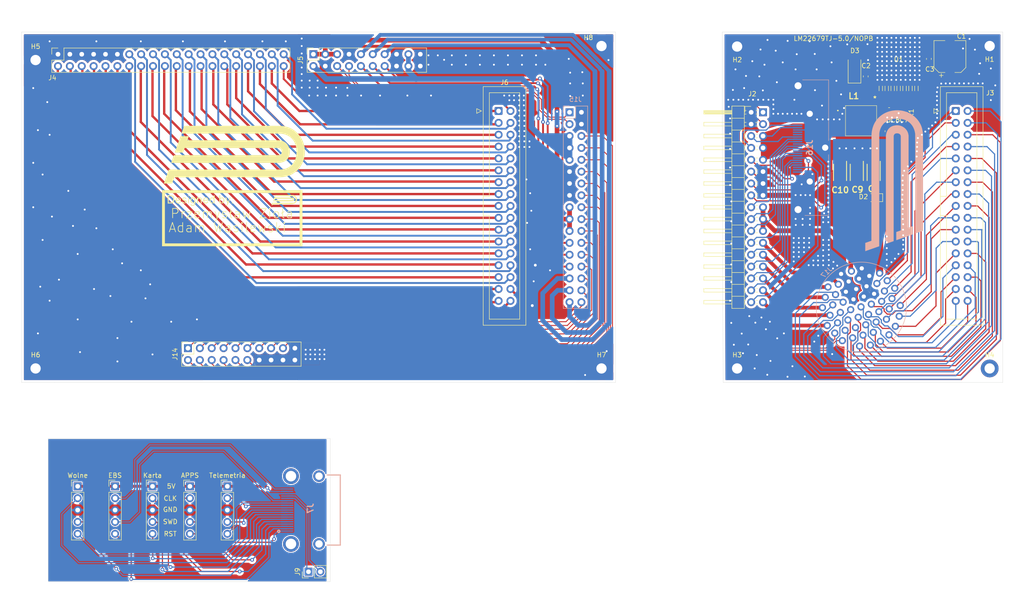
<source format=kicad_pcb>
(kicad_pcb (version 20211014) (generator pcbnew)
  (layers (0 "F.Cu" signal) (31 "B.Cu" signal) (34 "B.Paste" user) (35 "F.Paste" user) (36 "B.SilkS" user "B.Silkscreen") (37 "F.SilkS" user "F.Silkscreen") (38 "B.Mask" user) (39 "F.Mask" user) (44 "Edge.Cuts" user))
  (net 0 "")
  (net 1 "GND")
  (net 2 "+5V")
  (net 3 "/RST5")
  (net 4 "/CLK5")
  (net 5 "/SWD5")
  (net 6 "/RST4")
  (net 7 "/CLK4")
  (net 8 "/SWD4")
  (net 9 "/RST3")
  (net 10 "/CLK3")
  (net 11 "/SWD3")
  (net 12 "/RST2")
  (net 13 "/CLK2")
  (net 14 "/SWD2")
  (net 15 "/RST1")
  (net 16 "/CLK1")
  (net 17 "/SWD1")
  (net 18 "/SIG_APPS2")
  (net 19 "/SIG_APPS1")
  (net 20 "/KILL_LEWY")
  (net 21 "/KILL_PRAWY")
  (net 22 "/KILL_KIERA")
  (net 23 "/TEMP1")
  (net 24 "/WHEELSPEED2")
  (net 25 "/WHEELSPEED1")
  (net 26 "/POT_ZAWIAS2")
  (net 27 "/POT_ZAWIAS_1")
  (net 28 "/BRAKE_PRESSURE2")
  (net 29 "/BRAKE_PRESSURE1")
  (net 30 "/SAFE-OUT")
  (net 31 "/SAFE-IN")
  (net 32 "/BSPD-CURRENT")
  (net 33 "/+24F2")
  (net 34 "/WOLNY")
  (net 35 "/S36")
  (net 36 "/S27")
  (net 37 "/S25")
  (net 38 "/S23")
  (net 39 "/S21")
  (net 40 "/S19")
  (net 41 "/Z14")
  (net 42 "/Z13")
  (net 43 "/Z12")
  (net 44 "/Z11")
  (net 45 "/Z10")
  (net 46 "/Z9")
  (net 47 "/CAN-")
  (net 48 "/CAN+")
  (net 49 "/S15")
  (net 50 "/S17")
  (net 51 "/TIM_IN1")
  (net 52 "/TIM_IN0")
  (net 53 "/K_OUTPUT2")
  (net 54 "/OVERTRAVEL")
  (net 55 "/K_OUTPUT1")
  (net 56 "/INERTIA")
  (net 57 "/K_OUTPUT0")
  (net 58 "/K_ANALOG0")
  (net 59 "/PITOT2")
  (net 60 "/PITOT1")
  (net 61 "/płytka pionowa/SWD1")
  (net 62 "/płytka pionowa/CLK1")
  (net 63 "/płytka pionowa/RST1")
  (net 64 "/płytka pionowa/SWD2")
  (net 65 "/płytka pionowa/CLK2")
  (net 66 "/płytka pionowa/RST2")
  (net 67 "/płytka pionowa/SWD3")
  (net 68 "/płytka pionowa/CLK3")
  (net 69 "/płytka pionowa/RST3")
  (net 70 "/płytka pionowa/RST5")
  (net 71 "/płytka pionowa/CLK5")
  (net 72 "/płytka pionowa/SWD5")
  (net 73 "/płytka pionowa/RST4")
  (net 74 "/płytka pionowa/CLK4")
  (net 75 "/płytka pionowa/SWD4")
  (net 76 "/płytka pionowa/Z13")
  (net 77 "/płytka pionowa/Z11")
  (net 78 "/płytka pionowa/Z9")
  (net 79 "/płytka pionowa/Z10")
  (net 80 "/płytka pionowa/Z12")
  (net 81 "/płytka pionowa/Z14")
  (net 82 "/płytka pionowa/+24F2")
  (net 83 "/płytka pionowa/CAN+")
  (net 84 "/płytka pionowa/CAN-")
  (net 85 "/płytka pionowa/PITOT2")
  (net 86 "/płytka pionowa/PITOT1")
  (net 87 "/płytka pionowa/S15")
  (net 88 "/płytka pionowa/S17")
  (net 89 "/płytka pionowa/S19")
  (net 90 "/płytka pionowa/S21")
  (net 91 "/płytka pionowa/S23")
  (net 92 "/płytka pionowa/S25")
  (net 93 "/płytka pionowa/S27")
  (net 94 "/płytka pionowa/K_ANALOG0")
  (net 95 "/płytka pionowa/K_OUTPUT0")
  (net 96 "/płytka pionowa/K_OUTPUT1")
  (net 97 "/płytka pionowa/K_OUTPUT2")
  (net 98 "/płytka pionowa/TIM_IN0")
  (net 99 "/płytka pionowa/TIM_IN1")
  (net 100 "/płytka pionowa/SIG_APPS2")
  (net 101 "/płytka pionowa/BSPD-CURRENT")
  (net 102 "/płytka pionowa/SAFE-IN")
  (net 103 "/płytka pionowa/SAFE-OUT")
  (net 104 "/płytka pionowa/BRAKE_PRESSURE1")
  (net 105 "/płytka pionowa/BRAKE_PRESSURE2")
  (net 106 "/płytka pionowa/POT_ZAWIAS_1")
  (net 107 "/płytka pionowa/POT_ZAWIAS2")
  (net 108 "/płytka pionowa/WHEELSPEED1")
  (net 109 "/płytka pionowa/WHEELSPEED2")
  (net 110 "/płytka pionowa/TEMP1")
  (net 111 "/płytka pionowa/KILL_KIERA")
  (net 112 "/płytka pionowa/KILL_PRAWY")
  (net 113 "/płytka pionowa/KILL_LEWY")
  (net 114 "/płytka pionowa/INERTIA")
  (net 115 "/płytka pionowa/OVERTRAVEL")
  (net 116 "/płytka pionowa/S36")
  (net 117 "/płytka pionowa/SIG_APPS1")
  (net 118 "/goldpin-hdmi/CAN-L")
  (net 119 "/goldpin-hdmi/SWD4")
  (net 120 "/goldpin-hdmi/CLK3")
  (net 121 "/goldpin-hdmi/SWD3")
  (net 122 "/goldpin-hdmi/CLK5")
  (net 123 "/goldpin-hdmi/SWD2")
  (net 124 "/goldpin-hdmi/RST1")
  (net 125 "/goldpin-hdmi/RST4")
  (net 126 "/goldpin-hdmi/CLK4")
  (net 127 "/goldpin-hdmi/CAN-H")
  (net 128 "/goldpin-hdmi/RST3")
  (net 129 "/goldpin-hdmi/RST5")
  (net 130 "/goldpin-hdmi/RST2")
  (net 131 "/goldpin-hdmi/CLK2")
  (net 132 "/goldpin-hdmi/SWD5")
  (net 133 "/goldpin-hdmi/CLK1")
  (net 134 "/goldpin-hdmi/SWD1")
  (net 137 "/płytka pionowa/WOLNY")
  (net 139 "/+24F1")
  (net 140 "Net-(C4-Pad2)")
  (net 141 "Net-(C4-Pad1)")
  (net 142 "Net-(R1-Pad1)")
  (footprint "Connector_PinSocket_2.54mm:PinSocket_2x10_P2.54mm_Vertical" (layer "F.Cu") (at 78.58 117.66 90)
    (fp_text reference "J14")
    (fp_text value "Diagnostyka")
  )
  (footprint "Connector_PinSocket_2.54mm:PinSocket_2x20_P2.54mm_Vertical" (layer "F.Cu") (at 50.79 54.76 90)
    (fp_text reference "J4")
    (fp_text value "Sygnały")
  )
  (footprint "Connector_PinSocket_2.54mm:PinSocket_2x10_P2.54mm_Vertical" (layer "F.Cu") (at 105.4 54.75 90)
    (fp_text reference "J5")
    (fp_text value "Zasilanie+CAN")
  )
  (footprint "Connector_IDC:IDC-Header_2x17_P2.54mm_Vertical" (layer "F.Cu") (at 145 66.9)
    (fp_text reference "J6")
    (fp_text value "Taśma IDC dolna")
  )
  (footprint "Capacitor_SMD:CP_Elec_6.3x5.8" (layer "F.Cu") (at 241.5 55.25 90)
    (fp_text reference "C1")
    (fp_text value "22uF")
  )
  (footprint "Capacitor_SMD:C_0603_1608Metric" (layer "F.Cu") (at 223.5 59.5 90)
    (fp_text reference "C2")
    (fp_text value "4.7uF")
  )
  (footprint "Capacitor_SMD:C_0603_1608Metric" (layer "F.Cu") (at 237 55.75 90)
    (fp_text reference "C3")
    (fp_text value "1uF")
  )
  (footprint "Capacitor_SMD:C_0603_1608Metric" (layer "F.Cu") (at 228.5 66.7)
    (fp_text reference "C4")
    (fp_text value "10nF")
  )
  (footprint "Capacitor_SMD:C_0603_1608Metric" (layer "F.Cu") (at 228.1416 71.2355 90)
    (fp_text reference "C6")
    (fp_text value "100nF")
  )
  (footprint "Capacitor_SMD:C_0603_1608Metric" (layer "F.Cu") (at 231.332 71.2462 90)
    (fp_text reference "C7")
    (fp_text value "100nF")
  )
  (footprint "Capacitor_SMD:C_0603_1608Metric" (layer "F.Cu") (at 229.75 71.25 90)
    (fp_text reference "C8")
    (fp_text value "100nF")
  )
  (footprint "Diode_SMD:D_SOD-323" (layer "F.Cu") (at 225.625 85.45 180)
    (fp_text reference "D2")
    (fp_text value "SD36_SOD323")
  )
  (footprint "Diode_SMD:D_SOD-128" (layer "F.Cu") (at 221.1 57.85 90)
    (fp_text reference "D3")
    (fp_text value "Schottky 60V 5A")
  )
  (footprint "Connector_PinHeader_2.54mm:PinHeader_2x17_P2.54mm_Horizontal" (layer "F.Cu") (at 198.94 67.18)
    (fp_text reference "J2")
    (fp_text value "piny kątowe")
  )
  (footprint "Connector_IDC:IDC-Header_2x17_P2.54mm_Vertical" (layer "F.Cu") (at 242.7475 66.9)
    (fp_text reference "J3")
    (fp_text value "Taśma IDC góra")
  )
  (footprint "Connector_PinHeader_2.54mm:PinHeader_1x02_P2.54mm_Vertical" (layer "F.Cu") (at 104.35 165.5 90)
    (fp_text reference "J9")
    (fp_text value "Conn_01x02")
  )
  (footprint "User_footprints:74439346068" (layer "F.Cu") (at 222.5 69)
    (fp_text reference "L1")
    (fp_text value "6.8uH" hide)
  )
  (footprint "MountingHole:MountingHole_2.2mm_M2_DIN965_Pad" (layer "F.Cu") (at 167 53)
    (fp_text reference "H8")
    (fp_text value "MountingHole_Pad")
  )
  (footprint "MountingHole:MountingHole_2.2mm_M2_DIN965_Pad" (layer "F.Cu") (at 196 53.11)
    (fp_text reference "H2")
    (fp_text value "MountingHole_Pad")
  )
  (footprint "User_footprints:SignatureBox30mm" (layer "F.Cu") (at 88.025 89.85)
    (fp_text reference "G***" hide)
    (fp_text value "LOGO" hide)
  )
  (footprint "MountingHole:MountingHole_2.2mm_M2_DIN965_Pad" (layer "F.Cu") (at 46 122)
    (fp_text reference "H6")
    (fp_text value "MountingHole_Pad")
  )
  (footprint "Connector_PinHeader_2.54mm:PinHeader_1x05_P2.54mm_Vertical" (layer "F.Cu") (at 55 147.22)
    (fp_text reference "Wolne")
    (fp_text value "1")
  )
  (footprint "MountingHole:MountingHole_2.2mm_M2_DIN965_Pad" (layer "F.Cu") (at 250 53)
    (fp_text reference "H1")
    (fp_text value "MountingHole_Pad")
  )
  (footprint "Resistor_SMD:R_0603_1608Metric" (layer "F.Cu") (at 231.8 67.4 -90)
    (fp_text reference "R1")
    (fp_text value "9k")
  )
  (footprint "User_footprints:CAPPM3528X210N" (layer "F.Cu") (at 221.59 80.04 -90)
    (fp_text reference "C9")
    (fp_text value "68uF" hide)
  )
  (footprint "Connector_PinHeader_2.54mm:PinHeader_1x05_P2.54mm_Vertical" (layer "F.Cu") (at 87 147.225)
    (fp_text reference "Telemetria")
    (fp_text value "5")
  )
  (footprint "User_footprints:CAPPM3528X210N" (layer "F.Cu") (at 225.2 80.04 -90)
    (fp_text reference "C5")
    (fp_text value "68uF" hide)
  )
  (footprint "Connector_PinHeader_2.54mm:PinHeader_1x05_P2.54mm_Vertical" (layer "F.Cu") (at 63 147.225)
    (fp_text reference "EBS")
    (fp_text value "2")
  )
  (footprint "MountingHole:MountingHole_2.2mm_M2_DIN965_Pad" (layer "F.Cu") (at 46 56)
    (fp_text reference "H5")
    (fp_text value "MountingHole_Pad")
  )
  (footprint "User_footprints:CAPPM3528X210N" (layer "F.Cu") (at 218 80.04 -90)
    (fp_text reference "C10")
    (fp_text value "68uF" hide)
  )
  (footprint "Connector_PinHeader_2.54mm:PinHeader_1x05_P2.54mm_Vertical" (layer "F.Cu") (at 79 147.225)
    (fp_text reference "APPS")
    (fp_text value "4")
  )
  (footprint "Connector_PinHeader_2.54mm:PinHeader_1x05_P2.54mm_Vertical" (layer "F.Cu") (at 71 147.225)
    (fp_text reference "Karta")
    (fp_text value "3")
  )
  (footprint "MountingHole:MountingHole_2.2mm_M2_DIN965_Pad" (layer "F.Cu") (at 196 122)
    (fp_text reference "H3")
    (fp_text value "MountingHole_Pad")
  )
  (footprint "User_footprints:LM22679TJ-5.0&slash_NOPB" (layer "F.Cu") (at 230.53 55.9046)
    (fp_text reference "U1")
    (fp_text value "LM22679TJ-5.0/NOPB")
  )
  (footprint "MountingHole:MountingHole_2.2mm_M2_DIN965_Pad" (layer "F.Cu") (at 250 122)
    (fp_text reference "H4")
    (fp_text value "MountingHole_Pad")
  )
  (footprint "User_footprints:PUTM_LOGO_35mm" (layer "F.Cu") (at 87.581747 75.919129)
    (fp_text reference "G***" hide)
    (fp_text value "LOGO" hide)
  )
  (footprint "MountingHole:MountingHole_2.2mm_M2_DIN965_Pad" (layer "F.Cu") (at 167 122)
    (fp_text reference "H7")
    (fp_text value "MountingHole_Pad")
  )
  (footprint "Connector_PinSocket_2.54mm:PinSocket_2x17_P2.54mm_Vertical" (layer "B.Cu") (at 160.17 67.18 180)
    (fp_text reference "J15")
    (fp_text value "sockety płytka pozioma")
  )
  (footprint "SamacSys_Parts:SS53000003" (layer "B.Cu") (at 212.3 74.75 90)
    (fp_text reference "J16")
    (fp_text value "hdmi diagnostyka" hide)
  )
  (footprint "TE_konektor:TE-AUTOSPORT-16-36" (layer "B.Cu") (at 222.56 108.9 -135)
    (fp_text reference "J17")
    (fp_text value "Złącze TE")
  )
  (footprint "User_footprints:685119134923" (layer "B.Cu") (at 99 152.3 -90)
    (fp_text reference "J7")
    (fp_text value "hdmi wurth" hide)
  )
  (footprint "User_footprints:PUTM_LOGO_35mm" (layer "B.Cu") (at 229.905872 82.743254 90)
    (fp_text reference "G***" hide)
    (fp_text value "LOGO" hide)
  )
  (gr_line (start 43 125) (end 43 50) (layer "Edge.Cuts") (width 0.05))
  (gr_line (start 252.8 125) (end 193 125) (layer "Edge.Cuts") (width 0.05))
  (gr_line (start 48.68 167.6) (end 48.68 137) (layer "Edge.Cuts") (width 0.05))
  (gr_line (start 43 125) (end 50 125) (layer "Edge.Cuts") (width 0.05))
  (gr_line (start 48.68 137) (end 109 137) (layer "Edge.Cuts") (width 0.05))
  (gr_line (start 170 125) (end 50 125) (layer "Edge.Cuts") (width 0.05))
  (gr_line (start 252.8 50) (end 252.8 125) (layer "Edge.Cuts") (width 0.05))
  (gr_line (start 193 125) (end 192.8 50) (layer "Edge.Cuts") (width 0.05))
  (gr_line (start 192.8 50) (end 252.8 50) (layer "Edge.Cuts") (width 0.05))
  (gr_line (start 43 50) (end 50 50) (layer "Edge.Cuts") (width 0.05))
  (gr_line (start 109 167.6) (end 48.68 167.6) (layer "Edge.Cuts") (width 0.05))
  (gr_line (start 109 137) (end 109 167.6) (layer "Edge.Cuts") (width 0.05))
  (gr_line (start 50 50) (end 170 50) (layer "Edge.Cuts") (width 0.05))
  (gr_line (start 170 50) (end 170 125) (layer "Edge.Cuts") (width 0.05))
  (gr_text "5V\n" (at 75 147.2) (layer "F.SilkS") (effects (font (size 1 1))))
  (gr_text "GND" (at 74.8 152.2) (layer "F.SilkS") (effects (font (size 1 1))))
  (gr_text "SWD\n" (at 74.8 154.8) (layer "F.SilkS") (effects (font (size 1 1))))
  (gr_text "RST\n" (at 74.8 157.4) (layer "F.SilkS") (effects (font (size 1 1))))
  (gr_text "CLK\n" (at 74.8 149.8) (layer "F.SilkS") (effects (font (size 1 1))))
  (segment (start 123.95048 59.32548) (end 129.97452 59.32548) (width 1) (layer "F.Cu") (net 1))
  (segment (start 129.97452 59.32548) (end 133.35 55.95) (width 1) (layer "F.Cu") (net 1))
  (segment (start 123.18 57.29) (end 123.18 58.555) (width 1) (layer "F.Cu") (net 1))
  (segment (start 123.18 57.29) (end 123.18 57.53) (width 0.25) (layer "F.Cu") (net 1))
  (segment (start 230.53 64.2485) (end 230.53 67.37) (width 0.8) (layer "F.Cu") (net 1))
  (segment (start 123.18 54.75) (end 123.18 57.29) (width 1) (layer "F.Cu") (net 1))
  (segment (start 123.18 58.555) (end 123.95048 59.32548) (width 1) (layer "F.Cu") (net 1))
  (via (at 194.2 66) (size 0.8) (drill 0.4) (layers "F.Cu" "B.Cu") (net 1))
  (via (at 231 57.24) (size 0.8) (drill 0.4) (layers "F.Cu" "B.Cu") (net 1))
  (via (at 231.375 81.8) (size 0.8) (drill 0.4) (layers "F.Cu" "B.Cu") (net 1))
  (via (at 149.4 74.6) (size 0.8) (drill 0.4) (layers "F.Cu" "B.Cu") (net 1))
  (via (at 238.725 63.75) (size 0.8) (drill 0.4) (layers "F.Cu" "B.Cu") (net 1))
  (via (at 226 53.24) (size 0.8) (drill 0.4) (layers "F.Cu" "B.Cu") (net 1))
  (via (at 68.5 52) (size 0.8) (drill 0.4) (layers "F.Cu" "B.Cu") (net 1))
  (via (at 231 56.24) (size 0.8) (drill 0.4) (layers "F.Cu" "B.Cu") (net 1))
  (via (at 58.5 105) (size 0.8) (drill 0.4) (layers "F.Cu" "B.Cu") (net 1))
  (via (at 208.5 90) (size 0.8) (drill 0.4) (layers "F.Cu" "B.Cu") (net 1))
  (via (at 194.75 103.5) (size 0.8) (drill 0.4) (layers "F.Cu" "B.Cu") (net 1))
  (via (at 243.5 61) (size 0.8) (drill 0.4) (layers "F.Cu" "B.Cu") (net 1))
  (via (at 233 57.24) (size 0.8) (drill 0.4) (layers "F.Cu" "B.Cu") (net 1))
  (via (at 238.73 66.56) (size 0.8) (drill 0.4) (layers "F.Cu" "B.Cu") (net 1))
  (via (at 106.75 118) (size 0.8) (drill 0.4) (layers "F.Cu" "B.Cu") (net 1))
  (via (at 150 57) (size 0.8) (drill 0.4) (layers "F.Cu" "B.Cu") (net 1))
  (via (at 198.6 110.8) (size 0.8) (drill 0.4) (layers "F.Cu" "B.Cu") (net 1))
  (via (at 240.6 61.01) (size 0.8) (drill 0.4) (layers "F.Cu" "B.Cu") (net 1))
  (via (at 150.95 81.55) (size 0.8) (drill 0.4) (layers "F.Cu" "B.Cu") (net 1))
  (via (at 199.25 56.25) (size 0.8) (drill 0.4) (layers "F.Cu" "B.Cu") (net 1))
  (via (at 215.5 88.5) (size 0.8) (drill 0.4) (layers "F.Cu" "B.Cu") (net 1))
  (via (at 210.475 123.725) (size 0.8) (drill 0.4) (layers "F.Cu" "B.Cu") (net 1))
  (via (at 130.55 63.6) (size 0.8) (drill 0.4) (layers "F.Cu" "B.Cu") (net 1))
  (via (at 246.5 61) (size 0.8) (drill 0.4) (layers "F.Cu" "B.Cu") (net 1))
  (via (at 144 55) (size 0.8) (drill 0.4) (layers "F.Cu" "B.Cu") (net 1))
  (via (at 230 54.24) (size 0.8) (drill 0.4) (layers "F.Cu" "B.Cu") (net 1))
  (via (at 230 55.24) (size 0.8) (drill 0.4) (layers "F.Cu" "B.Cu") (net 1))
  (via (at 231 60.24) (size 0.8) (drill 0.4) (layers "F.Cu" "B.Cu") (net 1))
  (via (at 55 111.5) (size 0.8) (drill 0.4) (layers "F.Cu" "B.Cu") (net 1))
  (via (at 226 51.25) (size 0.8) (drill 0.4) (layers "F.Cu" "B.Cu") (net 1))
  (via (at 152 88.25) (size 0.8) (drill 0.4) (layers "F.Cu" "B.Cu") (net 1))
  (via (at 232 52.24) (size 0.8) (drill 0.4) (layers "F.Cu" "B.Cu") (net 1))
  (via (at 151.75 84.5) (size 0.8) (drill 0.4) (layers "F.Cu" "B.Cu") (net 1))
  (via (at 151.75 96.5) (size 0.8) (drill 0.4) (layers "F.Cu" "B.Cu") (net 1))
  (via (at 226 57.24) (size 0.8) (drill 0.4) (layers "F.Cu" "B.Cu") (net 1))
  (via (at 150.5 73.4) (size 0.8) (drill 0.4) (layers "F.Cu" "B.Cu") (net 1))
  (via (at 196.98 114.54) (size 0.8) (drill 0.4) (layers "F.Cu" "B.Cu") (net 1))
  (via (at 250.25 57.8) (size 0.8) (drill 0.4) (layers "F.Cu" "B.Cu") (net 1))
  (via (at 149.4 71.2) (size 0.8) (drill 0.4) (layers "F.Cu" "B.Cu") (net 1))
  (via (at 70.5 104) (size 0.8) (drill 0.4) (layers "F.Cu" "B.Cu") (net 1))
  (via (at 230 57.24) (size 0.8) (drill 0.4) (layers "F.Cu" "B.Cu") (net 1))
  (via (at 228 97.5) (size 0.8) (drill 0.4) (layers "F.Cu" "B.Cu") (net 1))
  (via (at 197.3 64.5) (size 0.8) (drill 0.4) (layers "F.Cu" "B.Cu") (net 1))
  (via (at 197.25 118.75) (size 0.8) (drill 0.4) (layers "F.Cu" "B.Cu") (net 1))
  (via (at 75 112) (size 0.8) (drill 0.4) (layers "F.Cu" "B.Cu") (net 1))
  (via (at 238.74 64.66) (size 0.8) (drill 0.4) (layers "F.Cu" "B.Cu") (net 1))
  (via (at 99.5 52) (size 0.8) (drill 0.4) (layers "F.Cu" "B.Cu") (net 1))
  (via (at 231.4 82.75) (size 0.8) (drill 0.4) (layers "F.Cu" "B.Cu") (net 1))
  (via (at 230 60.24) (size 0.8) (drill 0.4) (layers "F.Cu" "B.Cu") (net 1))
  (via (at 211.6 84.92) (size 0.8) (drill 0.4) (layers "F.Cu" "B.Cu") (net 1))
  (via (at 153 55) (size 0.8) (drill 0.4) (layers "F.Cu" "B.Cu") (net 1))
  (via (at 209.75 67.5) (size 0.8) (drill 0.4) (layers "F.Cu" "B.Cu") (net 1))
  (via (at 229.1 69.2) (size 0.8) (drill 0.4) (layers "F.Cu" "B.Cu") (net 1))
  (via (at 155 57) (size 0.8) (drill 0.4) (layers "F.Cu" "B.Cu") (net 1))
  (via (at 235 54.24) (size 0.8) (drill 0.4) (layers "F.Cu" "B.Cu") (net 1))
  (via (at 245.7 51.475) (size 0.8) (drill 0.4) (layers "F.Cu" "B.Cu") (net 1))
  (via (at 150.5 70.1) (size 0.8) (drill 0.4) (layers "F.Cu" "B.Cu") (net 1))
  (via (at 231.5 96.5) (size 0.8) (drill 0.4) (layers "F.Cu" "B.Cu") (net 1))
  (via (at 77.5 52) (size 0.8) (drill 0.4) (layers "F.Cu" "B.Cu") (net 1))
  (via (at 105.75 118) (size 0.8) (drill 0.4) (layers "F.Cu" "B.Cu") (net 1))
  (via (at 202.16 113.61) (size 0.8) (drill 0.4) (layers "F.Cu" "B.Cu") (net 1))
  (via (at 151.6 73.4) (size 0.8) (drill 0.4) (layers "F.Cu" "B.Cu") (net 1))
  (via (at 47.5 94.5) (size 0.8) (drill 0.4) (layers "F.Cu" "B.Cu") (net 1))
  (via (at 108.1 63.6) (size 0.8) (drill 0.4) (layers "F.Cu" "B.Cu") (net 1))
  (via (at 45.5 62) (size 0.8) (drill 0.4) (layers "F.Cu" "B.Cu") (net 1))
  (via (at 63.5 115.5) (size 0.8) (drill 0.4) (layers "F.Cu" "B.Cu") (net 1))
  (via (at 66.5 112) (size 0.8) (drill 0.4) (layers "F.Cu" "B.Cu") (net 1))
  (via (at 227 55.24) (size 0.8) (drill 0.4) (layers "F.Cu" "B.Cu") (net 1))
  (via (at 215.5 86.5) (size 0.8) (drill 0.4) (layers "F.Cu" "B.Cu") (net 1))
  (via (at 214.4 96.7) (size 0.8) (drill 0.4) (layers "F.Cu" "B.Cu") (net 1))
  (via (at 231.425 90.025) (size 0.8) (drill 0.4) (layers "F.Cu" "B.Cu") (net 1))
  (via (at 231.5 95.5) (size 0.8) (drill 0.4) (layers "F.Cu" "B.Cu") (net 1))
  (via (at 208.5 58) (size 0.8) (drill 0.4) (layers "F.Cu" "B.Cu") (net 1))
  (via (at 229 56.24) (size 0.8) (drill 0.4) (layers "F.Cu" "B.Cu") (net 1))
  (via (at 106.75 120) (size 0.8) (drill 0.4) (layers "F.Cu" "B.Cu") (net 1))
  (via (at 211.55 91.275) (size 0.8) (drill 0.4) (layers "F.Cu" "B.Cu") (net 1))
  (via (at 236.96 70.67) (size 0.8) (drill 0.4) (layers "F.Cu" "B.Cu") (net 1))
  (via (at 149.4 67.9) (size 0.8) (drill 0.4) (layers "F.Cu" "B.Cu") (net 1))
  (via (at 241.5 61) (size 0.8) (drill 0.4) (layers "F.Cu" "B.Cu") (net 1))
  (via (at 194.75 90.5) (size 0.8) (drill 0.4) (layers "F.Cu" "B.Cu") (net 1))
  (via (at 230 53.24) (size 0.8) (drill 0.4) (layers "F.Cu" "B.Cu") (net 1))
  (via (at 214.15 65.75) (size 0.8) (drill 0.4) (layers "F.Cu" "B.Cu") (net 1))
  (via (at 234.48 74.59) (size 0.8) (drill 0.4) (layers "F.Cu" "B.Cu") (net 1))
  (via (at 152.2 108.55) (size 1) (drill 0.6) (layers "F.Cu" "B.Cu") (net 1))
  (via (at 211.6 87.6) (size 0.8) (drill 0.4) (layers "F.Cu" "B.Cu") (net 1))
  (via (at 231.375 88.975) (size 0.8) (drill 0.4) (layers "F.Cu" "B.Cu") (net 1))
  (via (at 235 59.24) (size 0.8) (drill 0.4) (layers "F.Cu" "B.Cu") (net 1))
  (via (at 135 55) (size 0.8) (drill 0.4) (layers "F.Cu" "B.Cu") (net 1))
  (via (at 207.75 67.5) (size 0.8) (drill 0.4) (layers "F.Cu" "B.Cu") (net 1))
  (via (at 211.4 96.1) (size 0.8) (drill 0.4) (layers "F.Cu" "B.Cu") (net 1))
  (via (at 197.9 59.4) (size 0.8) (drill 0.4) (layers "F.Cu" "B.Cu") (net 1))
  (via (at 56.5 88) (size 0.8) (drill 0.4) (layers "F.Cu" "B.Cu") (net 1))
  (via (at 234 58.24) (size 0.8) (drill 0.4) (layers "F.Cu" "B.Cu") (net 1))
  (via (at 195.65 58) (size 0.8) (drill 0.4) (layers "F.Cu" "B.Cu") (net 1))
  (via (at 215.5 83.5) (size 0.8) (drill 0.4) (layers "F.Cu" "B.Cu") (net 1))
  (via (at 168.5 56) (size 0.8) (drill 0.4) (layers "F.Cu" "B.Cu") (net 1))
  (via (at 231.425 87.875) (size 0.8) (drill 0.4) (layers "F.Cu" "B.Cu") (net 1))
  (via (at 231.475 92.3) (size 0.8) (drill 0.4) (layers "F.Cu" "B.Cu") (net 1))
  (via (at 232.5 78.75) (size 0.8) (drill 0.4) (layers "F.Cu" "B.Cu") (net 1))
  (via (at 194.5 82.75) (size 0.8) (drill 0.4) (layers "F.Cu" "B.Cu") (net 1))
  (via (at 211.6 88.8) (size 0.8) (drill 0.4) (layers "F.Cu" "B.Cu") (net 1))
  (via (at 108.1 61.9) (size 0.8) (drill 0.4) (layers "F.Cu" "B.Cu") (net 1))
  (via (at 242.5 61) (size 0.8) (drill 0.4) (layers "F.Cu" "B.Cu") (net 1))
  (via (at 235 56.24) (size 0.8) (drill 0.4) (layers "F.Cu" "B.Cu") (net 1))
  (via (at 148.3 64.6) (size 0.8) (drill 0.4) (layers "F.Cu" "B.Cu") (net 1))
  (via (at 233 54.24) (size 0.8) (drill 0.4) (layers "F.Cu" "B.Cu") (net 1))
  (via (at 208.1 98.1) (size 0.8) (drill 0.4) (layers "F.Cu" "B.Cu") (net 1))
  (via (at 149.4 65.7) (size 0.8) (drill 0.4) (layers "F.Cu" "B.Cu") (net 1))
  (via (at 244.5 61) (size 0.8) (drill 0.4) (layers "F.Cu" "B.Cu") (net 1))
  (via (at 211.4 95.1) (size 0.8) (drill 0.4) (layers "F.Cu" "B.Cu") (net 1))
  (via (at 107.75 119) (size 0.8) (drill 0.4) (layers "F.Cu" "B.Cu") (net 1))
  (via (at 238.75 67.46) (size 0.8) (drill 0.4) (layers "F.Cu" "B.Cu") (net 1))
  (via (at 150.4 63.6) (size 0.8) (drill 0.4) (layers "F.Cu" "B.Cu") (net 1))
  (via (at 228.1 68.3) (size 0.8) (drill 0.4) (layers "F.Cu" "B.Cu") (net 1))
  (via (at 209.2 97.1) (size 0.8) (drill 0.4) (layers "F.Cu" "B.Cu") (net 1))
  (via (at 231 51.25) (size 0.8) (drill 0.4) (layers "F.Cu" "B.Cu") (net 1))
  (via (at 215.5 87.5) (size 0.8) (drill 0.4) (layers "F.Cu" "B.Cu") (net 1))
  (via (at 215.5 84.5) (size 0.8) (drill 0.4) (layers "F.Cu" "B.Cu") (net 1))
  (via (at 54 91.5) (size 0.8) (drill 0.4) (layers "F.Cu" "B.Cu") (net 1))
  (via (at 245.5 61) (size 0.8) (drill 0.4) (layers "F.Cu" "B.Cu") (net 1))
  (via (at 150.5 69) (size 0.8) (drill 0.4) (layers "F.Cu" "B.Cu") (net 1))
  (via (at 215.5 89.6) (size 0.8) (drill 0.4) (layers "F.Cu" "B.Cu") (net 1))
  (via (at 151.1 90.85) (size 0.8) (drill 0.4) (layers "F.Cu" "B.Cu") (net 1))
  (via (at 237.7 70) (size 0.8) (drill 0.4) (layers "F.Cu" "B.Cu") (net 1))
  (via (at 239.64 61.04) (size 0.8) (drill 0.4) (layers "F.Cu" "B.Cu") (net 1))
  (via (at 231 52.24) (size 0.8) (drill 0.4) (layers "F.Cu" "B.Cu") (net 1))
  (via (at 228 56.24) (size 0.8) (drill 0.4) (layers "F.Cu" "B.Cu") (net 1))
  (via (at 230 51.25) (size 0.8) (drill 0.4) (layers "F.Cu" "B.Cu") (net 1))
  (via (at 194.5 107.5) (size 0.8) (drill 0.4) (layers "F.Cu" "B.Cu") (net 1))
  (via (at 214.4 90.7) (size 0.8) (drill 0.4) (layers "F.Cu" "B.Cu") (net 1))
  (via (at 228 51.25) (size 0.8) (drill 0.4) (layers "F.Cu" "B.Cu") (net 1))
  (via (at 208.1 94.1) (size 0.8) (drill 0.4) (layers "F.Cu" "B.Cu") (net 1))
  (via (at 102.9 59) (size 0.8) (drill 0.4) (layers "F.Cu" "B.Cu") (net 1))
  (via (at 228 93.75) (size 0.8) (drill 0.4) (layers "F.Cu" "B.Cu") (net 1))
  (via (at 212.3 98.9) (size 0.8) (drill 0.4) (layers "F.Cu" "B.Cu") (net 1))
  (via (at 147 55) (size 0.8) (drill 0.4) (layers "F.Cu" "B.Cu") (net 1))
  (via (at 229 54.24) (size 0.8) (drill 0.4) (layers "F.Cu" "B.Cu") (net 1))
  (via (at 231.3 85.85) (size 0.8) (drill 0.4) (layers "F.Cu" "B.Cu") (net 1))
  (via (at 210 90) (size 0.8) (drill 0.4) (layers "F.Cu" "B.Cu") (net 1))
  (via (at 215.5 82.5) (size 0.8) (drill 0.4) (layers "F.Cu" "B.Cu") (net 1))
  (via (at 194.75 99.75) (size 0.8) (drill 0.4) (layers "F.Cu" "B.Cu") (net 1))
  (via (at 214.4 98.9) (size 0.8) (drill 0.4) (layers "F.Cu" "B.Cu") (net 1))
  (via (at 149.4 72.3) (size 0.8) (drill 0.4) (layers "F.Cu" "B.Cu") (net 1))
  (via (at 231.5 91.15) (size 0.8) (drill 0.4) (layers "F.Cu" "B.Cu") (net 1))
  (via (at 194.5 71.75) (size 0.8) (drill 0.4) (layers "F.Cu" "B.Cu") (net 1))
  (via (at 235 58.24) (size 0.8) (drill 0.4) (layers "F.Cu" "B.Cu") (net 1))
  (via (at 115.6 63.6) (size 0.8) (drill 0.4) (layers "F.Cu" "B.Cu") (net 1))
  (via (at 149.4 73.4) (size 0.8) (drill 0.4) (layers "F.Cu" "B.Cu") (net 1))
  (via (at 71 119) (size 0.8) (drill 0.4) (layers "F.Cu" "B.Cu") (net 1))
  (via (at 63.5 120.5) (size 0.8) (drill 0.4) (layers "F.Cu" "B.Cu") (net 1))
  (via (at 107.75 120) (size 0.8) (drill 0.4) (layers "F.Cu" "B.Cu") (net 1))
  (via (at 199.75 122) (size 0.8) (drill 0.4) (layers "F.Cu" "B.Cu") (net 1))
  (via (at 205.75 56.5) (size 0.8) (drill 0.4) (layers "F.Cu" "B.Cu") (net 1))
  (via (at 234 51.25) (size 0.8) (drill 0.4) (layers "F.Cu" "B.Cu") (net 1))
  (via (at 104.6 61.9) (size 0.8) (drill 0.4) (layers "F.Cu" "B.Cu") (net 1))
  (via (at 215.6 96.6) (size 0.8) (drill 0.4) (layers "F.Cu" "B.Cu") (net 1))
  (via (at 229 99.25) (size 0.8) (drill 0.4) (layers "F.Cu" "B.Cu") (net 1))
  (via (at 231.4 83.825) (size 0.8) (drill 0.4) (layers "F.Cu" "B.Cu") (net 1))
  (via (at 232 57.24) (size 0.8) (drill 0.4) (layers "F.Cu" "B.Cu") (net 1))
  (via (at 102.9 61.9) (size 0.8) (drill 0.4) (layers "F.Cu" "B.Cu") (net 1))
  (via (at 150.4 64.6) (size 0.8) (drill 0.4) (layers "F.Cu" "B.Cu") (net 1))
  (via (at 210.3 97.1) (size 0.8) (drill 0.4) (layers "F.Cu" "B.Cu") (net 1))
  (via (at 59 92) (size 0.8) (drill 0.4) (layers "F.Cu" "B.Cu") (net 1))
  (via (at 130 57) (size 0.8) (drill 0.4) (layers "F.Cu" "B.Cu") (net 1))
  (via (at 102.9 57.6) (size 0.8) (drill 0.4) (layers "F.Cu" "B.Cu") (net 1))
  (via (at 244.3 53.525) (size 0.8) (drill 0.4) (layers "F.Cu" "B.Cu") (net 1))
  (via (at 110.25 61.9) (size 0.8) (drill 0.4) (layers "F.Cu" "B.Cu") (net 1))
  (via (at 144 57) (size 0.8) (drill 0.4) (layers "F.Cu" "B.Cu") (net 1))
  (via (at 208.1 97.1) (size 0.8) (drill 0.4) (layers "F.Cu" "B.Cu") (net 1))
  (via (at 147.3 63.6) (size 0.8) (drill 0.4) (layers "F.Cu" "B.Cu") (net 1))
  (via (at 235 55.24) (size 0.8) (drill 0.4) (layers "F.Cu" "B.Cu") (net 1))
  (via (at 228 53.24) (size 0.8) (drill 0.4) (layers "F.Cu" "B.Cu") (net 1))
  (via (at 235 53.24) (size 0.8) (drill 0.4) (layers "F.Cu" "B.Cu") (net 1))
  (via (at 227 58.24) (size 0.8) (drill 0.4) (layers "F.Cu" "B.Cu") (net 1))
  (via (at 195.2 64.5) (size 0.8) (drill 0.4) (layers "F.Cu" "B.Cu") (net 1))
  (via (at 213 58) (size 0.8) (drill 0.4) (layers "F.Cu" "B.Cu") (net 1))
  (via (at 213.35 115) (size 0.8) (drill 0.4) (layers "F.Cu" "B.Cu") (net 1))
  (via (at 47 104.5) (size 0.8) (drill 0.4) (layers "F.Cu" "B.Cu") (net 1))
  (via (at 210 91.275) (size 0.8) (drill 0.4) (layers "F.Cu" "B.Cu") (net 1))
  (via (at 227 57.24) (size 0.8) (drill 0.4) (layers "F.Cu" "B.Cu") (net 1))
  (via (at 203.75 64.5) (size 0.8) (drill 0.4) (layers "F.Cu" "B.Cu") (net 1))
  (via (at 211.5 52) (size 0.8) (drill 0.4) (layers "F.Cu" "B.Cu") (net 1))
  (via (at 208.25 64.5) (size 0.8) (drill 0.4) (layers "F.Cu" "B.Cu") (net 1))
  (via (at 133.35 55.95) (size 0.8) (drill 0.4) (layers "F.Cu" "B.Cu") (net 1))
  (via (at 234 60.24) (size 0.8) (drill 0.4) (layers "F.Cu" "B.Cu") (net 1))
  (via (at 106.75 119) (size 0.8) (drill 0.4) (layers "F.Cu" "B.Cu") (net 1))
  (via (at 147.3 64.6) (size 0.8) (drill 0.4) (layers "F.Cu" "B.Cu") (net 1))
  (via (at 49 72) (size 0.8) (drill 0.4) (layers "F.Cu" "B.Cu") (net 1))
  (via (at 194.1 64.5) (size 0.8) (drill 0.4) (layers "F.Cu" "B.Cu") (net 1))
  (via (at 112.65 61.95) (size 0.8) (drill 0.4) (layers "F.Cu" "B.Cu") (net 1))
  (via (at 195.1 62.4) (size 0.8) (drill 0.4) (layers "F.Cu" "B.Cu") (net 1))
  (via (at 226 60.24) (size 0.8) (drill 0.4) (layers "F.Cu" "B.Cu") (net 1))
  (via (at 209.8 82.6) (size 0.8) (drill 0.4) (layers "F.Cu" "B.Cu") (net 1))
  (via (at 229 51.25) (size 0.8) (drill 0.4) (layers "F.Cu" "B.Cu") (net 1))
  (via (at 228 58.24) (size 0.8) (drill 0.4) (layers "F.Cu" "B.Cu") (net 1))
  (via (at 231.35 84.825) (size 0.8) (drill 0.4) (layers "F.Cu" "B.Cu") (net 1))
  (via (at 232 54.24) (size 0.8) (drill 0.4) (layers "F.Cu" "B.Cu") (net 1))
  (via (at 150 55) (size 0.8) (drill 0.4) (layers "F.Cu" "B.Cu") (net 1))
  (via (at 230.53 67.37) (size 0.8) (drill 0.4) (layers "F.Cu" "B.Cu") (net 1))
  (via (at 232 55.24) (size 0.8) (drill 0.4) (layers "F.Cu" "B.Cu") (net 1))
  (via (at 213.1 68.7) (size 0.8) (drill 0.4) (layers "F.Cu" "B.Cu") (net 1))
  (via (at 150.5 66.8) (size 0.8) (drill 0.4) (layers "F.Cu" "B.Cu") (net 1))
  (via (at 234 53.24) (size 0.8) (drill 0.4) (layers "F.Cu" "B.Cu") (net 1))
  (via (at 214.6 88.8) (size 0.8) (drill 0.4) (layers "F.Cu" "B.Cu") (net 1))
  (via (at 228 54.24) (size 0.8) (drill 0.4) (layers "F.Cu" "B.Cu") (net 1))
  (via (at 215.5 85.5) (size 0.8) (drill 0.4) (layers "F.Cu" "B.Cu") (net 1))
  (via (at 235 57.24) (size 0.8) (drill 0.4) (layers "F.Cu" "B.Cu") (net 1))
  (via (at 218.85 66.275) (size 0.8) (drill 0.4) (layers "F.Cu" "B.Cu") (net 1))
  (via (at 204.575 115.55) (size 0.8) (drill 0.4) (layers "F.Cu" "B.Cu") (net 1))
  (via (at 234 55.24) (size 0.8) (drill 0.4) (layers "F.Cu" "B.Cu") (net 1))
  (via (at 45.5 78) (size 0.8) (drill 0.4) (layers "F.Cu" "B.Cu") (net 1))
  (via (at 112.7 63.6) (size 0.8) (drill 0.4) (layers "F.Cu" "B.Cu") (net 1))
  (via (at 227 56.24) (size 0.8) (drill 0.4) (layers "F.Cu" "B.Cu") (net 1))
  (via (at 212.6 54.7) (size 0.8) (drill 0.4) (layers "F.Cu" "B.Cu") (net 1))
  (via (at 141 55) (size 0.8) (drill 0.4) (layers "F.Cu" "B.Cu") (net 1))
  (via (at 146.2 63.6) (size 0.8) (drill 0.4) (layers "F.Cu" "B.Cu") (net 1))
  (via (at 102.9 53) (size 0.8) (drill 0.4) (layers "F.Cu" "B.Cu") (net 1))
  (via (at 215.95 53.05) (size 0.8) (drill 0.4) (layers "F.Cu" "B.Cu") (net 1))
  (via (at 80.5 111.5) (size 0.8) (drill 0.4) (layers "F.Cu" "B.Cu") (net 1))
  (via (at 234 56.24) (size 0.8) (drill 0.4) (layers "F.Cu" "B.Cu") (net 1))
  (via (at 194.75 95.25) (size 0.8) (drill 0.4) (layers "F.Cu" "B.Cu") (net 1))
  (via (at 214.4 89.7) (size 0.8) (drill 0.4) (layers "F.Cu" "B.Cu") (net 1))
  (via (at 218.225 63.35) (size 0.8) (drill 0.4) (layers "F.Cu" "B.Cu") (net 1))
  (via (at 229 57.24) (size 0.8) (drill 0.4) (layers "F.Cu" "B.Cu") (net 1))
  (via (at 215.5 68.7) (size 0.8) (drill 0.4) (layers "F.Cu" "B.Cu") (net 1))
  (via (at 105.75 120) (size 0.8) (drill 0.4) (layers "F.Cu" "B.Cu") (net 1))
  (via (at 234.65 72.69) (size 0.8) (drill 0.4) (layers "F.Cu" "B.Cu") (net 1))
  (via (at 232 58.24) (size 0.8) (drill 0.4) (layers "F.Cu" "B.Cu") (net 1))
  (via (at 205.75 67.5) (size 0.8) (drill 0.4) (layers "F.Cu" "B.Cu") (net 1))
  (via (at 215.5 79.75) (size 0.8) (drill 0.4) (layers "F.Cu" "B.Cu") (net 1))
  (via (at 214.4 97.9) (size 0.8) (drill 0.4) (layers "F.Cu" "B.Cu") (net 1))
  (via (at 226 58.24) (size 0.8) (drill 0.4) (layers "F.Cu" "B.Cu") (net 1))
  (via (at 49.5 89.5) (size 0.8) (drill 0.4) (layers "F.Cu" "B.Cu") (net 1))
  (via (at 230 52.24) (size 0.8) (drill 0.4) (layers "F.Cu" "B.Cu") (net 1))
  (via (at 233 51.25) (size 0.8) (drill 0.4) (layers "F.Cu" "B.Cu") (net 1))
  (via (at 233 58.24) (size 0.8) (drill 0.4) (layers "F.Cu" "B.Cu") (net 1))
  (via (at 55 97.5) (size 0.8) (drill 0.4) (layers "F.Cu" "B.Cu") (net 1))
  (via (at 214.4 95.6) (size 0.8) (drill 0.4) (layers "F.Cu" "B.Cu") (net 1))
  (via (at 234 57.24) (size 0.8) (drill 0.4) (layers "F.Cu" "B.Cu") (net 1))
  (via (at 160.3 61) (size 0.8) (drill 0.4) (layers "F.Cu" "B.Cu") (net 1))
  (via (at 198.375 116.875) (size 0.8) (drill 0.4) (layers "F.Cu" "B.Cu") (net 1))
  (via (at 164 51.5) (size 0.8) (drill 0.4) (layers "F.Cu" "B.Cu") (net 1))
  (via (at 235.5 72) (size 0.8) (drill 0.4) (layers "F.Cu" "B.Cu") (net 1))
  (via (at 229 52.24) (size 0.8) (drill 0.4) (layers "F.Cu" "B.Cu") (net 1))
  (via (at 214.4 94.5) (size 0.8) (drill 0.4) (layers "F.Cu" "B.Cu") (net 1))
  (via (at 149.4 70) (size 0.8) (drill 0.4) (layers "F.Cu" "B.Cu") (net 1))
  (via (at 238.41 69.31) (size 0.8) (drill 0.4) (layers "F.Cu" "B.Cu") (net 1))
  (via (at 106.3 60.4) (size 0.8) (drill 0.4) (layers "F.Cu" "B.Cu") (net 1))
  (via (at 213.3 98.9) (size 0.8) (drill 0.4) (layers "F.Cu" "B.Cu") (net 1))
  (via (at 103.75 120) (size 0.8) (drill 0.4) (layers "F.Cu" "B.Cu") (net 1))
  (via (at 107.75 118) (size 0.8) (drill 0.4) (layers "F.Cu" "B.Cu") (net 1))
  (via (at 233 60.24) (size 0.8) (drill 0.4) (layers "F.Cu" "B.Cu") (net 1))
  (via (at 231.425 80.7) (size 0.8) (drill 0.4) (layers "F.Cu" "B.Cu") (net 1))
  (via (at 201.6 64.5) (size 0.8) (drill 0.4) (layers "F.Cu" "B.Cu") (net 1))
  (via (at 104.75 119) (size 0.8) (drill 0.4) (layers "F.Cu" "B.Cu") (net 1))
  (via (at 227 54.24) (size 0.8) (drill 0.4) (layers "F.Cu" "B.Cu") (net 1))
  (via (at 150.5 67.9) (size 0.8) (drill 0.4) (layers "F.Cu" "B.Cu") (net 1))
  (via (at 151.6 74.6) (size 0.8) (drill 0.4) (layers "F.Cu" "B.Cu") (net 1))
  (via (at 204.75 67.5) (size 0.8) (drill 0.4) (layers "F.Cu" "B.Cu") (net 1))
  (via (at 210.3 94.1) (size 0.8) (drill 0.4) (layers "F.Cu" "B.Cu") (net 1))
  (via (at 152.5 103.35) (size 0.8) (drill 0.4) (layers "F.Cu" "B.Cu") (net 1))
  (via (at 195.3 116.925) (size 0.8) (drill 0.4) (layers "F.Cu" "B.Cu") (net 1))
  (via (at 198.4 64.5) (size 0.8) (drill 0.4) (layers "F.Cu" "B.Cu") (net 1))
  (via (at 62 106.5) (size 0.8) (drill 0.4) (layers "F.Cu" "B.Cu") (net 1))
  (via (at 223.875 52.6) (size 0.8) (drill 0.4) (layers "F.Cu" "B.Cu") (net 1))
  (via (at 209.2 98.1) (size 0.8) (drill 0.4) (layers "F.Cu" "B.Cu") (net 1))
  (via (at 228 57.24) (size 0.8) (drill 0.4) (layers "F.Cu" "B.Cu") (net 1))
  (via (at 231.725 79.7) (size 0.8) (drill 0.4) (layers "F.Cu" "B.Cu") (net 1))
  (via (at 238.73 65.62) (size 0.8) (drill 0.4) (layers "F.Cu" "B.Cu") (net 1))
  (via (at 246.85 53.775) (size 0.8) (drill 0.4) (layers "F.Cu" "B.Cu") (net 1))
  (via (at 197.5 62) (size 0.8) (drill 0.4) (layers "F.Cu" "B.Cu") (net 1))
  (via (at 202.7 64.5) (size 0.8) (drill 0.4) (layers "F.Cu" "B.Cu") (net 1))
  (via (at 215.5 77.75) (size 0.8) (drill 0.4) (layers "F.Cu" "B.Cu") (net 1))
  (via (at 168.1 118.3) (size 0.8) (drill 0.4) (layers "F.Cu" "B.Cu") (net 1))
  (via (at 251.2 61.425) (size 0.8) (drill 0.4) (layers "F.Cu" "B.Cu") (net 1))
  (via (at 229 59.24) (size 0.8) (drill 0.4) (layers "F.Cu" "B.Cu") (net 1))
  (via (at 153 57) (size 0.8) (drill 0.4) (layers "F.Cu" "B.Cu") (net 1))
  (via (at 228 60.24) (size 0.8) (drill 0.4) (layers "F.Cu" "B.Cu") (net 1))
  (via (at 215.5 90.7) (size 0.8) (drill 0.4) (layers "F.Cu" "B.Cu") (net 1))
  (via (at 232 60.24) (size 0.8) (drill 0.4) (layers "F.Cu" "B.Cu") (net 1))
  (via (at 206.775 123.775) (size 0.8) (drill 0.4) (layers "F.Cu" "B.Cu") (net 1))
  (via (at 135 57) (size 0.8) (drill 0.4) (layers "F.Cu" "B.Cu") (net 1))
  (via (at 150.5 74.6) (size 0.8) (drill 0.4) (layers "F.Cu" "B.Cu") (net 1))
  (via (at 62.5 96.5) (size 0.8) (drill 0.4) (layers "F.Cu" "B.Cu") (net 1))
  (via (at 234.39 76.65) (size 0.8) (drill 0.4) (layers "F.Cu" "B.Cu") (net 1))
  (via (at 208.1 95.1) (size 0.8) (drill 0.4) (layers "F.Cu" "B.Cu") (net 1))
  (via (at 149.4 64.6) (size 0.8) (drill 0.4) (layers "F.Cu" "B.Cu") (net 1))
  (via (at 217.4 100) (size 0.8) (drill 0.4) (layers "F.Cu" "B.Cu") (net 1))
  (via (at 202.45 123.35) (size 0.8) (drill 0.4) (layers "F.Cu" "B.Cu") (net 1))
  (via (at 215.6 99.9) (size 0.8) (drill 0.4) (layers "F.Cu" "B.Cu") (net 1))
  (via (at 231 55.24) (size 0.8) (drill 0.4) (layers "F.Cu" "B.Cu") (net 1))
  (via (at 46.5 71) (size 0.8) (drill 0.4) (layers "F.Cu" "B.Cu") (net 1))
  (via (at 69.5 107) (size 0.8) (drill 0.4) (layers "F.Cu" "B.Cu") (net 1))
  (via (at 200.2 119.125) (size 0.8) (drill 0.4) (layers "F.Cu" "B.Cu") (net 1))
  (via (at 212.65 62.45) (size 0.8) (drill 0.4) (layers "F.Cu" "B.Cu") (net 1))
  (via (at 102.9 51.4) (size 0.8) (drill 0.4) (layers "F.Cu" "B.Cu") (net 1))
  (via (at 149.4 63.6) (size 0.8) (drill 0.4) (layers "F.Cu" "B.Cu") (net 1))
  (via (at 208.75 54.75) (size 0.8) (drill 0.4) (layers "F.Cu" "B.Cu") (net 1))
  (via (at 235 60.24) (size 0.8) (drill 0.4) (layers "F.Cu" "B.Cu") (net 1))
  (via (at 201 53.75) (size 0.8) (drill 0.4) (layers "F.Cu" "B.Cu") (net 1))
  (via (at 206.75 67.5) (size 0.8) (drill 0.4) (layers "F.Cu" "B.Cu") (net 1))
  (via (at 102.9 54.6) (size 0.8) (drill 0.4) (layers "F.Cu" "B.Cu") (net 1))
  (via (at 231.5 94.5) (size 0.8) (drill 0.4) (layers "F.Cu" "B.Cu") (net 1))
  (via (at 229 58.24) (size 0.8) (drill 0.4) (layers "F.Cu" "B.Cu") (net 1))
  (via (at 213.3 99.9) (size 0.8) (drill 0.4) (layers "F.Cu" "B.Cu") (net 1))
  (via (at 163 63.6) (size 0.8) (drill 0.4) (layers "F.Cu" "B.Cu") (net 1))
  (via (at 194.75 112.25) (size 0.8) (drill 0.4) (layers "F.Cu" "B.Cu") (net 1))
  (via (at 102.9 60.4) (size 0.8) (drill 0.4) (layers "F.Cu" "B.Cu") (net 1))
  (via (at 215.6 95.6) (size 0.8) (drill 0.4) (layers "F.Cu" "B.Cu") (net 1))
  (via (at 46.5 114.5) (size 0.8) (drill 0.4) (layers "F.Cu" "B.Cu") (net 1))
  (via (at 194.75 86.25) (size 0.8) (drill 0.4) (layers "F.Cu" "B.Cu") (net 1))
  (via (at 208.55 91.3) (size 0.8) (drill 0.4) (layers "F.Cu" "B.Cu") (net 1))
  (via (at 150.5 72.3) (size 0.8) (drill 0.4) (layers "F.Cu" "B.Cu") (net 1))
  (via (at 238.76 68.37) (size 0.8) (drill 0.4) (layers "F.Cu" "B.Cu") (net 1))
  (via (at 232 53.24) (size 0.8) (drill 0.4) (layers "F.Cu" "B.Cu") (net 1))
  (via (at 125.5 63.6) (size 0.8) (drill 0.4) (layers "F.Cu" "B.Cu") (net 1))
  (via (at 231.2 69.3) (size 0.8) (drill 0.4) (layers "F.Cu" "B.Cu") (net 1))
  (via (at 211.6 90) (size 0.8) (drill 0.4) (layers "F.Cu" "B.Cu") (net 1))
  (via (at 204.5 60.75) (size 0.8) (drill 0.4) (layers "F.Cu" "B.Cu") (net 1))
  (via (at 234.49 73.65) (size 0.8) (drill 0.4) (layers "F.Cu" "B.Cu") (net 1))
  (via (at 163.5 123.4) (size 0.8) (drill 0.4) (layers "F.Cu" "B.Cu") (net 1))
  (via (at 231 59.24) (size 0.8) (drill 0.4) (layers "F.Cu" "B.Cu") (net 1))
  (via (at 194.5 79) (size 0.8) (drill 0.4) (layers "F.Cu" "B.Cu") (net 1))
  (via (at 103.75 118) (size 0.8) (drill 0.4) (layers "F.Cu" "B.Cu") (net 1))
  (via (at 199.9 112.2) (size 0.8) (drill 0.4) (layers "F.Cu" "B.Cu") (net 1))
  (via (at 226 55.24) (size 0.8) (drill 0.4) (layers "F.Cu" "B.Cu") (net 1))
  (via (at 247.75 58.95) (size 0.8) (drill 0.4) (layers "F.Cu" "B.Cu") (net 1))
  (via (at 209.2 96.1) (size 0.8) (drill 0.4) (layers "F.Cu" "B.Cu") (net 1))
  (via (at 228 55.24) (size 0.8) (drill 0.4) (layers "F.Cu" "B.Cu") (net 1))
  (via (at 231 58.24) (size 0.8) (drill 0.4) (layers "F.Cu" "B.Cu") (net 1))
  (via (at 160.3 58.7) (size 0.8) (drill 0.4) (layers "F.Cu" "B.Cu") (net 1))
  (via (at 141 57) (size 0.8) (drill 0.4) (layers "F.Cu" "B.Cu") (net 1))
  (via (at 208.1 99.1) (size 0.8) (drill 0.4) (layers "F.Cu" "B.Cu") (net 1))
  (via (at 215.5 80.65) (size 0.8) (drill 0.4) (layers "F.Cu" "B.Cu") (net 1))
  (via (at 231 53.24) (size 0.8) (drill 0.4) (layers "F.Cu" "B.Cu") (net 1))
  (via (at 199.4 64.5) (size 0.8) (drill 0.4) (layers "F.Cu" "B.Cu") (net 1))
  (via (at 110.25 63.6) (size 0.8) (drill 0.4) (layers "F.Cu" "B.Cu") (net 1))
  (via (at 238.725 62.85) (size 0.8) (drill 0.4) (layers "F.Cu" "B.Cu") (net 1))
  (via (at 233 56.24) (size 0.8) (drill 0.4) (layers "F.Cu" "B.Cu") (net 1))
  (via (at 49 107.5) (size 0.8) (drill 0.4) (layers "F.Cu" "B.Cu") (net 1))
  (via (at 233 53.24) (size 0.8) (drill 0.4) (layers "F.Cu" "B.Cu") (net 1))
  (via (at 234 54.24) (size 0.8) (drill 0.4) (layers "F.Cu" "B.Cu") (net 1))
  (via (at 130 55) (size 0.8) (drill 0.4) (layers "F.Cu" "B.Cu") (net 1))
  (via (at 53 84) (size 0.8) (drill 0.4) (layers "F.Cu" "B.Cu") (net 1))
  (via (at 104.6 60.4) (size 0.8) (drill 0.4) (layers "F.Cu" "B.Cu") (net 1))
  (via (at 105.75 119) (size 0.8) (drill 0.4) (layers "F.Cu" "B.Cu") (net 1))
  (via (at 247.5 61) (size 0.8) (drill 0.4) (layers "F.Cu" "B.Cu") (net 1))
  (via (at 215.6 97.7) (size 0.8) (drill 0.4) (layers "F.Cu" "B.Cu") (net 1))
  (via (at 150.5 71.2) (size 0.8) (drill 0.4) (layers "F.Cu" "B.Cu") (net 1))
  (via (at 218.5 67.5) (size 0.8) (drill 0.4) (layers "F.Cu" "B.Cu") (net 1))
  (via (at 228 59.24) (size 0.8) (drill 0.4) (layers "F.Cu" "B.Cu") (net 1))
  (via (at 231.35 86.875) (size 0.8) (drill 0.4) (layers "F.Cu" "B.Cu") (net 1))
  (via (at 160.3 63.7) (size 0.8) (drill 0.4) (layers "F.Cu" "B.Cu") (net 1))
  (via (at 68.5 101) (size 0.8) (drill 0.4) (layers "F.Cu" "B.Cu") (net 1))
  (via (at 233 52.24) (size 0.8) (drill 0.4) (layers "F.Cu" "B.Cu") (net 1))
  (via (at 232 59.24) (size 0.8) (drill 0.4) (layers "F.Cu" "B.Cu") (net 1))
  (via (at 229.75 98.5) (size 0.8) (drill 0.4) (layers "F.Cu" "B.Cu") (net 1))
  (via (at 210.3 96.1) (size 0.8) (drill 0.4) (layers "F.Cu" "B.Cu") (net 1))
  (via (at 47.5 80.5) (size 0.8) (drill 0.4) (layers "F.Cu" "B.Cu") (net 1))
  (via (at 206.8 51.9) (size 0.8) (drill 0.4) (layers "F.Cu" "B.Cu") (net 1))
  (via (at 106.3 63.6) (size 0.8) (drill 0.4) (layers "F.Cu" "B.Cu") (net 1))
  (via (at 201.5 62.5) (size 0.8) (drill 0.4) (layers "F.Cu" "B.Cu") (net 1))
  (via (at 216.2 56.5) (size 0.8) (drill 0.4) (layers "F.Cu" "B.Cu") (net 1))
  (via (at 238.85 61.875) (size 0.8) (drill 0.4) (layers "F.Cu" "B.Cu") (net 1))
  (via (at 235 52.24) (size 0.8) (drill 0.4) (layers "F.Cu" "B.Cu") (net 1))
  (via (at 231.5 93.5) (size 0.8) (drill 0.4) (layers "F.Cu" "B.Cu") (net 1))
  (via (at 228 95) (size 0.8) (drill 0.4) (layers "F.Cu" "B.Cu") (net 1))
  (via (at 234.44 75.53) (size 0.8) (drill 0.4) (layers "F.Cu" "B.Cu") (net 1))
  (via (at 200.75 59.5) (size 0.8) (drill 0.4) (layers "F.Cu" "B.Cu") (net 1))
  (via (at 138 57) (size 0.8) (drill 0.4) (layers "F.Cu" "B.Cu") (net 1))
  (via (at 216.7 68.7) (size 0.8) (drill 0.4) (layers "F.Cu" "B.Cu") (net 1))
  (via (at 229.1 68.3) (size 0.8) (drill 0.4) (layers "F.Cu" "B.Cu") (net 1))
  (via (at 209.2 95.1) (size 0.8) (drill 0.4) (layers "F.Cu" "B.Cu") (net 1))
  (via (at 51 103) (size 0.8) (drill 0.4) (layers "F.Cu" "B.Cu") (net 1))
  (via (at 230.2 69.3) (size 0.8) (drill 0.4) (layers "F.Cu" "B.Cu") (net 1))
  (via (at 64.5 99.5) (size 0.8) (drill 0.4) (layers "F.Cu" "B.Cu") (net 1))
  (via (at 201.85 57) (size 0.8) (drill 0.4) (layers "F.Cu" "B.Cu") (net 1))
  (via (at 214.4 99.9) (size 0.8) (drill 0.4) (layers "F.Cu" "B.Cu") (net 1))
  (via (at 208.1 96.1) (size 0.8) (drill 0.4) (layers "F.Cu" "B.Cu") (net 1))
  (via (at 216.325 118.925) (size 0.8) (drill 0.4) (layers "F.Cu" "B.Cu") (net 1))
  (via (at 216.6 99.2) (size 0.8) (drill 0.4) (layers "F.Cu" "B.Cu") (net 1))
  (via (at 203.75 67.5) (size 0.8) (drill 0.4) (layers "F.Cu" "B.Cu") (net 1))
  (via (at 230.5 97.5) (size 0.8) (drill 0.4) (layers "F.Cu" "B.Cu") (net 1))
  (via (at 229 60.24) (size 0.8) (drill 0.4) (layers "F.Cu" "B.Cu") (net 1))
  (via (at 138 55) (size 0.8) (drill 0.4) (layers "F.Cu" "B.Cu") (net 1))
  (via (at 149.4 69) (size 0.8) (drill 0.4) (layers "F.Cu" "B.Cu") (net 1))
  (via (at 104.75 118) (size 0.8) (drill 0.4) (layers "F.Cu" "B.Cu") (net 1))
  (via (at 210.6 84.9) (size 0.8) (drill 0.4) (layers "F.Cu" "B.Cu") (net 1))
  (via (at 148.3 63.6) (size 0.8) (drill 0.4) (layers "F.Cu" "B.Cu") (net 1))
  (via (at 227 51.25) (size 0.8) (drill 0.4) (layers "F.Cu" "B.Cu") (net 1))
  (via (at 216.5 100.6) (size 0.8) (drill 0.4) (layers "F.Cu" "B.Cu") (net 1))
  (via (at 230.2 68.3) (size 0.8) (drill 0.4) (layers "F.Cu" "B.Cu") (net 1))
  (via (at 234 52.24) (size 0.8) (drill 0.4) (layers "F.Cu" "B.Cu") (net 1))
  (via (at 55.5 118.5) (size 0.8) (drill 0.4) (layers "F.Cu" "B.Cu") (net 1))
  (via (at 217.9 68.7) (size 0.8) (drill 0.4) (layers "F.Cu" "B.Cu") (net 1))
  (via (at 86.5 52) (size 0.8) (drill 0.4) (layers "F.Cu" "B.Cu") (net 1))
  (via (at 227 60.24) (size 0.8) (drill 0.4) (layers "F.Cu" "B.Cu") (net 1))
  (via (at 226 52.24) (size 0.8) (drill 0.4) (layers "F.Cu" "B.Cu") (net 1))
  (via (at 235 51.25) (size 0.8) (drill 0.4) (layers "F.Cu" "B.Cu") (net 1))
  (via (at 208.5 84.9) (size 0.8) (drill 0.4) (layers "F.Cu" "B.Cu") (net 1))
  (via (at 248.5 61) (size 0.8) (drill 0.4) (layers "F.Cu" "B.Cu") (net 1))
  (via (at 49 52) (size 0.8) (drill 0.4) (layers "F.Cu" "B.Cu") (net 1))
  (via (at 233 55.24) (size 0.8) (drill 0.4) (layers "F.Cu" "B.Cu") (net 1))
  (via (at 231 54.24) (size 0.8) (drill 0.4) (layers "F.Cu" "B.Cu") (net 1))
  (via (at 48.5 65) (size 0.8) (drill 0.4) (layers "F.Cu" "B.Cu") (net 1))
  (via (at 236.24 71.31) (size 0.8) (drill 0.4) (layers "F.Cu" "B.Cu") (net 1))
  (via (at 250.25 64.575) (size 0.8) (drill 0.4) (layers "F.Cu" "B.Cu") (net 1))
  (via (at 228 96.25) (size 0.8) (drill 0.4) (layers "F.Cu" "B.Cu") (net 1))
  (via (at 227 52.24) (size 0.8) (drill 0.4) (layers "F.Cu" "B.Cu") (net 1))
  (via (at 160 55.75) (size 0.8) (drill 0.4) (layers "F.Cu" "B.Cu") (net 1))
  (via (at 119.65 63.6) (size 0.8) (drill 0.4) (layers "F.Cu" "B.Cu") (net 1))
  (via (at 149.4 66.8) (size 0.8) (drill 0.4) (layers "F.Cu" "B.Cu") (net 1))
  (via (at 226 56.24) (size 0.8) (drill 0.4) (layers "F.Cu" "B.Cu") (net 1))
  (via (at 217.225 60.45) (size 0.8) (drill 0.4) (layers "F.Cu" "B.Cu") (net 1))
  (via (at 232 56.24) (size 0.8) (drill 0.4) (layers "F.Cu" "B.Cu") (net 1))
  (via (at 212.1 80.4) (size 0.8) (drill 0.4) (layers "F.Cu" "B.Cu") (net 1))
  (via (at 104.5 63.6) (size 0.8) (drill 0.4) (layers "F.Cu" "B.Cu") (net 1))
  (via (at 150.4 65.7) (size 0.8) (drill 0.4) (layers "F.Cu" "B.Cu") (net 1))
  (via (at 209.6 84.9) (size 0.8) (drill 0.4) (layers "F.Cu" "B.Cu") (net 1))
  (via (at 194.5 75) (size 0.8) (drill 0.4) (layers "F.Cu" "B.Cu") (net 1))
  (via (at 233.25 77.75) (size 0.8) (drill 0.4) (layers "F.Cu" "B.Cu") (net 1))
  (via (at 106.3 61.9) (size 0.8) (drill 0.4) (layers "F.Cu" "B.Cu") (net 1))
  (via (at 228.1 69.3) (size 0.8) (drill 0.4) (layers "F.Cu" "B.Cu") (net 1))
  (via (at 215.6 94.5) (size 0.8) (drill 0.4) (layers "F.Cu" "B.Cu") (net 1))
  (via (at 203 112) (size 0.8) (drill 0.4) (layers "F.Cu" "B.Cu") (net 1))
  (via (at 103.75 119) (size 0.8) (drill 0.4) (layers "F.Cu" "B.Cu") (net 1))
  (via (at 94.5 52) (size 0.8) (drill 0.4) (layers "F.Cu" "B.Cu") (net 1))
  (via (at 196.3 64.5) (size 0.8) (drill 0.4) (layers "F.Cu" "B.Cu") (net 1))
  (via (at 203.75 65.5) (size 0.8) (drill 0.4) (layers "F.Cu" "B.Cu") (net 1))
  (via (at 215.5 81.55) (size 0.8) (drill 0.4) (layers "F.Cu" "B.Cu") (net 1))
  (via (at 228 52.24) (size 0.8) (drill 0.4) (layers "F.Cu" "B.Cu") (net 1))
  (via (at 209.2 94.1) (size 0.8) (drill 0.4) (layers "F.Cu" "B.Cu") (net 1))
  (via (at 204.25 54) (size 0.8) (drill 0.4) (layers "F.Cu" "B.Cu") (net 1))
  (via (at 208.75 67.5) (size 0.8) (drill 0.4) (layers "F.Cu" "B.Cu") (net 1))
  (via (at 104.75 120) (size 0.8) (drill 0.4) (layers "F.Cu" "B.Cu") (net 1))
  (via (at 232 51.25) (size 0.8) (drill 0.4) (layers "F.Cu" "B.Cu") (net 1))
  (via (at 228 98.75) (size 0.8) (drill 0.4) (layers "F.Cu" "B.Cu") (net 1))
  (via (at 230 58.24) (size 0.8) (drill 0.4) (layers "F.Cu" "B.Cu") (net 1))
  (via (at 163 61) (size 0.8) (drill 0.4) (layers "F.Cu" "B.Cu") (net 1))
  (via (at 224 56) (size 0.8) (drill 0.4) (layers "F.Cu" "B.Cu") (net 1))
  (via (at 227 53.24) (size 0.8) (drill 0.4) (layers "F.Cu" "B.Cu") (net 1))
  (via (at 226 59.24) (size 0.8) (drill 0.4) (layers "F.Cu" "B.Cu") (net 1))
  (via (at 214.3 68.7) (size 0.8) (drill 0.4) (layers "F.Cu" "B.Cu") (net 1))
  (via (at 211.4 94.1) (size 0.8) (drill 0.4) (layers "F.Cu" "B.Cu") (net 1))
  (via (at 206 114.5) (size 0.8) (drill 0.4) (layers "F.Cu" "B.Cu") (net 1))
  (via (at 201.2 111.1) (size 0.8) (drill 0.4) (layers "F.Cu" "B.Cu") (net 1))
  (via (at 203.75 66.5) (size 0.8) (drill 0.4) (layers "F.Cu" "B.Cu") (net 1))
  (via (at 247.95 56.7) (size 0.8) (drill 0.4) (layers "F.Cu" "B.Cu") (net 1))
  (via (at 226 54.24) (size 0.8) (drill 0.4) (layers "F.Cu" "B.Cu") (net 1))
  (via (at 233 59.24) (size 0.8) (drill 0.4) (layers "F.Cu" "B.Cu") (net 1))
  (via (at 229 53.24) (size 0.8) (drill 0.4) (layers "F.Cu" "B.Cu") (net 1))
  (via (at 207.825 121.525) (size 0.8) (drill 0.4) (layers "F.Cu" "B.Cu") (net 1))
  (via (at 219.55 52.65) (size 0.8) (drill 0.4) (layers "F.Cu" "B.Cu") (net 1))
  (via (at 59 52) (size 0.8) (drill 0.4) (layers "F.Cu" "B.Cu") (net 1))
  (via (at 45.5 87.5) (size 0.8) (drill 0.4) (layers "F.Cu" "B.Cu") (net 1))
  (via (at 211.3 99.9) (size 0.8) (drill 0.4) (layers "F.Cu" "B.Cu") (net 1))
  (via (at 203.13 120.39) (size 0.8) (drill 0.4) (layers "F.Cu" "B.Cu") (net 1))
  (via (at 215.5 78.75) (size 0.8) (drill 0.4) (layers "F.Cu" "B.Cu") (net 1))
  (via (at 147 57) (size 0.8) (drill 0.4) (layers "F.Cu" "B.Cu") (net 1))
  (via (at 202.5 51.7) (size 0.8) (drill 0.4) (layers "F.Cu" "B.Cu") (net 1))
  (via (at 210.3 95.1) (size 0.8) (drill 0.4) (layers "F.Cu" "B.Cu") (net 1))
  (via (at 162.9 58.6) (size 0.8) (drill 0.4) (layers "F.Cu" "B.Cu") (net 1))
  (via (at 194.5 68.5) (size 0.8) (drill 0.4) (layers "F.Cu" "B.Cu") (net 1))
  (via (at 212.3 99.9) (size 0.8) (drill 0.4) (layers "F.Cu" "B.Cu") (net 1))
  (via (at 230 59.24) (size 0.8) (drill 0.4) (layers "F.Cu" "B.Cu") (net 1))
  (via (at 156 101) (size 0.8) (drill 0.4) (layers "F.Cu" "B.Cu") (net 1))
  (via (at 152.85 99.9) (size 1) (drill 0.6) (layers "F.Cu" "B.Cu") (net 1))
  (via (at 212.5 116.25) (size 0.8) (drill 0.4) (layers "F.Cu" "B.Cu") (net 1))
  (via (at 215.6 98.8) (size 0.8) (drill 0.4) (layers "F.Cu" "B.Cu") (net 1))
  (via (at 227 59.24) (size 0.8) (drill 0.4) (layers "F.Cu" "B.Cu") (net 1))
  (via (at 213.3 97.9) (size 0.8) (drill 0.4) (layers "F.Cu" "B.Cu") (net 1))
  (via (at 234 59.24) (size 0.8) (drill 0.4) (layers "F.Cu" "B.Cu") (net 1))
  (via (at 132 55) (size 0.8) (drill 0.4) (layers "F.Cu" "B.Cu") (net 1))
  (via (at 200.5 64.5) (size 0.8) (drill 0.4) (layers "F.Cu" "B.Cu") (net 1))
  (via (at 229 55.24) (size 0.8) (drill 0.4) (layers "F.Cu" "B.Cu") (net 1))
  (via (at 228 100) (size 0.8) (drill 0.4) (layers "F.Cu" "B.Cu") (net 1))
  (via (at 230 56.24) (size 0.8) (drill 0.4) (layers "F.Cu" "B.Cu") (net 1))
  (segment (start 146.75 119) (end 152.2 113.55) (width 0.25) (layer "B.Cu") (net 1))
  (segment (start 211.04 70.96) (end 214.83 74.75) (width 0.25) (layer "B.Cu") (net 1))
  (segment (start 152.2 113.55) (end 152.2 108.55) (width 0.25) (layer "B.Cu") (net 1))
  (segment (start 152.25 108.6) (end 152.2 108.55) (width 0.2) (layer "B.Cu") (net 1))
  (segment (start 208.93 70.96) (end 211.04 70.96) (width 0.25) (layer "B.Cu") (net 1))
  (segment (start 105 119) (end 146.75 119) (width 0.25) (layer "B.Cu") (net 1))
  (segment (start 209.03 88) (end 209.58 88.55) (width 0.8) (layer "B.Cu") (net 1))
  (segment (start 160.046 84.836) (end 160.17 84.96) (width 1) (layer "B.Cu") (net 1))
  (segment (start 160.046 79.756) (end 160.17 79.88) (width 1) (layer "B.Cu") (net 1))
  (segment (start 95.55 147.55) (end 95.225 147.225) (width 0.6) (layer "F.Cu") (net 2))
  (segment (start 95.225 147.225) (end 87 147.225) (width 0.6) (layer "F.Cu") (net 2))
  (segment (start 233.07 70.2832) (end 231.332 72.0212) (width 0.25) (layer "F.Cu") (net 2))
  (segment (start 79 147.225) (end 71 147.225) (width 0.6) (layer "F.Cu") (net 2))
  (segment (start 87 147.225) (end 79 147.225) (width 0.6) (layer "F.Cu") (net 2))
  (segment (start 233.07 64.2485) (end 233.07 70.2832) (width 0.25) (layer "F.Cu") (net 2))
  (segment (start 62.995 147.22) (end 63 147.225) (width 0.25) (layer "F.Cu") (net 2))
  (segment (start 71 147.225) (end 63 147.225) (width 0.6) (layer "F.Cu") (net 2))
  (segment (start 63 147.225) (end 55.005 147.225) (width 0.6) (layer "F.Cu") (net 2))
  (segment (start 55.005 147.225) (end 55 147.22) (width 0.6) (layer "F.Cu") (net 2))
  (via (at 217.9 74.9) (size 0.8) (drill 0.4) (layers "F.Cu" "B.Cu") (net 2))
  (via (at 225.9 74.9) (size 0.8) (drill 0.4) (layers "F.Cu" "B.Cu") (net 2))
  (via (at 95.55 147.55) (size 0.8) (drill 0.4) (layers "F.Cu" "B.Cu") (net 2))
  (via (at 221.1 74.9) (size 0.8) (drill 0.4) (layers "F.Cu" "B.Cu") (net 2))
  (via (at 222.8 74.9) (size 0.8) (drill 0.4) (layers "F.Cu" "B.Cu") (net 2))
  (via (at 224.5 74.9) (size 0.8) (drill 0.4) (layers "F.Cu" "B.Cu") (net 2))
  (via (at 219.3 74.9) (size 0.8) (drill 0.4) (layers "F.Cu" "B.Cu") (net 2))
  (segment (start 203.52 72.26) (end 201.54 72.26) (width 0.25) (layer "B.Cu") (net 2))
  (segment (start 127.35 60.05) (end 108.16 60.05) (width 1.2) (layer "B.Cu") (net 2))
  (segment (start 160.17 77.34) (end 160.17 74.8) (width 1.2) (layer "B.Cu") (net 2))
  (segment (start 152.050489 70.400489) (end 152.050489 62.060489) (width 1.2) (layer "B.Cu") (net 2))
  (segment (start 152.050489 62.060489) (end 150.04 60.05) (width 1.2) (layer "B.Cu") (net 2))
  (segment (start 99.8 148.3) (end 96.3 148.3) (width 0.25) (layer "B.Cu") (net 2))
  (segment (start 153.91 72.26) (end 152.050489 70.400489) (width 1.2) (layer "B.Cu") (net 2))
  (segment (start 205.32 70.46) (end 203.52 72.26) (width 0.25) (layer "B.Cu") (net 2))
  (segment (start 125.72 54.75) (end 125.72 57.29) (width 1) (layer "B.Cu") (net 2))
  (segment (start 125.72 58.42) (end 127.35 60.05) (width 1.2) (layer "B.Cu") (net 2))
  (segment (start 150.04 60.05) (end 127.35 60.05) (width 1.2) (layer "B.Cu") (net 2))
  (segment (start 108.16 60.05) (end 105.4 57.29) (width 1.2) (layer "B.Cu") (net 2))
  (segment (start 208.93 70.46) (end 205.32 70.46) (width 0.25) (layer "B.Cu") (net 2))
  (segment (start 125.72 57.29) (end 125.72 58.42) (width 1.2) (layer "B.Cu") (net 2))
  (segment (start 160.17 74.8) (end 160.17 72.26) (width 1.2) (layer "B.Cu") (net 2))
  (segment (start 160.17 72.26) (end 153.91 72.26) (width 1.2) (layer "B.Cu") (net 2))
  (segment (start 96.3 148.3) (end 95.55 147.55) (width 0.25) (layer "B.Cu") (net 2))
  (segment (start 160.5 120.2) (end 167.31603 113.38397) (width 0.2) (layer "F.Cu") (net 3))
  (segment (start 167.31603 113.38397) (end 167.31603 86.54403) (width 0.2) (layer "F.Cu") (net 3))
  (segment (start 165.732 84.96) (end 162.71 84.96) (width 0.2) (layer "F.Cu") (net 3))
  (segment (start 108.3 122) (end 110.1 120.2) (width 0.2) (layer "F.Cu") (net 3))
  (segment (start 93.08 122) (end 108.3 122) (width 0.2) (layer "F.Cu") (net 3))
  (segment (start 110.1 120.2) (end 160.5 120.2) (width 0.2) (layer "F.Cu") (net 3))
  (segment (start 167.31603 86.54403) (end 165.732 84.96) (width 0.2) (layer "F.Cu") (net 3))
  (segment (start 91.28 120.2) (end 93.08 122) (width 0.2) (layer "F.Cu") (net 3))
  (segment (start 90.939519 122.399519) (end 88.74 120.2) (width 0.2) (layer "F.Cu") (net 4))
  (segment (start 167.71604 84.40404) (end 167.71604 113.88396) (width 0.2) (layer "F.Cu") (net 4))
  (segment (start 109.100481 122.399519) (end 90.939519 122.399519) (width 0.2) (layer "F.Cu") (net 4))
  (segment (start 165.732 82.42) (end 167.71604 84.40404) (width 0.2) (layer "F.Cu") (net 4))
  (segment (start 160.5 121.1) (end 110.4 121.1) (width 0.2) (layer "F.Cu") (net 4))
  (segment (start 162.71 82.42) (end 165.732 82.42) (width 0.2) (layer "F.Cu") (net 4))
  (segment (start 167.71604 113.88396) (end 160.5 121.1) (width 0.2) (layer "F.Cu") (net 4))
  (segment (start 110.4 121.1) (end 109.100481 122.399519) (width 0.2) (layer "F.Cu") (net 4))
  (segment (start 86.2 120.9) (end 86.2 120.2) (width 0.2) (layer "F.Cu") (net 5))
  (segment (start 168.148 82.296) (end 168.148 114.252) (width 0.2) (layer "F.Cu") (net 5))
  (segment (start 88.099039 122.799039) (end 86.2 120.9) (width 0.2) (layer "F.Cu") (net 5))
  (segment (start 162.71 79.88) (end 165.732 79.88) (width 0.2) (layer "F.Cu") (net 5))
  (segment (start 110.7 121.9) (end 109.800961 122.799039) (width 0.2) (layer "F.Cu") (net 5))
  (segment (start 165.732 79.88) (end 168.148 82.296) (width 0.2) (layer "F.Cu") (net 5))
  (segment (start 160.5 121.9) (end 110.7 121.9) (width 0.2) (layer "F.Cu") (net 5))
  (segment (start 109.800961 122.799039) (end 88.099039 122.799039) (width 0.2) (layer "F.Cu") (net 5))
  (segment (start 168.148 114.252) (end 160.5 121.9) (width 0.2) (layer "F.Cu") (net 5))
  (segment (start 166.748 77.34) (end 168.54801 79.14001) (width 0.2) (layer "F.Cu") (net 6))
  (segment (start 111 122.8) (end 110.601441 123.198559) (width 0.2) (layer "F.Cu") (net 6))
  (segment (start 168.54801 79.14001) (end 168.54801 114.70199) (width 0.2) (layer "F.Cu") (net 6))
  (segment (start 168.54801 114.70199) (end 160.45 122.8) (width 0.2) (layer "F.Cu") (net 6))
  (segment (start 162.71 77.34) (end 166.748 77.34) (width 0.2) (layer "F.Cu") (net 6))
  (segment (start 85.898559 123.198559) (end 83.66 120.96) (width 0.2) (layer "F.Cu") (net 6))
  (segment (start 110.601441 123.198559) (end 85.898559 123.198559) (width 0.2) (layer "F.Cu") (net 6))
  (segment (start 83.66 120.96) (end 83.66 120.2) (width 0.2) (layer "F.Cu") (net 6))
  (segment (start 160.45 122.8) (end 111 122.8) (width 0.2) (layer "F.Cu") (net 6))
  (segment (start 160.5 123.6) (end 111.2 123.6) (width 0.2) (layer "F.Cu") (net 7))
  (segment (start 168.94802 115.15198) (end 160.5 123.6) (width 0.2) (layer "F.Cu") (net 7))
  (segment (start 110.9 123.9) (end 84.2 123.9) (width 0.2) (layer "F.Cu") (net 7))
  (segment (start 81.12 120.82) (end 81.12 120.2) (width 0.2) (layer "F.Cu") (net 7))
  (segment (start 162.71 74.8) (end 166.748 74.8) (width 0.2) (layer "F.Cu") (net 7))
  (segment (start 111.2 123.6) (end 110.9 123.9) (width 0.2) (layer "F.Cu") (net 7))
  (segment (start 168.94802 77.00002) (end 168.94802 115.15198) (width 0.2) (layer "F.Cu") (net 7))
  (segment (start 84.2 123.9) (end 81.12 120.82) (width 0.2) (layer "F.Cu") (net 7))
  (segment (start 166.748 74.8) (end 168.94802 77.00002) (width 0.2) (layer "F.Cu") (net 7))
  (segment (start 160.8 124.3) (end 82.68 124.3) (width 0.2) (layer "F.Cu") (net 8))
  (segment (start 167.256 72.26) (end 169.34803 74.35203) (width 0.2) (layer "F.Cu") (net 8))
  (segment (start 82.68 124.3) (end 78.58 120.2) (width 0.2) (layer "F.Cu") (net 8))
  (segment (start 162.71 72.26) (end 167.256 72.26) (width 0.2) (layer "F.Cu") (net 8))
  (segment (start 169.34803 115.75197) (end 160.8 124.3) (width 0.2) (layer "F.Cu") (net 8))
  (segment (start 169.34803 74.35203) (end 169.34803 115.75197) (width 0.2) (layer "F.Cu") (net 8))
  (segment (start 166.91602 88.17602) (end 166.24 87.5) (width 0.2) (layer "F.Cu") (net 9))
  (segment (start 160.4 119.3) (end 166.91602 112.78398) (width 0.2) (layer "F.Cu") (net 9))
  (segment (start 98.9 117.66) (end 100.36 116.2) (width 0.2) (layer "F.Cu") (net 9))
  (segment (start 100.36 116.2) (end 107.1 116.2) (width 0.2) (layer "F.Cu") (net 9))
  (segment (start 166.91602 112.78398) (end 166.91602 88.17602) (width 0.2) (layer "F.Cu") (net 9))
  (segment (start 107.1 116.2) (end 110.2 119.3) (width 0.2) (layer "F.Cu") (net 9))
  (segment (start 110.2 119.3) (end 160.4 119.3) (width 0.2) (layer "F.Cu") (net 9))
  (segment (start 166.24 87.5) (end 162.71 87.5) (width 0.2) (layer "F.Cu") (net 9))
  (segment (start 162.71 90.04) (end 165.732 90.04) (width 0.2) (layer "F.Cu") (net 10))
  (segment (start 166.51601 112.18399) (end 160.2 118.5) (width 0.2) (layer "F.Cu") (net 10))
  (segment (start 107.5 115.7) (end 98.32 115.7) (width 0.2) (layer "F.Cu") (net 10))
  (segment (start 166.51601 90.82401) (end 166.51601 112.18399) (width 0.2) (layer "F.Cu") (net 10))
  (segment (start 98.32 115.7) (end 96.36 117.66) (width 0.2) (layer "F.Cu") (net 10))
  (segment (start 160.2 118.5) (end 110.3 118.5) (width 0.2) (layer "F.Cu") (net 10))
  (segment (start 110.3 118.5) (end 107.5 115.7) (width 0.2) (layer "F.Cu") (net 10))
  (segment (start 165.732 90.04) (end 166.51601 90.82401) (width 0.2) (layer "F.Cu") (net 10))
  (segment (start 165.224 92.58) (end 162.71 92.58) (width 0.2) (layer "F.Cu") (net 11))
  (segment (start 107.9 115.1) (end 110.4 117.6) (width 0.2) (layer "F.Cu") (net 11))
  (segment (start 93.82 117.66) (end 96.38 115.1) (width 0.2) (layer "F.Cu") (net 11))
  (segment (start 166.116 111.384) (end 166.116 93.472) (width 0.2) (layer "F.Cu") (net 11))
  (segment (start 159.9 117.6) (end 166.116 111.384) (width 0.2) (layer "F.Cu") (net 11))
  (segment (start 96.38 115.1) (end 107.9 115.1) (width 0.2) (layer "F.Cu") (net 11))
  (segment (start 110.4 117.6) (end 159.9 117.6) (width 0.2) (layer "F.Cu") (net 11))
  (segment (start 166.116 93.472) (end 165.224 92.58) (width 0.2) (layer "F.Cu") (net 11))
  (segment (start 159.7 116.7) (end 110.6 116.7) (width 0.2) (layer "F.Cu") (net 12))
  (segment (start 165.68404 110.71596) (end 159.7 116.7) (width 0.2) (layer "F.Cu") (net 12))
  (segment (start 164.716 95.12) (end 165.68404 96.08804) (width 0.2) (layer "F.Cu") (net 12))
  (segment (start 165.68404 96.08804) (end 165.68404 110.71596) (width 0.2) (layer "F.Cu") (net 12))
  (segment (start 94.44 114.5) (end 91.28 117.66) (width 0.2) (layer "F.Cu") (net 12))
  (segment (start 108.4 114.5) (end 94.44 114.5) (width 0.2) (layer "F.Cu") (net 12))
  (segment (start 110.6 116.7) (end 108.4 114.5) (width 0.2) (layer "F.Cu") (net 12))
  (segment (start 162.71 95.12) (end 164.716 95.12) (width 0.2) (layer "F.Cu") (net 12))
  (segment (start 165.28403 98.552) (end 165.28403 110.11597) (width 0.2) (layer "F.Cu") (net 13))
  (segment (start 109 113.9) (end 92.5 113.9) (width 0.2) (layer "F.Cu") (net 13))
  (segment (start 162.71 97.66) (end 164.39203 97.66) (width 0.2) (layer "F.Cu") (net 13))
  (segment (start 159.8 115.6) (end 110.7 115.6) (width 0.2) (layer "F.Cu") (net 13))
  (segment (start 164.39203 97.66) (end 165.28403 98.552) (width 0.2) (layer "F.Cu") (net 13))
  (segment (start 110.7 115.6) (end 109 113.9) (width 0.2) (layer "F.Cu") (net 13))
  (segment (start 92.5 113.9) (end 88.74 117.66) (width 0.2) (layer "F.Cu") (net 13))
  (segment (start 165.28403 110.11597) (end 159.8 115.6) (width 0.2) (layer "F.Cu") (net 13))
  (segment (start 110.8 114.6) (end 109.700481 113.500481) (width 0.2) (layer "F.Cu") (net 14))
  (segment (start 162.71 100.2) (end 164.208 100.2) (width 0.2) (layer "F.Cu") (net 14))
  (segment (start 164.88402 100.87602) (end 164.88402 109.51598) (width 0.2) (layer "F.Cu") (net 14))
  (segment (start 164.208 100.2) (end 164.88402 100.87602) (width 0.2) (layer "F.Cu") (net 14))
  (segment (start 159.8 114.6) (end 110.8 114.6) (width 0.2) (layer "F.Cu") (net 14))
  (segment (start 164.88402 109.51598) (end 159.8 114.6) (width 0.2) (layer "F.Cu") (net 14))
  (segment (start 90.359519 113.500481) (end 86.2 117.66) (width 0.2) (layer "F.Cu") (net 14))
  (segment (start 109.700481 113.500481) (end 90.359519 113.500481) (width 0.2) (layer "F.Cu") (net 14))
  (segment (start 163.7 102.74) (end 164.48401 103.52401) (width 0.2) (layer "F.Cu") (net 15))
  (segment (start 164.48401 108.91599) (end 159.8 113.6) (width 0.2) (layer "F.Cu") (net 15))
  (segment (start 162.71 102.74) (end 163.7 102.74) (width 0.2) (layer "F.Cu") (net 15))
  (segment (start 88.32 113) (end 83.66 117.66) (width 0.2) (layer "F.Cu") (net 15))
  (segment (start 159.8 113.6) (end 111.1 113.6) (width 0.2) (layer "F.Cu") (net 15))
  (segment (start 110.5 113) (end 88.32 113) (width 0.2) (layer "F.Cu") (net 15))
  (segment (start 111.1 113.6) (end 110.5 113) (width 0.2) (layer "F.Cu") (net 15))
  (segment (start 164.48401 103.52401) (end 164.48401 108.91599) (width 0.2) (layer "F.Cu") (net 15))
  (segment (start 111.39952 112.60048) (end 86.17952 112.60048) (width 0.2) (layer "F.Cu") (net 16))
  (segment (start 111.6 112.8) (end 111.4 112.6) (width 0.2) (layer "F.Cu") (net 16))
  (segment (start 86.17952 112.60048) (end 81.12 117.66) (width 0.2) (layer "F.Cu") (net 16))
  (segment (start 164.084 106.654) (end 164.084 108.416) (width 0.2) (layer "F.Cu") (net 16))
  (segment (start 164.084 108.416) (end 159.7 112.8) (width 0.2) (layer "F.Cu") (net 16))
  (segment (start 111.4 112.6) (end 111.39952 112.60048) (width 0.2) (layer "F.Cu") (net 16))
  (segment (start 159.7 112.8) (end 111.6 112.8) (width 0.2) (layer "F.Cu") (net 16))
  (segment (start 162.71 105.28) (end 164.084 106.654) (width 0.2) (layer "F.Cu") (net 16))
  (segment (start 162.71 107.82) (end 162.71 108.69) (width 0.2) (layer "F.Cu") (net 17))
  (segment (start 159.4 112) (end 84.24 112) (width 0.2) (layer "F.Cu") (net 17))
  (segment (start 84.24 112) (end 78.58 117.66) (width 0.2) (layer "F.Cu") (net 17))
  (segment (start 162.71 108.69) (end 159.4 112) (width 0.2) (layer "F.Cu") (net 17))
  (segment (start 99.05 60.05) (end 99.05 57.3) (width 0.4) (layer "F.Cu") (net 18))
  (segment (start 147.54 66.9) (end 145.339511 64.699511) (width 0.4) (layer "F.Cu") (net 18))
  (segment (start 103.699511 64.699511) (end 99.05 60.05) (width 0.4) (layer "F.Cu") (net 18))
  (segment (start 145.339511 64.699511) (end 103.699511 64.699511) (width 0.4) (layer "F.Cu") (net 18))
  (segment (start 102.4 66.9) (end 96.51 61.01) (width 0.5) (layer "F.Cu") (net 19))
  (segment (start 96.51 61.01) (end 96.51 57.3) (width 0.5) (layer "F.Cu") (net 19))
  (segment (start 145 66.9) (end 102.4 66.9) (width 0.5) (layer "F.Cu") (net 19))
  (segment (start 98.56 77.06) (end 145 77.06) (width 0.5) (layer "F.Cu") (net 20))
  (segment (start 86.35 57.3) (end 87 57.95) (width 0.5) (layer "F.Cu") (net 20))
  (segment (start 87 57.95) (end 87 65.5) (width 0.5) (layer "F.Cu") (net 20))
  (segment (start 87 65.5) (end 98.56 77.06) (width 0.5) (layer "F.Cu") (net 20))
  (segment (start 84 65.5) (end 84 57.49) (width 0.5) (layer "F.Cu") (net 21))
  (segment (start 145 79.6) (end 98.1 79.6) (width 0.5) (layer "F.Cu") (net 21))
  (segment (start 98.1 79.6) (end 84 65.5) (width 0.5) (layer "F.Cu") (net 21))
  (segment (start 84 57.49) (end 83.81 57.3) (width 0.5) (layer "F.Cu") (net 21))
  (segment (start 81.5 57.53) (end 81.27 57.3) (width 0.5) (layer "F.Cu") (net 22))
  (segment (start 81.5 66.5) (end 81.5 57.53) (width 0.5) (layer "F.Cu") (net 22))
  (segment (start 145 82.14) (end 144.86 82) (width 0.5) (layer "F.Cu") (net 22))
  (segment (start 97 82) (end 81.5 66.5) (width 0.5) (layer "F.Cu") (net 22))
  (segment (start 144.86 82) (end 97 82) (width 0.5) (layer "F.Cu") (net 22))
  (segment (start 79 67) (end 79 57.57) (width 0.5) (layer "F.Cu") (net 23))
  (segment (start 79 57.57) (end 78.73 57.3) (width 0.5) (layer "F.Cu") (net 23))
  (segment (start 145 84.68) (end 96.68 84.68) (width 0.5) (layer "F.Cu") (net 23))
  (segment (start 96.68 84.68) (end 79 67) (width 0.5) (layer "F.Cu") (net 23))
  (segment (start 76 57.49) (end 76.19 57.3) (width 0.5) (layer "F.Cu") (net 24))
  (segment (start 76 66.75) (end 76 57.49) (width 0.5) (layer "F.Cu") (net 24))
  (segment (start 96.47 87.22) (end 76 66.75) (width 0.5) (layer "F.Cu") (net 24))
  (segment (start 145 87.22) (end 96.47 87.22) (width 0.5) (layer "F.Cu") (net 24))
  (segment (start 95.76 89.76) (end 73.5 67.5) (width 0.5) (layer "F.Cu") (net 25))
  (segment (start 145 89.76) (end 95.76 89.76) (width 0.5) (layer "F.Cu") (net 25))
  (segment (start 73.5 67.5) (end 73.5 57.45) (width 0.5) (layer "F.Cu") (net 25))
  (segment (start 73.5 57.45) (end 73.65 57.3) (width 0.5) (layer "F.Cu") (net 25))
  (segment (start 71.11 57.3) (end 71 57.41) (width 0.5) (layer "F.Cu") (net 26))
  (segment (start 144.95 92.25) (end 145 92.3) (width 0.5) (layer "F.Cu") (net 26))
  (segment (start 95.25 92.25) (end 144.95 92.25) (width 0.5) (layer "F.Cu") (net 26))
  (segment (start 71 68) (end 95.25 92.25) (width 0.5) (layer "F.Cu") (net 26))
  (segment (start 71 57.41) (end 71 68) (width 0.5) (layer "F.Cu") (net 26))
  (segment (start 68.5 57.37) (end 68.5 69.25) (width 0.5) (layer "F.Cu") (net 27))
  (segment (start 94.09 94.84) (end 145 94.84) (width 0.5) (layer "F.Cu") (net 27))
  (segment (start 68.57 57.3) (end 68.5 57.37) (width 0.5) (layer "F.Cu") (net 27))
  (segment (start 68.5 69.25) (end 94.09 94.84) (width 0.5) (layer "F.Cu") (net 27))
  (segment (start 66 57.33) (end 66 71) (width 0.5) (layer "F.Cu") (net 28))
  (segment (start 66 71) (end 92.38 97.38) (width 0.5) (layer "F.Cu") (net 28))
  (segment (start 92.38 97.38) (end 145 97.38) (width 0.5) (layer "F.Cu") (net 28))
  (segment (start 66.03 57.3) (end 66 57.33) (width 0.5) (layer "F.Cu") (net 28))
  (segment (start 63.5 72.25) (end 91 99.75) (width 0.5) (layer "F.Cu") (net 29))
  (segment (start 144.83 99.75) (end 145 99.92) (width 0.5) (layer "F.Cu") (net 29))
  (segment (start 63.5 57.31) (end 63.5 72.25) (width 0.5) (layer "F.Cu") (net 29))
  (segment (start 91 99.75) (end 144.83 99.75) (width 0.5) (layer "F.Cu") (net 29))
  (segment (start 63.49 57.3) (end 63.5 57.31) (width 0.5) (layer "F.Cu") (net 29))
  (segment (start 60.95 57.3) (end 61 57.35) (width 0.5) (layer "F.Cu") (net 30))
  (segment (start 90.75 102.5) (end 144.96 102.5) (width 0.5) (layer "F.Cu") (net 30))
  (segment (start 144.96 102.5) (end 145 102.46) (width 0.5) (layer "F.Cu") (net 30))
  (segment (start 61 57.35) (end 61 72.75) (width 0.5) (layer "F.Cu") (net 30))
  (segment (start 61 72.75) (end 90.75 102.5) (width 0.5) (layer "F.Cu") (net 30))
  (segment (start 58.5 57.39) (end 58.5 73.75) (width 0.5) (layer "F.Cu") (net 31))
  (segment (start 89.75 105) (end 145 105) (width 0.5) (layer "F.Cu") (net 31))
  (segment (start 58.41 57.3) (end 58.5 57.39) (width 0.5) (layer "F.Cu") (net 31))
  (segment (start 58.5 73.75) (end 89.75 105) (width 0.5) (layer "F.Cu") (net 31))
  (segment (start 89.32 107.82) (end 144.72 107.82) (width 0.5) (layer "F.Cu") (net 32))
  (segment (start 55.87 57.3) (end 56 57.43) (width 0.5) (layer "F.Cu") (net 32))
  (segment (start 144.72 107.82) (end 145 107.54) (width 0.5) (layer "F.Cu") (net 32))
  (segment (start 56 74.5) (end 89.32 107.82) (width 0.5) (layer "F.Cu") (net 32))
  (segment (start 56 57.43) (end 56 74.5) (width 0.5) (layer "F.Cu") (net 32))
  (segment (start 107.94 53.06) (end 109.25 51.75) (width 1) (layer "F.Cu") (net 33))
  (segment (start 107.94 54.75) (end 105.4 54.75) (width 1) (layer "F.Cu") (net 33))
  (segment (start 109.25 51.75) (end 154 51.75) (width 1) (layer "F.Cu") (net 33))
  (segment (start 160.17 92.58) (end 160.17 90.04) (width 1) (layer "F.Cu") (net 33))
  (segment (start 157.5 89) (end 158.54 90.04) (width 1) (layer "F.Cu") (net 33))
  (segment (start 157.5 55.25) (end 157.5 67.056) (width 1) (layer "F.Cu") (net 33))
  (segment (start 107.94 54.75) (end 107.94 53.06) (width 1) (layer "F.Cu") (net 33))
  (segment (start 158.54 90.04) (end 160.17 90.04) (width 1) (layer "F.Cu") (net 33))
  (segment (start 107.94 54.75) (end 110.48 54.75) (width 1) (layer "F.Cu") (net 33))
  (segment (start 157.5 70.104) (end 157.5 89) (width 1) (layer "F.Cu") (net 33))
  (segment (start 154 51.75) (end 157.5 55.25) (width 1) (layer "F.Cu") (net 33))
  (segment (start 160.17 90.04) (end 160.17 87.5) (width 1) (layer "F.Cu") (net 33))
  (via (at 157.5 70.104) (size 0.8) (drill 0.4) (layers "F.Cu" "B.Cu") (net 33))
  (via (at 157.5 67.056) (size 0.8) (drill 0.4) (layers "F.Cu" "B.Cu") (net 33))
  (segment (start 107.51 54.76) (end 107.592 54.76) (width 0.5) (layer "B.Cu") (net 33))
  (segment (start 107.51 54.76) (end 108.1 54.76) (width 0.4) (layer "B.Cu") (net 33))
  (segment (start 157.5 70.104) (end 157.5 67.056) (width 1) (layer "B.Cu") (net 33))
  (segment (start 93.209511 103.709511) (end 67.279511 77.779511) (width 0.4) (layer "B.Cu") (net 34))
  (segment (start 147.54 102.46) (end 146.290489 103.709511) (width 0.4) (layer "B.Cu") (net 34))
  (segment (start 67.279511 56.009511) (end 66.03 54.76) (width 0.4) (layer "B.Cu") (net 34))
  (segment (start 146.290489 103.709511) (end 93.209511 103.709511) (width 0.4) (layer "B.Cu") (net 34))
  (segment (start 67.279511 77.779511) (end 67.279511 56.009511) (width 0.4) (layer "B.Cu") (net 34))
  (segment (start 102.584228 69.75) (end 93.97 61.135772) (width 0.5) (layer "F.Cu") (net 35))
  (segment (start 145 69.44) (end 144.69 69.75) (width 0.5) (layer "F.Cu") (net 35))
  (segment (start 144.69 69.75) (end 102.584228 69.75) (width 0.5) (layer "F.Cu") (net 35))
  (segment (start 93.97 61.135772) (end 93.97 57.3) (width 0.5) (layer "F.Cu") (net 35))
  (segment (start 101.45 85.95) (end 85.059511 69.559511) (width 0.4) (layer "B.Cu") (net 36))
  (segment (start 85.059511 56.009511) (end 83.81 54.76) (width 0.4) (layer "B.Cu") (net 36))
  (segment (start 147.54 84.96) (end 146.55 85.95) (width 0.4) (layer "B.Cu") (net 36))
  (segment (start 85.059511 69.559511) (end 85.059511 56.009511) (width 0.4) (layer "B.Cu") (net 36))
  (segment (start 146.55 85.95) (end 101.45 85.95) (width 0.4) (layer "B.Cu") (net 36))
  (segment (start 82.519511 56.009511) (end 81.27 54.76) (width 0.4) (layer "B.Cu") (net 37))
  (segment (start 100 88.5) (end 82.519511 71.019511) (width 0.4) (layer "B.Cu") (net 37))
  (segment (start 82.519511 71.019511) (end 82.519511 56.009511) (width 0.4) (layer "B.Cu") (net 37))
  (segment (start 146.54 88.5) (end 100 88.5) (width 0.4) (layer "B.Cu") (net 37))
  (segment (start 147.54 87.5) (end 146.54 88.5) (width 0.4) (layer "B.Cu") (net 37))
  (segment (start 146.53 91.05) (end 99.3 91.05) (width 0.4) (layer "B.Cu") (net 38))
  (segment (start 99.3 91.05) (end 79.979511 71.729511) (width 0.4) (layer "B.Cu") (net 38))
  (segment (start 147.54 90.04) (end 146.53 91.05) (width 0.4) (layer "B.Cu") (net 38))
  (segment (start 79.979511 56.009511) (end 78.73 54.76) (width 0.4) (layer "B.Cu") (net 38))
  (segment (start 79.979511 71.729511) (end 79.979511 56.009511) (width 0.4) (layer "B.Cu") (net 38))
  (segment (start 77.439511 56.009511) (end 76.19 54.76) (width 0.4) (layer "B.Cu") (net 39))
  (segment (start 146.529511 93.590489) (end 98.840489 93.590489) (width 0.4) (layer "B.Cu") (net 39))
  (segment (start 147.54 92.58) (end 146.529511 93.590489) (width 0.4) (layer "B.Cu") (net 39))
  (segment (start 77.439511 72.189511) (end 77.439511 56.009511) (width 0.4) (layer "B.Cu") (net 39))
  (segment (start 98.840489 93.590489) (end 77.439511 72.189511) (width 0.4) (layer "B.Cu") (net 39))
  (segment (start 97.35 96.1) (end 74.899511 73.649511) (width 0.4) (layer "B.Cu") (net 40))
  (segment (start 146.56 96.1) (end 97.35 96.1) (width 0.4) (layer "B.Cu") (net 40))
  (segment (start 74.899511 73.649511) (end 74.899511 56.009511) (width 0.4) (layer "B.Cu") (net 40))
  (segment (start 147.54 95.12) (end 146.56 96.1) (width 0.4) (layer "B.Cu") (net 40))
  (segment (start 74.899511 56.009511) (end 73.65 54.76) (width 0.4) (layer "B.Cu") (net 40))
  (segment (start 155.5 69.5) (end 155.5 92.508) (width 0.4) (layer "F.Cu") (net 41))
  (segment (start 123.575 60.225) (end 120.64 57.29) (width 0.4) (layer "F.Cu") (net 41))
  (segment (start 158.112 95.12) (end 160.17 95.12) (width 0.4) (layer "F.Cu") (net 41))
  (segment (start 153.084831 60.160489) (end 153.02032 60.225) (width 0.4) (layer "F.Cu") (net 41))
  (segment (start 155.5 92.508) (end 158.112 95.12) (width 0.4) (layer "F.Cu") (net 41))
  (segment (start 153.02032 60.225) (end 123.575 60.225) (width 0.4) (layer "F.Cu") (net 41))
  (segment (start 153.84 59.944) (end 153.623511 60.160489) (width 0.4) (layer "F.Cu") (net 41))
  (segment (start 153.623511 60.160489) (end 153.084831 60.160489) (width 0.4) (layer "F.Cu") (net 41))
  (via (at 155.5 69.5) (size 0.8) (drill 0.4) (layers "F.Cu" "B.Cu") (net 41))
  (via (at 153.84 59.944) (size 0.8) (drill 0.4) (layers "F.Cu" "B.Cu") (net 41))
  (segment (start 155.5 69.5) (end 155.5 61.604) (width 0.4) (layer "B.Cu") (net 41))
  (segment (start 155.5 61.604) (end 153.84 59.944) (width 0.4) (layer "B.Cu") (net 41))
  (segment (start 165.608 58.42) (end 160.02 52.832) (width 0.8) (layer "B.Cu") (net 42))
  (segment (start 160.17 110.894) (end 162.052 112.776) (width 1) (layer "B.Cu") (net 42))
  (segment (start 165.608 111.252) (end 165.608 58.42) (width 1) (layer "B.Cu") (net 42))
  (segment (start 162.052 112.776) (end 164.084 112.776) (width 1) (layer "B.Cu") (net 42))
  (segment (start 164.084 112.776) (end 165.608 111.252) (width 1) (layer "B.Cu") (net 42))
  (segment (start 122.558 52.832) (end 120.64 54.75) (width 0.8) (layer "B.Cu") (net 42))
  (segment (start 160.17 107.82) (end 160.17 110.894) (width 1) (layer "B.Cu") (net 42))
  (segment (start 160.02 52.832) (end 122.558 52.832) (width 0.8) (layer "B.Cu") (net 42))
  (segment (start 154.5 94.048) (end 158.112 97.66) (width 0.4) (layer "F.Cu") (net 43))
  (segment (start 121.76 60.95) (end 118.1 57.29) (width 0.4) (layer "F.Cu") (net 43))
  (segment (start 153.416 60.96) (end 153.406 60.95) (width 0.4) (layer "F.Cu") (net 43))
  (segment (start 158.112 97.66) (end 160.17 97.66) (width 0.4) (layer "F.Cu") (net 43))
  (segment (start 153.406 60.95) (end 121.76 60.95) (width 0.4) (layer "F.Cu") (net 43))
  (segment (start 154.5 69.25) (end 154.5 94.048) (width 0.4) (layer "F.Cu") (net 43))
  (via (at 154.5 69.25) (size 0.8) (drill 0.4) (layers "F.Cu" "B.Cu") (net 43))
  (via (at 153.416 60.96) (size 0.8) (drill 0.4) (layers "F.Cu" "B.Cu") (net 43))
  (segment (start 154.5 69.25) (end 154.5 62.044) (width 0.4) (layer "B.Cu") (net 43))
  (segment (start 154.5 62.044) (end 153.416 60.96) (width 0.4) (layer "B.Cu") (net 43))
  (segment (start 156.464 106.42) (end 156.464 111.252) (width 1) (layer "B.Cu") (net 44))
  (segment (start 156.464 111.252) (end 159.512 114.3) (width 1) (layer "B.Cu") (net 44))
  (segment (start 166.70801 57.854587) (end 160.478443 51.62502) (width 0.8) (layer "B.Cu") (net 44))
  (segment (start 167.132 95.504) (end 167.132 94.996) (width 1) (layer "B.Cu") (net 44))
  (segment (start 159.512 114.3) (end 164.592 114.3) (width 1) (layer "B.Cu") (net 44))
  (segment (start 166.70801 57.99601) (end 166.70801 57.854587) (width 0.8) (layer "B.Cu") (net 44))
  (segment (start 167.132 58.42) (end 166.70801 57.99601) (width 0.8) (layer "B.Cu") (net 44))
  (segment (start 167.132 111.76) (end 167.132 95.504) (width 1) (layer "B.Cu") (net 44))
  (segment (start 121.22498 51.62502) (end 118.1 54.75) (width 0.8) (layer "B.Cu") (net 44))
  (segment (start 157.604 105.28) (end 156.464 106.42) (width 1) (layer "B.Cu") (net 44))
  (segment (start 160.17 105.28) (end 157.604 105.28) (width 1) (layer "B.Cu") (net 44))
  (segment (start 167.132 94.996) (end 167.132 58.42) (width 1) (layer "B.Cu") (net 44))
  (segment (start 164.592 114.3) (end 167.132 111.76) (width 1) (layer "B.Cu") (net 44))
  (segment (start 160.478443 51.62502) (end 121.22498 51.62502) (width 0.8) (layer "B.Cu") (net 44))
  (segment (start 153.5 95.588) (end 158.112 100.2) (width 0.4) (layer "F.Cu") (net 45))
  (segment (start 153.25 62.25) (end 152.65 61.65) (width 0.4) (layer "F.Cu") (net 45))
  (segment (start 153.5 68.5) (end 153.5 95.588) (width 0.4) (layer "F.Cu") (net 45))
  (segment (start 158.112 100.2) (end 160.17 100.2) (width 0.4) (layer "F.Cu") (net 45))
  (segment (start 152.65 61.65) (end 119.92 61.65) (width 0.4) (layer "F.Cu") (net 45))
  (segment (start 119.92 61.65) (end 115.56 57.29) (width 0.4) (layer "F.Cu") (net 45))
  (via (at 153.25 62.25) (size 0.8) (drill 0.4) (layers "F.Cu" "B.Cu") (net 45))
  (via (at 153.5 68.5) (size 0.8) (drill 0.4) (layers "F.Cu" "B.Cu") (net 45))
  (segment (start 153.25 62.25) (end 153.5 62.5) (width 0.4) (layer "B.Cu") (net 45))
  (segment (start 153.5 62.5) (end 153.5 68.5) (width 0.4) (layer "B.Cu") (net 45))
  (segment (start 168.656 58.388351) (end 160.892659 50.62501) (width 0.8) (layer "B.Cu") (net 46))
  (segment (start 154.432 111.252) (end 154.432 111.76) (width 1) (layer "B.Cu") (net 46))
  (segment (start 168.656 112.268) (end 168.656 58.42) (width 1) (layer "B.Cu") (net 46))
  (segment (start 158.496 115.824) (end 165.1 115.824) (width 1) (layer "B.Cu") (net 46))
  (segment (start 160.17 102.74) (end 157.604 102.74) (width 1) (layer "B.Cu") (net 46))
  (segment (start 154.432 105.912) (end 154.432 111.252) (width 1) (layer "B.Cu") (net 46))
  (segment (start 165.1 115.824) (end 168.656 112.268) (width 1) (layer "B.Cu") (net 46))
  (segment (start 154.432 111.76) (end 158.496 115.824) (width 1) (layer "B.Cu") (net 46))
  (segment (start 119.68499 50.62501) (end 115.56 54.75) (width 0.8) (layer "B.Cu") (net 46))
  (segment (start 168.656 58.42) (end 168.656 58.388351) (width 0.8) (layer "B.Cu") (net 46))
  (segment (start 157.604 102.74) (end 154.432 105.912) (width 1) (layer "B.Cu") (net 46))
  (segment (start 160.892659 50.62501) (end 119.68499 50.62501) (width 0.8) (layer "B.Cu") (net 46))
  (segment (start 113.02 59.264994) (end 113.02 57.29) (width 0.2) (layer "F.Cu") (net 47))
  (segment (start 151.524313 62.200481) (end 115.955486 62.20048) (width 0.2) (layer "F.Cu") (net 47))
  (segment (start 154.149 66.4548) (end 154.149 64.4228) (width 0.2) (layer "F.Cu") (net 47))
  (segment (start 160.17 67.18) (end 159.125 68.225) (width 0.2) (layer "F.Cu") (net 47))
  (segment (start 154.149 64.4228) (end 151.9512 62.225) (width 0.2) (layer "F.Cu") (net 47))
  (segment (start 159.125 68.225) (end 155.9192 68.225) (width 0.2) (layer "F.Cu") (net 47))
  (segment (start 151.879806 62.225) (end 151.855286 62.20048) (width 0.2) (layer "F.Cu") (net 47))
  (segment (start 155.9192 68.225) (end 154.149 66.4548) (width 0.2) (layer "F.Cu") (net 47))
  (segment (start 115.955486 62.20048) (end 113.02 59.264994) (width 0.2) (layer "F.Cu") (net 47))
  (segment (start 151.855286 62.20048) (end 151.524313 62.200481) (width 0.2) (layer "F.Cu") (net 47))
  (segment (start 151.9512 62.225) (end 151.879806 62.225) (width 0.2) (layer "F.Cu") (net 47))
  (segment (start 155.7328 68.675) (end 153.699 66.6412) (width 0.2) (layer "F.Cu") (net 48))
  (segment (start 153.699 64.6092) (end 151.6898 62.6) (width 0.2) (layer "F.Cu") (net 48))
  (segment (start 151.6898 62.6) (end 115.79 62.6) (width 0.2) (layer "F.Cu") (net 48))
  (segment (start 153.699 66.6412) (end 153.699 64.6092) (width 0.2) (layer "F.Cu") (net 48))
  (segment (start 160.17 69.72) (end 159.125 68.675) (width 0.2) (layer "F.Cu") (net 48))
  (segment (start 115.79 62.6) (end 110.48 57.29) (width 0.2) (layer "F.Cu") (net 48))
  (segment (start 159.125 68.675) (end 155.7328 68.675) (width 0.2) (layer "F.Cu") (net 48))
  (segment (start 69.819511 56.009511) (end 68.57 54.76) (width 0.4) (layer "B.Cu") (net 49))
  (segment (start 94.669511 101.169511) (end 69.819511 76.319511) (width 0.4) (layer "B.Cu") (net 49))
  (segment (start 147.54 100.872) (end 147.242489 101.169511) (width 0.4) (layer "B.Cu") (net 49))
  (segment (start 69.819511 76.319511) (end 69.819511 56.009511) (width 0.4) (layer "B.Cu") (net 49))
  (segment (start 147.54 100.2) (end 147.54 100.872) (width 0.25) (layer "B.Cu") (net 49))
  (segment (start 147.242489 101.169511) (end 94.669511 101.169511) (width 0.4) (layer "B.Cu") (net 49))
  (segment (start 146.55 98.65) (end 95.9 98.65) (width 0.4) (layer "B.Cu") (net 50))
  (segment (start 72.4 56.05) (end 71.11 54.76) (width 0.4) (layer "B.Cu") (net 50))
  (segment (start 95.9 98.65) (end 72.4 75.15) (width 0.4) (layer "B.Cu") (net 50))
  (segment (start 72.4 75.15) (end 72.4 56.05) (width 0.4) (layer "B.Cu") (net 50))
  (segment (start 147.54 97.66) (end 146.55 98.65) (width 0.4) (layer "B.Cu") (net 50))
  (segment (start 108.2 70.7) (end 100.84 63.34) (width 0.4) (layer "B.Cu") (net 51))
  (segment (start 100.84 56.55) (end 99.05 54.76) (width 0.4) (layer "B.Cu") (net 51))
  (segment (start 147.54 69.72) (end 146.56 70.7) (width 0.4) (layer "B.Cu") (net 51))
  (segment (start 146.56 70.7) (end 108.2 70.7) (width 0.4) (layer "B.Cu") (net 51))
  (segment (start 100.84 63.34) (end 100.84 56.55) (width 0.4) (layer "B.Cu") (net 51))
  (segment (start 97.759511 65.759511) (end 97.759511 56.009511) (width 0.4) (layer "B.Cu") (net 52))
  (segment (start 105.25 73.25) (end 97.759511 65.759511) (width 0.4) (layer "B.Cu") (net 52))
  (segment (start 147.54 72.26) (end 147.54 72.932) (width 0.4) (layer "B.Cu") (net 52))
  (segment (start 147.54 72.932) (end 147.222 73.25) (width 0.4) (layer "B.Cu") (net 52))
  (segment (start 147.222 73.25) (end 105.25 73.25) (width 0.4) (layer "B.Cu") (net 52))
  (segment (start 97.759511 56.009511) (end 96.51 54.76) (width 0.4) (layer "B.Cu") (net 52))
  (segment (start 95.219511 56.009511) (end 93.97 54.76) (width 0.4) (layer "B.Cu") (net 53))
  (segment (start 146.470489 75.769511) (end 104.519511 75.769511) (width 0.4) (layer "B.Cu") (net 53))
  (segment (start 147.49 74.75) (end 146.470489 75.769511) (width 0.4) (layer "B.Cu") (net 53))
  (segment (start 95.219511 66.469511) (end 95.219511 56.009511) (width 0.4) (layer "B.Cu") (net 53))
  (segment (start 104.519511 75.769511) (end 95.219511 66.469511) (width 0.4) (layer "B.Cu") (net 53))
  (segment (start 145 71.98) (end 144.98 72) (width 0.5) (layer "F.Cu") (net 54))
  (segment (start 144.98 72) (end 100.74419 72) (width 0.5) (layer "F.Cu") (net 54))
  (segment (start 91.43 62.68581) (end 91.43 57.3) (width 0.5) (layer "F.Cu") (net 54))
  (segment (start 100.74419 72) (end 91.43 62.68581) (width 0.5) (layer "F.Cu") (net 54))
  (segment (start 147.54 77.34) (end 146.570489 78.309511) (width 0.4) (layer "B.Cu") (net 55))
  (segment (start 92.7 56.03) (end 91.43 54.76) (width 0.4) (layer "B.Cu") (net 55))
  (segment (start 146.570489 78.309511) (end 104.059511 78.309511) (width 0.4) (layer "B.Cu") (net 55))
  (segment (start 104.059511 78.309511) (end 92.7 66.95) (width 0.4) (layer "B.Cu") (net 55))
  (segment (start 92.7 66.95) (end 92.7 56.03) (width 0.4) (layer "B.Cu") (net 55))
  (segment (start 99.27 74.52) (end 145 74.52) (width 0.5) (layer "F.Cu") (net 56))
  (segment (start 88.89 57.3) (end 88.89 64.14) (width 0.5) (layer "F.Cu") (net 56))
  (segment (start 88.89 64.14) (end 99.27 74.52) (width 0.5) (layer "F.Cu") (net 56))
  (segment (start 90.139511 67.639511) (end 90.139511 56.009511) (width 0.4) (layer "B.Cu") (net 57))
  (segment (start 103.35 80.85) (end 90.139511 67.639511) (width 0.4) (layer "B.Cu") (net 57))
  (segment (start 90.139511 56.009511) (end 88.89 54.76) (width 0.4) (layer "B.Cu") (net 57))
  (segment (start 146.57 80.85) (end 103.35 80.85) (width 0.4) (layer "B.Cu") (net 57))
  (segment (start 147.54 79.88) (end 146.57 80.85) (width 0.4) (layer "B.Cu") (net 57))
  (segment (start 87.640489 56.050489) (end 86.35 54.76) (width 0.4) (layer "B.Cu") (net 58))
  (segment (start 102.65 83.4) (end 87.640489 68.390489) (width 0.4) (layer "B.Cu") (net 58))
  (segment (start 87.640489 68.390489) (end 87.640489 56.050489) (width 0.4) (layer "B.Cu") (net 58))
  (segment (start 146.56 83.4) (end 102.65 83.4) (width 0.4) (layer "B.Cu") (net 58))
  (segment (start 147.54 82.42) (end 146.56 83.4) (width 0.4) (layer "B.Cu") (net 58))
  (segment (start 53.5 57.47) (end 53.33 57.3) (width 0.5) (layer "F.Cu") (net 59))
  (segment (start 87.75 110) (end 53.5 75.75) (width 0.5) (layer "F.Cu") (net 59))
  (segment (start 53.5 75.75) (end 53.5 57.47) (width 0.5) (layer "F.Cu") (net 59))
  (segment (start 147.54 107.54) (end 145.08 110) (width 0.5) (layer "F.Cu") (net 59))
  (segment (start 145.08 110) (end 87.75 110) (width 0.5) (layer "F.Cu") (net 59))
  (segment (start 150 107.46) (end 147.54 105) (width 0.5) (layer "F.Cu") (net 60))
  (segment (start 50.79 57.3) (end 50.75 57.34) (width 0.5) (layer "F.Cu") (net 60))
  (segment (start 148.03952 111.21048) (end 150 109.25) (width 0.5) (layer "F.Cu") (net 60))
  (segment (start 150 109.25) (end 150 107.46) (width 0.5) (layer "F.Cu") (net 60))
  (segment (start 50.75 76.5) (end 85.46048 111.21048) (width 0.5) (layer "F.Cu") (net 60))
  (segment (start 85.46048 111.21048) (end 148.03952 111.21048) (width 0.5) (layer "F.Cu") (net 60))
  (segment (start 50.75 57.34) (end 50.75 76.5) (width 0.5) (layer "F.Cu") (net 60))
  (segment (start 200.365489 106.454511) (end 202.595489 106.454511) (width 0.25) (layer "B.Cu") (net 61))
  (segment (start 213.25 95.8) (end 213.25 80.05) (width 0.25) (layer "B.Cu") (net 61))
  (segment (start 212.16 78.96) (end 208.93 78.96) (width 0.25) (layer "B.Cu") (net 61))
  (segment (start 199 107.82) (end 200.365489 106.454511) (width 0.25) (layer "B.Cu") (net 61))
  (segment (start 213.25 80.05) (end 212.16 78.96) (width 0.25) (layer "B.Cu") (net 61))
  (segment (start 202.595489 106.454511) (end 213.25 95.8) (width 0.25) (layer "B.Cu") (net 61))
  (segment (start 199 105.28) (end 200.365489 103.914511) (width 0.25) (layer "B.Cu") (net 62))
  (segment (start 206.8 99.14101) (end 206.8 78.790978) (width 0.25) (layer "B.Cu") (net 62))
  (segment (start 200.365489 103.914511) (end 202.026499 103.914511) (width 0.25) (layer "B.Cu") (net 62))
  (segment (start 202.026499 103.914511) (end 206.8 99.14101) (width 0.25) (layer "B.Cu") (net 62))
  (segment (start 206.8 78.790978) (end 207.630978 77.96) (width 0.25) (layer "B.Cu") (net 62))
  (segment (start 207.630978 77.96) (end 208.93 77.96) (width 0.25) (layer "B.Cu") (net 62))
  (segment (start 206.2 78.75526) (end 206.2 99.05) (width 0.25) (layer "B.Cu") (net 63))
  (segment (start 203.75 101.5) (end 200.24 101.5) (width 0.25) (layer "B.Cu") (net 63))
  (segment (start 200.24 101.5) (end 199 102.74) (width 0.25) (layer "B.Cu") (net 63))
  (segment (start 207.49526 77.46) (end 206.2 78.75526) (width 0.25) (layer "B.Cu") (net 63))
  (segment (start 206.2 99.05) (end 203.75 101.5) (width 0.25) (layer "B.Cu") (net 63))
  (segment (start 208.93 77.46) (end 207.49526 77.46) (width 0.25) (layer "B.Cu") (net 63))
  (segment (start 209 76.485489) (end 208.974511 76.46) (width 0.25) (layer "B.Cu") (net 64))
  (segment (start 205.7 96.9) (end 205.7 77.3) (width 0.25) (layer "B.Cu") (net 64))
  (segment (start 199 100.2) (end 200.174511 99.025489) (width 0.25) (layer "B.Cu") (net 64))
  (segment (start 205.7 77.3) (end 206.514511 76.485489) (width 0.25) (layer "B.Cu") (net 64))
  (segment (start 203.574511 99.025489) (end 205.7 96.9) (width 0.25) (layer "B.Cu") (net 64))
  (segment (start 200.174511 99.025489) (end 203.574511 99.025489) (width 0.25) (layer "B.Cu") (net 64))
  (segment (start 208.974511 76.46) (end 208.93 76.46) (width 0.25) (layer "B.Cu") (net 64))
  (segment (start 206.514511 76.485489) (end 209 76.485489) (width 0.25) (layer "B.Cu") (net 64))
  (segment (start 203.214511 96.485489) (end 205.2 94.5) (width 0.25) (layer "B.Cu") (net 65))
  (segment (start 205.2 94.5) (end 205.2 77.164283) (width 0.25) (layer "B.Cu") (net 65))
  (segment (start 200.174511 96.485489) (end 203.214511 96.485489) (width 0.25) (layer "B.Cu") (net 65))
  (segment (start 206.404283 75.96) (end 208.93 75.96) (width 0.25) (layer "B.Cu") (net 65))
  (segment (start 205.2 77.164283) (end 206.404283 75.96) (width 0.25) (layer "B.Cu") (net 65))
  (segment (start 199 97.66) (end 200.174511 96.485489) (width 0.25) (layer "B.Cu") (net 65))
  (segment (start 203.354511 93.945489) (end 204.75 92.55) (width 0.25) (layer "B.Cu") (net 66))
  (segment (start 204.75 92.55) (end 204.75 76.978565) (width 0.25) (layer "B.Cu") (net 66))
  (segment (start 200.174511 93.945489) (end 203.354511 93.945489) (width 0.25) (layer "B.Cu") (net 66))
  (segment (start 204.75 76.978565) (end 206.768565 74.96) (width 0.25) (layer "B.Cu") (net 66))
  (segment (start 206.768565 74.96) (end 208.93 74.96) (width 0.25) (layer "B.Cu") (net 66))
  (segment (start 199 95.12) (end 200.174511 93.945489) (width 0.25) (layer "B.Cu") (net 66))
  (segment (start 202.03048 91.214511) (end 204.2 89.044991) (width 0.25) (layer "B.Cu") (net 67))
  (segment (start 204.2 89.044991) (end 204.2 76.892848) (width 0.25) (layer "B.Cu") (net 67))
  (segment (start 204.2 76.892848) (end 206.632848 74.46) (width 0.25) (layer "B.Cu") (net 67))
  (segment (start 199 92.58) (end 200.365489 91.214511) (width 0.25) (layer "B.Cu") (net 67))
  (segment (start 206.632848 74.46) (end 208.93 74.46) (width 0.25) (layer "B.Cu") (net 67))
  (segment (start 200.365489 91.214511) (end 202.03048 91.214511) (width 0.25) (layer "B.Cu") (net 67))
  (segment (start 200.174511 88.865489) (end 202.734511 88.865489) (width 0.25) (layer "B.Cu") (net 68))
  (segment (start 203.65 76.80713) (end 206.99713 73.46) (width 0.25) (layer "B.Cu") (net 68))
  (segment (start 206.99713 73.46) (end 208.93 73.46) (width 0.25) (layer "B.Cu") (net 68))
  (segment (start 202.734511 88.865489) (end 203.65 87.95) (width 0.25) (layer "B.Cu") (net 68))
  (segment (start 199 90.04) (end 200.174511 88.865489) (width 0.25) (layer "B.Cu") (net 68))
  (segment (start 203.65 87.95) (end 203.65 76.80713) (width 0.25) (layer "B.Cu") (net 68))
  (segment (start 202.574511 86.325489) (end 203.1 85.8) (width 0.25) (layer "B.Cu") (net 69))
  (segment (start 203.1 76.7) (end 206.84 72.96) (width 0.25) (layer "B.Cu") (net 69))
  (segment (start 203.1 85.8) (end 203.1 76.7) (width 0.25) (layer "B.Cu") (net 69))
  (segment (start 206.84 72.96) (end 208.93 72.96) (width 0.25) (layer "B.Cu") (net 69))
  (segment (start 199 87.5) (end 200.174511 86.325489) (width 0.25) (layer "B.Cu") (net 69))
  (segment (start 200.174511 86.325489) (end 202.574511 86.325489) (width 0.25) (layer "B.Cu") (net 69))
  (segment (start 213.9745 87.58) (end 212.529011 86.134511) (width 0.25) (layer "F.Cu") (net 70))
  (segment (start 212.529011 86.134511) (end 200.174511 86.134511) (width 0.25) (layer "F.Cu") (net 70))
  (segment (start 200.174511 86.134511) (end 199 84.96) (width 0.25) (layer "F.Cu") (net 70))
  (via (at 213.9745 87.58) (size 0.8) (drill 0.4) (layers "F.Cu" "B.Cu") (net 70))
  (segment (start 214.75 86.8045) (end 214.75 78.480978) (width 0.25) (layer "B.Cu") (net 70))
  (segment (start 213.9745 87.58) (end 214.75 86.8045) (width 0.25) (layer "B.Cu") (net 70))
  (segment (start 214.75 78.480978) (end 210.229022 73.96) (width 0.25) (layer "B.Cu") (net 70))
  (segment (start 210.229022 73.96) (end 208.93 73.96) (width 0.25) (layer "B.Cu") (net 70))
  (segment (start 212.000011 83.785489) (end 200.365489 83.785489) (width 0.25) (layer "F.Cu") (net 71))
  (segment (start 214.0255 81.76) (end 212.000011 83.785489) (width 0.25) (layer "F.Cu") (net 71))
  (segment (start 200.365489 83.785489) (end 199 82.42) (width 0.25) (layer "F.Cu") (net 71))
  (via (at 214.0255 81.76) (size 0.8) (drill 0.4) (layers "F.Cu" "B.Cu") (net 71))
  (segment (start 214 81.7345) (end 214 78.55) (width 0.25) (layer "B.Cu") (net 71))
  (segment (start 214.0255 81.76) (end 214 81.7345) (width 0.25) (layer "B.Cu") (net 71))
  (segment (start 210.91 75.46) (end 208.93 75.46) (width 0.25) (layer "B.Cu") (net 71))
  (segment (start 214 78.55) (end 210.91 75.46) (width 0.25) (layer "B.Cu") (net 71))
  (segment (start 200.354511 81.054511) (end 199.18 79.88) (width 0.25) (layer "F.Cu") (net 72))
  (segment (start 211.25 77.6) (end 211.25 79.5) (width 0.25) (layer "F.Cu") (net 72))
  (segment (start 204.8 82.7) (end 203.154511 81.054511) (width 0.25) (layer "F.Cu") (net 72))
  (segment (start 203.154511 81.054511) (end 200.354511 81.054511) (width 0.25) (layer "F.Cu") (net 72))
  (segment (start 208.05 82.7) (end 204.8 82.7) (width 0.25) (layer "F.Cu") (net 72))
  (segment (start 199.18 79.88) (end 199 79.88) (width 0.25) (layer "F.Cu") (net 72))
  (segment (start 211.25 79.5) (end 208.05 82.7) (width 0.25) (layer "F.Cu") (net 72))
  (via (at 211.25 77.6) (size 0.8) (drill 0.4) (layers "F.Cu" "B.Cu") (net 72))
  (segment (start 208.93 76.96) (end 210.61 76.96) (width 0.25) (layer "B.Cu") (net 72))
  (segment (start 210.61 76.96) (end 211.25 77.6) (width 0.25) (layer "B.Cu") (net 72))
  (segment (start 203.264511 78.514511) (end 200.235489 78.514511) (width 0.25) (layer "F.Cu") (net 73))
  (segment (start 207.75 81.4) (end 206.15 81.4) (width 0.25) (layer "F.Cu") (net 73))
  (segment (start 200.15 78.49) (end 199 77.34) (width 0.25) (layer "F.Cu") (net 73))
  (segment (start 206.15 81.4) (end 203.264511 78.514511) (width 0.25) (layer "F.Cu") (net 73))
  (via (at 207.75 81.4) (size 0.8) (drill 0.4) (layers "F.Cu" "B.Cu") (net 73))
  (segment (start 207.79 78.46) (end 207.39952 78.85048) (width 0.25) (layer "B.Cu") (net 73))
  (segment (start 207.39952 81.04952) (end 207.75 81.4) (width 0.25) (layer "B.Cu") (net 73))
  (segment (start 208.93 78.46) (end 207.79 78.46) (width 0.25) (layer "B.Cu") (net 73))
  (segment (start 207.39952 78.85048) (end 207.39952 81.04952) (width 0.25) (layer "B.Cu") (net 73))
  (segment (start 197.15 71.65) (end 197.15 72.95) (width 0.25) (layer "B.Cu") (net 74))
  (segment (start 202.2 71) (end 197.8 71) (width 0.25) (layer "B.Cu") (net 74))
  (segment (start 197.15 72.95) (end 199 74.8) (width 0.25) (layer "B.Cu") (net 74))
  (segment (start 208.93 69.96) (end 203.24 69.96) (width 0.25) (layer "B.Cu") (net 74))
  (segment (start 203.24 69.96) (end 202.2 71) (width 0.25) (layer "B.Cu") (net 74))
  (segment (start 197.8 71) (end 197.15 71.65) (width 0.25) (layer "B.Cu") (net 74))
  (segment (start 204.740489 73.434511) (end 205.715 72.46) (width 0.25) (layer "B.Cu") (net 75))
  (segment (start 200.174511 73.434511) (end 204.740489 73.434511) (width 0.25) (layer "B.Cu") (net 75))
  (segment (start 199 72.26) (end 200.174511 73.434511) (width 0.25) (layer "B.Cu") (net 75))
  (segment (start 205.715 72.46) (end 208.93 72.46) (width 0.25) (layer "B.Cu") (net 75))
  (segment (start 201.54 107.82) (end 206.535392 112.815392) (width 0.8) (layer "F.Cu") (net 76))
  (segment (start 206.535392 112.815392) (end 215.268032 112.815392) (width 0.8) (layer "F.Cu") (net 76))
  (segment (start 206.866249 110.606249) (end 215.860729 110.606249) (width 0.8) (layer "F.Cu") (net 77))
  (segment (start 201.54 105.28) (end 206.866249 110.606249) (width 0.8) (layer "F.Cu") (net 77))
  (segment (start 201.54 102.74) (end 207.789803 108.989803) (width 0.8) (layer "F.Cu") (net 78))
  (segment (start 207.789803 108.989803) (end 214.244283 108.989803) (width 0.8) (layer "F.Cu") (net 78))
  (segment (start 201.54 100.2) (end 201.93 100.2) (width 0.8) (layer "F.Cu") (net 79))
  (segment (start 208.51066 106.78066) (end 214.83698 106.78066) (width 0.8) (layer "F.Cu") (net 79))
  (segment (start 201.93 100.2) (end 208.51066 106.78066) (width 0.8) (layer "F.Cu") (net 79))
  (segment (start 201.54 97.66) (end 208.451517 104.571517) (width 0.8) (layer "F.Cu") (net 80))
  (segment (start 208.451517 104.571517) (end 215.429677 104.571517) (width 0.8) (layer "F.Cu") (net 80))
  (segment (start 215.12 101.46) (end 207.76 101.46) (width 0.8) (layer "F.Cu") (net 81))
  (segment (start 207.76 101.46) (end 201.54 95.24) (width 0.8) (layer "F.Cu") (net 81))
  (segment (start 201.54 95.24) (end 201.54 95.12) (width 0.8) (layer "F.Cu") (net 81))
  (segment (start 217.63882 103.97882) (end 215.12 101.46) (width 0.8) (layer "F.Cu") (net 81))
  (segment (start 220.3 101.03632) (end 220.44066 101.17698) (width 1) (layer "F.Cu") (net 82))
  (segment (start 220.3 96.9) (end 220.3 101.03632) (width 1) (layer "F.Cu") (net 82))
  (segment (start 201.54 87.5) (end 201.54 90.04) (width 1) (layer "F.Cu") (net 82))
  (segment (start 215.925 92.525) (end 220.3 96.9) (width 1) (layer "F.Cu") (net 82))
  (segment (start 204.025 92.525) (end 215.925 92.525) (width 1) (layer "F.Cu") (net 82))
  (segment (start 201.54 92.58) (end 201.54 90.04) (width 1) (layer "F.Cu") (net 82))
  (segment (start 201.54 90.04) (end 204.025 92.525) (width 1) (layer "F.Cu") (net 82))
  (segment (start 216.884478 114.431838) (end 216.884478 115.730085) (width 0.2) (layer "F.Cu") (net 83))
  (segment (start 196.495 110.8668) (end 196.495 69.805) (width 0.2) (layer "F.Cu") (net 83))
  (segment (start 197.79 68.51) (end 200.33 68.51) (width 0.2) (layer "F.Cu") (net 83))
  (segment (start 203.2732 117.645) (end 196.495 110.8668) (width 0.2) (layer "F.Cu") (net 83))
  (segment (start 214.969563 117.645) (end 203.2732 117.645) (width 0.2) (layer "F.Cu") (net 83))
  (segment (start 200.33 68.51) (end 201.54 69.72) (width 0.2) (layer "F.Cu") (net 83))
  (segment (start 216.884478 115.730085) (end 214.969563 117.645) (width 0.2) (layer "F.Cu") (net 83))
  (segment (start 196.495 69.805) (end 197.79 68.51) (width 0.2) (layer "F.Cu") (net 83))
  (segment (start 197.48 68.254994) (end 197.48 66.29) (width 0.2) (layer "F.Cu") (net 84))
  (segment (start 197.64 112.576806) (end 196.09548 111.032286) (width 0.2) (layer "F.Cu") (net 84))
  (segment (start 196.09548 111.032286) (end 196.095481 110.701313) (width 0.2) (layer "F.Cu") (net 84))
  (segment (start 196.095481 110.701313) (end 196.095481 69.639513) (width 0.2) (layer "F.Cu") (net 84))
  (segment (start 197.48 66.29) (end 198 65.77) (width 0.2) (layer "F.Cu") (net 84))
  (segment (start 218.500924 116.048284) (end 217.202677 116.048284) (width 0.2) (layer "F.Cu") (net 84))
  (segment (start 217.202677 116.048284) (end 215.155961 118.095) (width 0.2) (layer "F.Cu") (net 84))
  (segment (start 200.13 65.77) (end 201.54 67.18) (width 0.2) (layer "F.Cu") (net 84))
  (segment (start 198 65.77) (end 200.13 65.77) (width 0.2) (layer "F.Cu") (net 84))
  (segment (start 196.095481 69.639513) (end 197.48 68.254994) (width 0.2) (layer "F.Cu") (net 84))
  (segment (start 203.0868 118.095) (end 197.64 112.6482) (width 0.2) (layer "F.Cu") (net 84))
  (segment (start 215.155961 118.095) (end 203.0868 118.095) (width 0.2) (layer "F.Cu") (net 84))
  (segment (start 197.64 112.6482) (end 197.64 112.576806) (width 0.2) (layer "F.Cu") (net 84))
  (segment (start 239.7 117.65) (end 245.2875 112.0625) (width 0.25) (layer "F.Cu") (net 85))
  (segment (start 245.2875 112.0625) (end 245.2875 107.54) (width 0.25) (layer "F.Cu") (net 85))
  (segment (start 226.637036 116.174007) (end 228.113029 117.65) (width 0.25) (layer "F.Cu") (net 85))
  (segment (start 228.113029 117.65) (end 239.7 117.65) (width 0.25) (layer "F.Cu") (net 85))
  (segment (start 241.0625 118.475) (end 247.075 112.4625) (width 0.25) (layer "F.Cu") (net 86))
  (segment (start 225.128353 114.270193) (end 225.550525 114.692365) (width 0.25) (layer "F.Cu") (net 86))
  (segment (start 225.550525 114.692365) (end 225.550525 116.750525) (width 0.25) (layer "F.Cu") (net 86))
  (segment (start 247.075 112.4625) (end 247.075 106.7875) (width 0.25) (layer "F.Cu") (net 86))
  (segment (start 227.275 118.475) (end 241.0625 118.475) (width 0.25) (layer "F.Cu") (net 86))
  (segment (start 247.075 106.7875) (end 245.2875 105) (width 0.25) (layer "F.Cu") (net 86))
  (segment (start 225.550525 116.750525) (end 227.275 118.475) (width 0.25) (layer "F.Cu") (net 86))
  (segment (start 246.9 109.025) (end 246.9 101.5325) (width 0.25) (layer "B.Cu") (net 87))
  (segment (start 225.9 117.5) (end 238.425 117.5) (width 0.25) (layer "B.Cu") (net 87))
  (segment (start 225.568286 117.168286) (end 225.9 117.5) (width 0.25) (layer "B.Cu") (net 87))
  (segment (start 224.041842 113.183682) (end 224.041842 115.023698) (width 0.25) (layer "B.Cu") (net 87))
  (segment (start 238.425 117.5) (end 246.9 109.025) (width 0.25) (layer "B.Cu") (net 87))
  (segment (start 224.041842 115.023698) (end 225.568286 116.550142) (width 0.25) (layer "B.Cu") (net 87))
  (segment (start 225.568286 116.550142) (end 225.568286 117.168286) (width 0.25) (layer "B.Cu") (net 87))
  (segment (start 223.511907 112.653747) (end 224.041842 113.183682) (width 0.25) (layer "B.Cu") (net 87))
  (segment (start 246.9 101.5325) (end 245.2875 99.92) (width 0.25) (layer "B.Cu") (net 87))
  (segment (start 226.1 120.45) (end 242.225 120.45) (width 0.25) (layer "F.Cu") (net 88))
  (segment (start 247.28 97.38) (end 245.2875 97.38) (width 0.25) (layer "F.Cu") (net 88))
  (segment (start 222.91921 114.86289) (end 223.325 115.26868) (width 0.25) (layer "F.Cu") (net 88))
  (segment (start 242.225 120.45) (end 249.15 113.525) (width 0.25) (layer "F.Cu") (net 88))
  (segment (start 223.325 117.675) (end 226.1 120.45) (width 0.25) (layer "F.Cu") (net 88))
  (segment (start 223.325 115.26868) (end 223.325 117.675) (width 0.25) (layer "F.Cu") (net 88))
  (segment (start 249.15 99.25) (end 247.28 97.38) (width 0.25) (layer "F.Cu") (net 88))
  (segment (start 249.15 113.525) (end 249.15 99.25) (width 0.25) (layer "F.Cu") (net 88))
  (segment (start 220.725 118.15) (end 221.05 118.475) (width 0.25) (layer "B.Cu") (net 89))
  (segment (start 221.825 115.95) (end 220.725 117.05) (width 0.25) (layer "B.Cu") (net 89))
  (segment (start 239.05 118.475) (end 247.6 109.925) (width 0.25) (layer "B.Cu") (net 89))
  (segment (start 221.05 118.475) (end 239.05 118.475) (width 0.25) (layer "B.Cu") (net 89))
  (segment (start 247.6 95.064979) (end 247.375021 94.84) (width 0.25) (layer "B.Cu") (net 89))
  (segment (start 247.6 109.925) (end 247.6 95.064979) (width 0.25) (layer "B.Cu") (net 89))
  (segment (start 247.375021 94.84) (end 245.2875 94.84) (width 0.25) (layer "B.Cu") (net 89))
  (segment (start 220.725 117.05) (end 220.725 118.15) (width 0.25) (layer "B.Cu") (net 89))
  (segment (start 221.825 113.76868) (end 221.825 115.95) (width 0.25) (layer "B.Cu") (net 89))
  (segment (start 221.302764 113.246444) (end 221.825 113.76868) (width 0.25) (layer "B.Cu") (net 89))
  (segment (start 248.3 111) (end 248.3 92.325) (width 0.25) (layer "B.Cu") (net 90))
  (segment (start 219.623556 114.369076) (end 219.623556 118.076444) (width 0.25) (layer "B.Cu") (net 90))
  (segment (start 219.623556 118.076444) (end 220.897112 119.35) (width 0.25) (layer "B.Cu") (net 90))
  (segment (start 220.897112 119.35) (end 239.95 119.35) (width 0.25) (layer "B.Cu") (net 90))
  (segment (start 248.3 92.325) (end 248.325 92.3) (width 0.25) (layer "B.Cu") (net 90))
  (segment (start 219.093621 113.839141) (end 219.623556 114.369076) (width 0.25) (layer "B.Cu") (net 90))
  (segment (start 239.95 119.35) (end 248.3 111) (width 0.25) (layer "B.Cu") (net 90))
  (segment (start 248.325 92.3) (end 245.2875 92.3) (width 0.25) (layer "B.Cu") (net 90))
  (segment (start 219.875 120.2) (end 240.275 120.2) (width 0.25) (layer "B.Cu") (net 91))
  (segment (start 217.970989 113.265441) (end 217.970989 114.929011) (width 0.25) (layer "B.Cu") (net 91))
  (segment (start 240.275 120.2) (end 249.1 111.375) (width 0.25) (layer "B.Cu") (net 91))
  (segment (start 220.279015 109.420855) (end 218.599807 111.100063) (width 0.25) (layer "B.Cu") (net 91))
  (segment (start 248.094061 89.76) (end 245.2875 89.76) (width 0.25) (layer "B.Cu") (net 91))
  (segment (start 217.970989 114.929011) (end 217.25 115.65) (width 0.25) (layer "B.Cu") (net 91))
  (segment (start 217.25 115.65) (end 217.25 117.575) (width 0.25) (layer "B.Cu") (net 91))
  (segment (start 218.599807 112.636623) (end 217.970989 113.265441) (width 0.25) (layer "B.Cu") (net 91))
  (segment (start 218.599807 111.100063) (end 218.599807 112.636623) (width 0.25) (layer "B.Cu") (net 91))
  (segment (start 249.1 90.765939) (end 248.094061 89.76) (width 0.25) (layer "B.Cu") (net 91))
  (segment (start 249.1 111.375) (end 249.1 90.765939) (width 0.25) (layer "B.Cu") (net 91))
  (segment (start 217.25 117.575) (end 219.875 120.2) (width 0.25) (layer "B.Cu") (net 91))
  (segment (start 222.182829 118.157829) (end 225.425 121.4) (width 0.25) (layer "F.Cu") (net 92))
  (segment (start 225.425 121.4) (end 242.7 121.4) (width 0.25) (layer "F.Cu") (net 92))
  (segment (start 249.875 114.225) (end 249.875 89.675) (width 0.25) (layer "F.Cu") (net 92))
  (segment (start 247.42 87.22) (end 245.2875 87.22) (width 0.25) (layer "F.Cu") (net 92))
  (segment (start 222.182829 117.215717) (end 222.182829 118.157829) (width 0.25) (layer "F.Cu") (net 92))
  (segment (start 249.875 89.675) (end 247.42 87.22) (width 0.25) (layer "F.Cu") (net 92))
  (segment (start 242.7 121.4) (end 249.875 114.225) (width 0.25) (layer "F.Cu") (net 92))
  (segment (start 217.477175 112.222695) (end 214.45 115.24987) (width 0.25) (layer "B.Cu") (net 93))
  (segment (start 214.45 115.24987) (end 214.45 119.4) (width 0.25) (layer "B.Cu") (net 93))
  (segment (start 249.775 86.641419) (end 247.813581 84.68) (width 0.25) (layer "B.Cu") (net 93))
  (segment (start 247.813581 84.68) (end 245.2875 84.68) (width 0.25) (layer "B.Cu") (net 93))
  (segment (start 240.725 121) (end 249.775 111.95) (width 0.25) (layer "B.Cu") (net 93))
  (segment (start 216.05 121) (end 240.725 121) (width 0.25) (layer "B.Cu") (net 93))
  (segment (start 214.45 119.4) (end 216.05 121) (width 0.25) (layer "B.Cu") (net 93))
  (segment (start 249.775 111.95) (end 249.775 86.641419) (width 0.25) (layer "B.Cu") (net 93))
  (segment (start 250.575 115.075) (end 250.575 84.225) (width 0.25) (layer "F.Cu") (net 94))
  (segment (start 221.895461 111.895461) (end 222.389275 112.389275) (width 0.25) (layer "F.Cu") (net 94))
  (segment (start 222.389275 112.389275) (end 222.389275 113.810725) (width 0.25) (layer "F.Cu") (net 94))
  (segment (start 221.895461 111.037301) (end 221.895461 111.895461) (width 0.25) (layer "F.Cu") (net 94))
  (segment (start 222.389275 113.810725) (end 221.832699 114.367301) (width 0.25) (layer "F.Cu") (net 94))
  (segment (start 221.832699 114.367301) (end 221.832699 115.967301) (width 0.25) (layer "F.Cu") (net 94))
  (segment (start 220.875 118.889282) (end 223.442859 121.457141) (width 0.25) (layer "F.Cu") (net 94))
  (segment (start 243.275 122.375) (end 250.575 115.075) (width 0.25) (layer "F.Cu") (net 94))
  (segment (start 248.49 82.14) (end 245.2875 82.14) (width 0.25) (layer "F.Cu") (net 94))
  (segment (start 224.360718 122.375) (end 243.275 122.375) (width 0.25) (layer "F.Cu") (net 94))
  (segment (start 221.832699 115.967301) (end 220.875 116.925) (width 0.25) (layer "F.Cu") (net 94))
  (segment (start 220.875 116.925) (end 220.875 118.889282) (width 0.25) (layer "F.Cu") (net 94))
  (segment (start 250.575 84.225) (end 248.49 82.14) (width 0.25) (layer "F.Cu") (net 94))
  (segment (start 223.442859 121.457141) (end 224.360718 122.375) (width 0.25) (layer "F.Cu") (net 94))
  (segment (start 211.1 115.075) (end 211.1 118.675) (width 0.25) (layer "B.Cu") (net 95))
  (segment (start 218.069872 110.013552) (end 216.354543 111.728881) (width 0.25) (layer "B.Cu") (net 95))
  (segment (start 215.5 121.875) (end 241.35 121.875) (width 0.25) (layer "B.Cu") (net 95))
  (segment (start 211.1 118.675) (end 214.3 121.875) (width 0.25) (layer "B.Cu") (net 95))
  (segment (start 216.354543 111.728881) (end 214.446119 111.728881) (width 0.25) (layer "B.Cu") (net 95))
  (segment (start 250.4 80.875) (end 249.125 79.6) (width 0.25) (layer "B.Cu") (net 95))
  (segment (start 241.35 121.875) (end 250.4 112.825) (width 0.25) (layer "B.Cu") (net 95))
  (segment (start 214.446119 111.728881) (end 211.1 115.075) (width 0.25) (layer "B.Cu") (net 95))
  (segment (start 249.125 79.6) (end 245.2875 79.6) (width 0.25) (layer "B.Cu") (net 95))
  (segment (start 214.3 121.875) (end 215.5 121.875) (width 0.25) (layer "B.Cu") (net 95))
  (segment (start 250.4 112.825) (end 250.4 80.875) (width 0.25) (layer "B.Cu") (net 95))
  (segment (start 251.425 115.75) (end 251.425 80.15) (width 0.25) (layer "F.Cu") (net 96))
  (segment (start 220.35 115.815654) (end 220.35 120.075) (width 0.25) (layer "F.Cu") (net 96))
  (segment (start 220.35 120.075) (end 223.725 123.45) (width 0.25) (layer "F.Cu") (net 96))
  (segment (start 220.710067 115.455587) (end 220.35 115.815654) (width 0.25) (layer "F.Cu") (net 96))
  (segment (start 243.725 123.45) (end 251.425 115.75) (width 0.25) (layer "F.Cu") (net 96))
  (segment (start 251.425 80.15) (end 248.335 77.06) (width 0.25) (layer "F.Cu") (net 96))
  (segment (start 223.725 123.45) (end 243.725 123.45) (width 0.25) (layer "F.Cu") (net 96))
  (segment (start 248.335 77.06) (end 245.2875 77.06) (width 0.25) (layer "F.Cu") (net 96))
  (segment (start 210.25 114.600532) (end 210.25 119.128564) (width 0.25) (layer "B.Cu") (net 97))
  (segment (start 242.275 122.7) (end 251.05 113.925) (width 0.25) (layer "B.Cu") (net 97))
  (segment (start 249.427621 74.52) (end 245.2875 74.52) (width 0.25) (layer "B.Cu") (net 97))
  (segment (start 251.05 113.925) (end 251.05 76.142379) (width 0.25) (layer "B.Cu") (net 97))
  (segment (start 251.05 76.142379) (end 249.427621 74.52) (width 0.25) (layer "B.Cu") (net 97))
  (segment (start 210.25 119.128564) (end 213.821436 122.7) (width 0.25) (layer "B.Cu") (net 97))
  (segment (start 216.453426 108.397106) (end 210.25 114.600532) (width 0.25) (layer "B.Cu") (net 97))
  (segment (start 213.821436 122.7) (end 242.275 122.7) (width 0.25) (layer "B.Cu") (net 97))
  (segment (start 219.686318 111.629998) (end 220.2 112.14368) (width 0.25) (layer "F.Cu") (net 98))
  (segment (start 252.3 116) (end 252.3 73.65) (width 0.25) (layer "F.Cu") (net 98))
  (segment (start 220.2 114.269322) (end 219.587435 114.881887) (width 0.25) (layer "F.Cu") (net 98))
  (segment (start 219.587435 121.412435) (end 222.525 124.35) (width 0.25) (layer "F.Cu") (net 98))
  (segment (start 219.587435 114.881887) (end 219.587435 121.412435) (width 0.25) (layer "F.Cu") (net 98))
  (segment (start 252.3 73.65) (end 250.63 71.98) (width 0.25) (layer "F.Cu") (net 98))
  (segment (start 250.63 71.98) (end 245.2875 71.98) (width 0.25) (layer "F.Cu") (net 98))
  (segment (start 243.95 124.35) (end 252.3 116) (width 0.25) (layer "F.Cu") (net 98))
  (segment (start 220.2 112.14368) (end 220.2 114.269322) (width 0.25) (layer "F.Cu") (net 98))
  (segment (start 222.525 124.35) (end 243.95 124.35) (width 0.25) (layer "F.Cu") (net 98))
  (segment (start 242.75 123.55) (end 251.7 114.6) (width 0.25) (layer "B.Cu") (net 99))
  (segment (start 249.24 69.44) (end 245.2875 69.44) (width 0.25) (layer "B.Cu") (net 99))
  (segment (start 215.843605 107.310595) (end 215.2542 107.9) (width 0.25) (layer "B.Cu") (net 99))
  (segment (start 218.662569 107.804409) (end 218.168755 107.310595) (width 0.25) (layer "B.Cu") (net 99))
  (segment (start 215.2542 107.9) (end 212.335718 107.9) (width 0.25) (layer "B.Cu") (net 99))
  (segment (start 213.675 123.55) (end 242.75 123.55) (width 0.25) (layer "B.Cu") (net 99))
  (segment (start 209.35 110.885718) (end 209.35 119.225) (width 0.25) (layer "B.Cu") (net 99))
  (segment (start 218.168755 107.310595) (end 215.843605 107.310595) (width 0.25) (layer "B.Cu") (net 99))
  (segment (start 209.35 119.225) (end 213.675 123.55) (width 0.25) (layer "B.Cu") (net 99))
  (segment (start 251.7 71.9) (end 249.24 69.44) (width 0.25) (layer "B.Cu") (net 99))
  (segment (start 251.7 114.6) (end 251.7 71.9) (width 0.25) (layer "B.Cu") (net 99))
  (segment (start 212.335718 107.9) (end 209.35 110.885718) (width 0.25) (layer "B.Cu") (net 99))
  (segment (start 252.425 69.225) (end 250.1 66.9) (width 0.25) (layer "B.Cu") (net 100))
  (segment (start 208.45 110.225) (end 208.45 119.425) (width 0.25) (layer "B.Cu") (net 100))
  (segment (start 212.980851 105.694149) (end 208.45 110.225) (width 0.25) (layer "B.Cu") (net 100))
  (segment (start 216.552309 105.694149) (end 212.980851 105.694149) (width 0.25) (layer "B.Cu") (net 100))
  (segment (start 208.45 119.425) (end 213.375 124.35) (width 0.25) (layer "B.Cu") (net 100))
  (segment (start 217.046123 106.187963) (end 216.552309 105.694149) (width 0.25) (layer "B.Cu") (net 100))
  (segment (start 250.1 66.9) (end 245.2875 66.9) (width 0.25) (layer "B.Cu") (net 100))
  (segment (start 252.425 115.7) (end 252.425 69.225) (width 0.25) (layer "B.Cu") (net 100))
  (segment (start 243.775 124.35) (end 252.425 115.7) (width 0.25) (layer "B.Cu") (net 100))
  (segment (start 213.375 124.35) (end 243.775 124.35) (width 0.25) (layer "B.Cu") (net 100))
  (segment (start 226.725 114.60156) (end 228.62344 116.5) (width 0.25) (layer "B.Cu") (net 101))
  (segment (start 224.292236 111.567236) (end 224.634539 111.909539) (width 0.25) (layer "B.Cu") (net 101))
  (segment (start 222.981972 109.321972) (end 222.981972 111.031972) (width 0.25) (layer "B.Cu") (net 101))
  (segment (start 224.634539 111.909539) (end 224.634539 112.609539) (width 0.25) (layer "B.Cu") (net 101))
  (segment (start 242.7475 111.4275) (end 242.7475 107.54) (width 0.25) (layer "B.Cu") (net 101))
  (segment (start 225.175 113.15) (end 226.025 113.15) (width 0.25) (layer "B.Cu") (net 101))
  (segment (start 223.517236 111.567236) (end 224.292236 111.567236) (width 0.25) (layer "B.Cu") (net 101))
  (segment (start 226.025 113.15) (end 226.725 113.85) (width 0.25) (layer "B.Cu") (net 101))
  (segment (start 222.981972 111.031972) (end 223.517236 111.567236) (width 0.25) (layer "B.Cu") (net 101))
  (segment (start 228.62344 116.5) (end 237.675 116.5) (width 0.25) (layer "B.Cu") (net 101))
  (segment (start 237.675 116.5) (end 242.7475 111.4275) (width 0.25) (layer "B.Cu") (net 101))
  (segment (start 226.725 113.85) (end 226.725 114.60156) (width 0.25) (layer "B.Cu") (net 101))
  (segment (start 224.634539 112.609539) (end 225.175 113.15) (width 0.25) (layer "B.Cu") (net 101))
  (segment (start 222.488158 108.828158) (end 222.981972 109.321972) (width 0.25) (layer "B.Cu") (net 101))
  (segment (start 236.4 116.475) (end 240.575 112.3) (width 0.25) (layer "F.Cu") (net 102))
  (segment (start 240.575 112.3) (end 240.575 107.1725) (width 0.25) (layer "F.Cu") (net 102))
  (segment (start 228.469009 114.809009) (end 230.135 116.475) (width 0.25) (layer "F.Cu") (net 102))
  (segment (start 230.135 116.475) (end 236.4 116.475) (width 0.25) (layer "F.Cu") (net 102))
  (segment (start 240.575 107.1725) (end 242.7475 105) (width 0.25) (layer "F.Cu") (net 102))
  (segment (start 239.575 111.1) (end 239.575 105.6325) (width 0.25) (layer "F.Cu") (net 103))
  (segment (start 225.72105 112.06105) (end 227.087085 113.427085) (width 0.25) (layer "F.Cu") (net 103))
  (segment (start 227.087085 113.427085) (end 228.727085 113.427085) (width 0.25) (layer "F.Cu") (net 103))
  (segment (start 228.727085 113.427085) (end 230.1 114.8) (width 0.25) (layer "F.Cu") (net 103))
  (segment (start 239.575 105.6325) (end 242.7475 102.46) (width 0.25) (layer "F.Cu") (net 103))
  (segment (start 230.1 114.8) (end 235.875 114.8) (width 0.25) (layer "F.Cu") (net 103))
  (segment (start 235.875 114.8) (end 239.575 111.1) (width 0.25) (layer "F.Cu") (net 103))
  (segment (start 240 110.875) (end 240 102.6675) (width 0.25) (layer "B.Cu") (net 104))
  (segment (start 227.55 112.9) (end 228.220411 112.9) (width 0.25) (layer "B.Cu") (net 104))
  (segment (start 228.220411 112.9) (end 230.495411 115.175) (width 0.25) (layer "B.Cu") (net 104))
  (segment (start 226.843682 111.6321) (end 226.843682 112.193682) (width 0.25) (layer "B.Cu") (net 104))
  (segment (start 235.7 115.175) (end 240 110.875) (width 0.25) (layer "B.Cu") (net 104))
  (segment (start 226.15 110.938418) (end 226.843682 111.6321) (width 0.25) (layer "B.Cu") (net 104))
  (segment (start 226.843682 112.193682) (end 227.55 112.9) (width 0.25) (layer "B.Cu") (net 104))
  (segment (start 224.598418 110.938418) (end 226.15 110.938418) (width 0.25) (layer "B.Cu") (net 104))
  (segment (start 224.104604 110.444604) (end 224.598418 110.938418) (width 0.25) (layer "B.Cu") (net 104))
  (segment (start 230.495411 115.175) (end 235.7 115.175) (width 0.25) (layer "B.Cu") (net 104))
  (segment (start 240 102.6675) (end 242.7475 99.92) (width 0.25) (layer "B.Cu") (net 104))
  (segment (start 238.525 101.6025) (end 242.7475 97.38) (width 0.25) (layer "F.Cu") (net 105))
  (segment (start 234.172964 112.977036) (end 238.525 108.625) (width 0.25) (layer "F.Cu") (net 105))
  (segment (start 238.525 108.625) (end 238.525 101.6025) (width 0.25) (layer "F.Cu") (net 105))
  (segment (start 229.834007 112.977036) (end 234.172964 112.977036) (width 0.25) (layer "F.Cu") (net 105))
  (segment (start 230.660191 110.821775) (end 233.003225 110.821775) (width 0.25) (layer "B.Cu") (net 106))
  (segment (start 239.96 94.84) (end 242.7475 94.84) (width 0.25) (layer "B.Cu") (net 106))
  (segment (start 238.55 96.25) (end 239.96 94.84) (width 0.25) (layer "B.Cu") (net 106))
  (segment (start 233.003225 110.821775) (end 238.55 105.275) (width 0.25) (layer "B.Cu") (net 106))
  (segment (start 238.55 105.275) (end 238.55 96.25) (width 0.25) (layer "B.Cu") (net 106))
  (segment (start 233.425 109.65) (end 237.5 105.575) (width 0.25) (layer "F.Cu") (net 107))
  (segment (start 237.5 94.275) (end 239.475 92.3) (width 0.25) (layer "F.Cu") (net 107))
  (segment (start 239.475 92.3) (end 242.7475 92.3) (width 0.25) (layer "F.Cu") (net 107))
  (segment (start 224.697301 108.235461) (end 225.227236 108.765396) (width 0.25) (layer "F.Cu") (net 107))
  (segment (start 228.10212 110.375) (end 229.225 110.375) (width 0.25) (layer "F.Cu") (net 107))
  (segment (start 227.436379 109.261379) (end 227.436379 109.709259) (width 0.25) (layer "F.Cu") (net 107))
  (segment (start 237.5 105.575) (end 237.5 94.275) (width 0.25) (layer "F.Cu") (net 107))
  (segment (start 229.95 109.65) (end 233.425 109.65) (width 0.25) (layer "F.Cu") (net 107))
  (segment (start 226.940396 108.765396) (end 227.436379 109.261379) (width 0.25) (layer "F.Cu") (net 107))
  (segment (start 229.225 110.375) (end 229.95 109.65) (width 0.25) (layer "F.Cu") (net 107))
  (segment (start 227.436379 109.709259) (end 228.10212 110.375) (width 0.25) (layer "F.Cu") (net 107))
  (segment (start 225.227236 108.765396) (end 226.940396 108.765396) (width 0.25) (layer "F.Cu") (net 107))
  (segment (start 239.09 89.76) (end 242.7475 89.76) (width 0.25) (layer "B.Cu") (net 108))
  (segment (start 229.698546 109.7) (end 231.55 109.7) (width 0.25) (layer "B.Cu") (net 108))
  (segment (start 231.55 109.7) (end 237.375 103.875) (width 0.25) (layer "B.Cu") (net 108))
  (segment (start 237.375 91.475) (end 239.09 89.76) (width 0.25) (layer "B.Cu") (net 108))
  (segment (start 227.930193 111.468353) (end 229.698546 109.7) (width 0.25) (layer "B.Cu") (net 108))
  (segment (start 237.375 103.875) (end 237.375 91.475) (width 0.25) (layer "B.Cu") (net 108))
  (segment (start 236.475 102.923546) (end 236.475 93.4925) (width 0.25) (layer "F.Cu") (net 109))
  (segment (start 236.475 93.4925) (end 242.7475 87.22) (width 0.25) (layer "F.Cu") (net 109))
  (segment (start 230.875717 108.522829) (end 236.475 102.923546) (width 0.25) (layer "F.Cu") (net 109))
  (segment (start 235.325 102.4571) (end 235.325 91.1) (width 0.25) (layer "F.Cu") (net 110))
  (segment (start 241.745 84.68) (end 242.7475 84.68) (width 0.25) (layer "F.Cu") (net 110))
  (segment (start 235.325 91.1) (end 241.745 84.68) (width 0.25) (layer "F.Cu") (net 110))
  (segment (start 228.52289 109.25921) (end 235.325 102.4571) (width 0.25) (layer "F.Cu") (net 110))
  (segment (start 238.66 82.14) (end 242.7475 82.14) (width 0.25) (layer "B.Cu") (net 111))
  (segment (start 236.125 101.625) (end 236.125 84.675) (width 0.25) (layer "B.Cu") (net 111))
  (segment (start 226.313747 109.851907) (end 228.015654 108.15) (width 0.25) (layer "B.Cu") (net 111))
  (segment (start 229.6 108.15) (end 236.125 101.625) (width 0.25) (layer "B.Cu") (net 111))
  (segment (start 228.015654 108.15) (end 229.6 108.15) (width 0.25) (layer "B.Cu") (net 111))
  (segment (start 236.125 84.675) (end 238.66 82.14) (width 0.25) (layer "B.Cu") (net 111))
  (segment (start 234.025 102.140654) (end 234.025 88.3225) (width 0.25) (layer "F.Cu") (net 112))
  (segment (start 234.025 88.3225) (end 242.7475 79.6) (width 0.25) (layer "F.Cu") (net 112))
  (segment (start 229.115587 107.050067) (end 234.025 102.140654) (width 0.25) (layer "F.Cu") (net 112))
  (segment (start 228.621773 105.927435) (end 230.172565 105.927435) (width 0.25) (layer "B.Cu") (net 113))
  (segment (start 239.59 77.06) (end 242.7475 77.06) (width 0.25) (layer "B.Cu") (net 113))
  (segment (start 230.172565 105.927435) (end 234.825 101.275) (width 0.25) (layer "B.Cu") (net 113))
  (segment (start 234.825 81.825) (end 239.59 77.06) (width 0.25) (layer "B.Cu") (net 113))
  (segment (start 226.906444 107.642764) (end 228.621773 105.927435) (width 0.25) (layer "B.Cu") (net 113))
  (segment (start 234.825 101.275) (end 234.825 81.825) (width 0.25) (layer "B.Cu") (net 113))
  (segment (start 240.73 74.52) (end 242.7475 74.52) (width 0.25) (layer "F.Cu") (net 114))
  (segment (start 233.2 101.349208) (end 233.2 82.05) (width 0.25) (layer "F.Cu") (net 114))
  (segment (start 229.708284 104.840924) (end 233.2 101.349208) (width 0.25) (layer "F.Cu") (net 114))
  (segment (start 233.2 82.05) (end 240.73 74.52) (width 0.25) (layer "F.Cu") (net 114))
  (segment (start 233.425 80.5) (end 241.945 71.98) (width 0.25) (layer "B.Cu") (net 115))
  (segment (start 233.425 99.507762) (end 233.425 80.5) (width 0.25) (layer "B.Cu") (net 115))
  (segment (start 241.945 71.98) (end 242.7475 71.98) (width 0.25) (layer "B.Cu") (net 115))
  (segment (start 227.499141 105.433621) (end 233.425 99.507762) (width 0.25) (layer "B.Cu") (net 115))
  (segment (start 236.19 73.71) (end 240.45 69.45) (width 0.25) (layer "F.Cu") (net 116))
  (segment (start 240.45 69.45) (end 242.7375 69.45) (width 0.25) (layer "F.Cu") (net 116))
  (segment (start 232.4 98.916316) (end 232.4 80.65) (width 0.25) (layer "F.Cu") (net 116))
  (segment (start 228.091838 103.224478) (end 232.4 98.916316) (width 0.25) (layer "F.Cu") (net 116))
  (segment (start 232.4 80.65) (end 236.19 76.86) (width 0.25) (layer "F.Cu") (net 116))
  (segment (start 242.7375 69.45) (end 242.7475 69.44) (width 0.25) (layer "F.Cu") (net 116))
  (segment (start 236.19 76.86) (end 236.19 73.71) (width 0.25) (layer "F.Cu") (net 116))
  (segment (start 237.775 74.715) (end 237.775 71.2) (width 0.25) (layer "B.Cu") (net 117))
  (segment (start 232.55 97.14987) (end 232.55 79.94) (width 0.25) (layer "B.Cu") (net 117))
  (segment (start 232.55 79.94) (end 237.775 74.715) (width 0.25) (layer "B.Cu") (net 117))
  (segment (start 237.775 71.2) (end 242.075 66.9) (width 0.25) (layer "B.Cu") (net 117))
  (segment (start 225.882695 103.817175) (end 232.55 97.14987) (width 0.25) (layer "B.Cu") (net 117))
  (segment (start 242.075 66.9) (end 242.7475 66.9) (width 0.25) (layer "B.Cu") (net 117))
  (segment (start 99.8 149.3) (end 101.52474 149.3) (width 0.25) (layer "B.Cu") (net 118))
  (segment (start 104.44952 163.05952) (end 106.89 165.5) (width 0.25) (layer "B.Cu") (net 118))
  (segment (start 104.44952 152.224781) (end 104.44952 163.05952) (width 0.25) (layer "B.Cu") (net 118))
  (segment (start 101.52474 149.3) (end 104.44952 152.224781) (width 0.25) (layer "B.Cu") (net 118))
  (segment (start 66.155 154.845) (end 63 154.845) (width 0.25) (layer "B.Cu") (net 119))
  (segment (start 68.25 142.65) (end 68.25 152.75) (width 0.25) (layer "B.Cu") (net 119))
  (segment (start 86.2 139.7) (end 71.2 139.7) (width 0.25) (layer "B.Cu") (net 119))
  (segment (start 96.8 150.3) (end 86.2 139.7) (width 0.25) (layer "B.Cu") (net 119))
  (segment (start 99.8 150.3) (end 96.8 150.3) (width 0.25) (layer "B.Cu") (net 119))
  (segment (start 68.25 152.75) (end 66.155 154.845) (width 0.25) (layer "B.Cu") (net 119))
  (segment (start 71.2 139.7) (end 68.25 142.65) (width 0.25) (layer "B.Cu") (net 119))
  (segment (start 89.1905 149.765) (end 87 149.765) (width 0.25) (layer "F.Cu") (net 120))
  (segment (start 90.95 151.5245) (end 89.1905 149.765) (width 0.25) (layer "F.Cu") (net 120))
  (via (at 90.95 151.5245) (size 0.8) (drill 0.4) (layers "F.Cu" "B.Cu") (net 120))
  (segment (start 91.1745 151.3) (end 99.8 151.3) (width 0.25) (layer "B.Cu") (net 120))
  (segment (start 90.95 151.5245) (end 91.1745 151.3) (width 0.25) (layer "B.Cu") (net 120))
  (segment (start 90.295 154.845) (end 87 154.845) (width 0.25) (layer "F.Cu") (net 121))
  (segment (start 90.5 155.05) (end 90.295 154.845) (width 0.25) (layer "F.Cu") (net 121))
  (via (at 90.5 155.05) (size 0.8) (drill 0.4) (layers "F.Cu" "B.Cu") (net 121))
  (segment (start 90.5 155.05) (end 90.5 154) (width 0.25) (layer "B.Cu") (net 121))
  (segment (start 90.5 154) (end 92.2 152.3) (width 0.25) (layer "B.Cu") (net 121))
  (segment (start 92.2 152.3) (end 99.8 152.3) (width 0.25) (layer "B.Cu") (net 121))
  (segment (start 91.95 154.4) (end 91.95 158.5) (width 0.25) (layer "B.Cu") (net 122))
  (segment (start 93.05 153.3) (end 91.95 154.4) (width 0.25) (layer "B.Cu") (net 122))
  (segment (start 55.25 163.55) (end 51.6 159.9) (width 0.25) (layer "B.Cu") (net 122))
  (segment (start 91.95 158.5) (end 86.9 163.55) (width 0.25) (layer "B.Cu") (net 122))
  (segment (start 51.6 153.16) (end 55 149.76) (width 0.25) (layer "B.Cu") (net 122))
  (segment (start 99.8 153.3) (end 93.05 153.3) (width 0.25) (layer "B.Cu") (net 122))
  (segment (start 51.6 159.9) (end 51.6 153.16) (width 0.25) (layer "B.Cu") (net 122))
  (segment (start 86.9 163.55) (end 55.25 163.55) (width 0.25) (layer "B.Cu") (net 122))
  (segment (start 71.845 154.845) (end 71 154.845) (width 0.25) (layer "F.Cu") (net 123))
  (segment (start 73.125 156.125) (end 71.845 154.845) (width 0.25) (layer "F.Cu") (net 123))
  (segment (start 73.125 165.025) (end 73.125 156.125) (width 0.25) (layer "F.Cu") (net 123))
  (via (at 73.125 165.025) (size 0.8) (drill 0.4) (layers "F.Cu" "B.Cu") (net 123))
  (segment (start 73.55 165.45) (end 73.125 165.025) (width 0.25) (layer "B.Cu") (net 123))
  (segment (start 93.25 155.4) (end 93.25 159.35) (width 0.25) (layer "B.Cu") (net 123))
  (segment (start 93.25 159.35) (end 87.15 165.45) (width 0.25) (layer "B.Cu") (net 123))
  (segment (start 94.35 154.3) (end 93.25 155.4) (width 0.25) (layer "B.Cu") (net 123))
  (segment (start 99.8 154.3) (end 94.35 154.3) (width 0.25) (layer "B.Cu") (net 123))
  (segment (start 73.125 165.025) (end 73.1 165) (width 0.25) (layer "B.Cu") (net 123))
  (segment (start 87.15 165.45) (end 73.55 165.45) (width 0.25) (layer "B.Cu") (net 123))
  (segment (start 88.05 162.95) (end 82.485 157.385) (width 0.25) (layer "F.Cu") (net 124))
  (segment (start 82.485 157.385) (end 79 157.385) (width 0.25) (layer "F.Cu") (net 124))
  (segment (start 92.3 162.95) (end 88.05 162.95) (width 0.25) (layer "F.Cu") (net 124))
  (via (at 92.3 162.95) (size 0.8) (drill 0.4) (layers "F.Cu" "B.Cu") (net 124))
  (segment (start 95.5 155.3) (end 99.8 155.3) (width 0.25) (layer "B.Cu") (net 124))
  (segment (start 94.4 160.85) (end 94.4 156.4) (width 0.25) (layer "B.Cu") (net 124))
  (segment (start 92.3 162.95) (end 94.4 160.85) (width 0.25) (layer "B.Cu") (net 124))
  (segment (start 94.4 156.4) (end 95.5 155.3) (width 0.25) (layer "B.Cu") (net 124))
  (segment (start 66.45 160.835) (end 63 157.385) (width 0.25) (layer "F.Cu") (net 125))
  (segment (start 66.45 167.05) (end 66.45 160.835) (width 0.25) (layer "F.Cu") (net 125))
  (via (at 66.45 167.05) (size 0.8) (drill 0.4) (layers "F.Cu" "B.Cu") (net 125))
  (segment (start 95.9 162.4) (end 91.15 167.15) (width 0.25) (layer "B.Cu") (net 125))
  (segment (start 95.9 157.25) (end 95.9 162.4) (width 0.25) (layer "B.Cu") (net 125))
  (segment (start 66.55 167.15) (end 66.45 167.05) (width 0.25) (layer "B.Cu") (net 125))
  (segment (start 91.15 167.15) (end 66.55 167.15) (width 0.25) (layer "B.Cu") (net 125))
  (segment (start 96.85 156.3) (end 95.9 157.25) (width 0.25) (layer "B.Cu") (net 125))
  (segment (start 99.8 156.3) (end 96.85 156.3) (width 0.25) (layer "B.Cu") (net 125))
  (segment (start 67.2 147.8) (end 65.235 149.765) (width 0.25) (layer "B.Cu") (net 126))
  (segment (start 99.8 147.8) (end 97.1 147.8) (width 0.25) (layer "B.Cu") (net 126))
  (segment (start 65.235 149.765) (end 63 149.765) (width 0.25) (layer "B.Cu") (net 126))
  (segment (start 97.1 147.8) (end 87.65 138.35) (width 0.25) (layer "B.Cu") (net 126))
  (segment (start 70.4 138.35) (end 67.2 141.55) (width 0.25) (layer "B.Cu") (net 126))
  (segment (start 87.65 138.35) (end 70.4 138.35) (width 0.25) (layer "B.Cu") (net 126))
  (segment (start 67.2 141.55) (end 67.2 147.8) (width 0.25) (layer "B.Cu") (net 126))
  (segment (start 104 165.15) (end 104.35 165.5) (width 0.25) (layer "B.Cu") (net 127))
  (segment (start 101.389022 149.8) (end 104 152.410978) (width 0.25) (layer "B.Cu") (net 127))
  (segment (start 99.8 149.8) (end 101.389022 149.8) (width 0.25) (layer "B.Cu") (net 127))
  (segment (start 104 152.410978) (end 104 165.15) (width 0.25) (layer "B.Cu") (net 127))
  (segment (start 90.3 150.8) (end 89 152.1) (width 0.25) (layer "B.Cu") (net 128))
  (segment (start 89 152.1) (end 89 155.385) (width 0.25) (layer "B.Cu") (net 128))
  (segment (start 99.8 150.8) (end 90.3 150.8) (width 0.25) (layer "B.Cu") (net 128))
  (segment (start 89 155.385) (end 87 157.385) (width 0.25) (layer "B.Cu") (net 128))
  (segment (start 86.35 161.9) (end 59.52 161.9) (width 0.25) (layer "B.Cu") (net 129))
  (segment (start 59.52 161.9) (end 55 157.38) (width 0.25) (layer "B.Cu") (net 129))
  (segment (start 99.8 151.8) (end 91.8 151.8) (width 0.25) (layer "B.Cu") (net 129))
  (segment (start 89.65 153.95) (end 89.65 158.6) (width 0.25) (layer "B.Cu") (net 129))
  (segment (start 89.65 158.6) (end 86.35 161.9) (width 0.25) (layer "B.Cu") (net 129))
  (segment (start 91.8 151.8) (end 89.65 153.95) (width 0.25) (layer "B.Cu") (net 129))
  (segment (start 71.05 157.435) (end 71 157.385) (width 0.25) (layer "F.Cu") (net 130))
  (segment (start 71.05 162.6245) (end 71.05 157.435) (width 0.25) (layer "F.Cu") (net 130))
  (via (at 71.05 162.6245) (size 0.8) (drill 0.4) (layers "F.Cu" "B.Cu") (net 130))
  (segment (start 91.25 154.1) (end 92.55 152.8) (width 0.25) (layer "B.Cu") (net 130))
  (segment (start 92.55 152.8) (end 99.8 152.8) (width 0.25) (layer "B.Cu") (net 130))
  (segment (start 86.55 162.7) (end 91.25 158) (width 0.25) (layer "B.Cu") (net 130))
  (segment (start 71.05 162.6245) (end 71.1255 162.7) (width 0.25) (layer "B.Cu") (net 130))
  (segment (start 91.25 158) (end 91.25 154.1) (width 0.25) (layer "B.Cu") (net 130))
  (segment (start 71.1255 162.7) (end 86.55 162.7) (width 0.25) (layer "B.Cu") (net 130))
  (segment (start 74.85 164.5) (end 74.4 164.05) (width 0.25) (layer "F.Cu") (net 131))
  (segment (start 74.4 164.05) (end 74.4 153.165) (width 0.25) (layer "F.Cu") (net 131))
  (segment (start 74.4 153.165) (end 71 149.765) (width 0.25) (layer "F.Cu") (net 131))
  (via (at 74.85 164.5) (size 0.8) (drill 0.4) (layers "F.Cu" "B.Cu") (net 131))
  (segment (start 92.65 154.75) (end 93.6 153.8) (width 0.25) (layer "B.Cu") (net 131))
  (segment (start 93.6 153.8) (end 99.8 153.8) (width 0.25) (layer "B.Cu") (net 131))
  (segment (start 92.65 158.8) (end 92.65 154.75) (width 0.25) (layer "B.Cu") (net 131))
  (segment (start 74.85 164.5) (end 86.95 164.5) (width 0.25) (layer "B.Cu") (net 131))
  (segment (start 86.95 164.5) (end 92.65 158.8) (width 0.25) (layer "B.Cu") (net 131))
  (segment (start 56.09 154.84) (end 55 154.84) (width 0.25) (layer "F.Cu") (net 132))
  (segment (start 59.4 158.15) (end 56.09 154.84) (width 0.25) (layer "F.Cu") (net 132))
  (segment (start 63.25 164.85) (end 59.4 161) (width 0.25) (layer "F.Cu") (net 132))
  (segment (start 59.4 161) (end 59.4 158.15) (width 0.25) (layer "F.Cu") (net 132))
  (via (at 63.25 164.85) (size 0.8) (drill 0.4) (layers "F.Cu" "B.Cu") (net 132))
  (segment (start 87.65 166.3) (end 64.7 166.3) (width 0.25) (layer "B.Cu") (net 132))
  (segment (start 64.7 166.3) (end 63.25 164.85) (width 0.25) (layer "B.Cu") (net 132))
  (segment (start 99.8 154.8) (end 94.9 154.8) (width 0.25) (layer "B.Cu") (net 132))
  (segment (start 93.79952 160.15048) (end 87.65 166.3) (width 0.25) (layer "B.Cu") (net 132))
  (segment (start 94.9 154.8) (end 93.79952 155.90048) (width 0.25) (layer "B.Cu") (net 132))
  (segment (start 93.79952 155.90048) (end 93.79952 160.15048) (width 0.25) (layer "B.Cu") (net 132))
  (segment (start 76.1 160.05) (end 76.1 151.35) (width 0.25) (layer "F.Cu") (net 133))
  (segment (start 89.65 165.45) (end 81.5 165.45) (width 0.25) (layer "F.Cu") (net 133))
  (segment (start 81.5 165.45) (end 76.1 160.05) (width 0.25) (layer "F.Cu") (net 133))
  (segment (start 77.685 149.765) (end 79 149.765) (width 0.25) (layer "F.Cu") (net 133))
  (segment (start 76.1 151.35) (end 77.685 149.765) (width 0.25) (layer "F.Cu") (net 133))
  (via (at 89.65 165.45) (size 0.8) (drill 0.4) (layers "F.Cu" "B.Cu") (net 133))
  (segment (start 99.8 155.8) (end 96.1 155.8) (width 0.25) (layer "B.Cu") (net 133))
  (segment (start 95.2 156.7) (end 95.2 161.7) (width 0.25) (layer "B.Cu") (net 133))
  (segment (start 91.45 165.45) (end 89.65 165.45) (width 0.25) (layer "B.Cu") (net 133))
  (segment (start 96.1 155.8) (end 95.2 156.7) (width 0.25) (layer "B.Cu") (net 133))
  (segment (start 95.2 161.7) (end 91.45 165.45) (width 0.25) (layer "B.Cu") (net 133))
  (segment (start 97 158.5) (end 96.3 159.2) (width 0.25) (layer "F.Cu") (net 134))
  (segment (start 96.3 159.2) (end 85.95 159.2) (width 0.25) (layer "F.Cu") (net 134))
  (segment (start 85.95 159.2) (end 81.595 154.845) (width 0.25) (layer "F.Cu") (net 134))
  (segment (start 81.595 154.845) (end 79 154.845) (width 0.25) (layer "F.Cu") (net 134))
  (via (at 97 158.5) (size 0.8) (drill 0.4) (layers "F.Cu" "B.Cu") (net 134))
  (segment (start 97.8 156.8) (end 99.8 156.8) (width 0.25) (layer "B.Cu") (net 134))
  (segment (start 97 157.6) (end 97.8 156.8) (width 0.25) (layer "B.Cu") (net 134))
  (segment (start 97 158.5) (end 97 157.6) (width 0.25) (layer "B.Cu") (net 134))
  (segment (start 248.125 113.075) (end 248.125 103.275) (width 0.25) (layer "F.Cu") (net 137))
  (segment (start 224.481775 117.000191) (end 226.881584 119.4) (width 0.25) (layer "F.Cu") (net 137))
  (segment (start 247.31 102.46) (end 245.2875 102.46) (width 0.25) (layer "F.Cu") (net 137))
  (segment (start 241.8 119.4) (end 248.125 113.075) (width 0.25) (layer "F.Cu") (net 137))
  (segment (start 248.125 103.275) (end 247.31 102.46) (width 0.25) (layer "F.Cu") (net 137))
  (segment (start 226.881584 119.4) (end 241.8 119.4) (width 0.25) (layer "F.Cu") (net 137))
  (segment (start 233.07 72.361502) (end 234.091013 71.340489) (width 1.5) (layer "F.Cu") (net 139))
  (segment (start 228.375 80.715) (end 233.07 76.02) (width 1.5) (layer "F.Cu") (net 139))
  (segment (start 226.675 85.45) (end 227.825 85.45) (width 0.8) (layer "F.Cu") (net 139))
  (segment (start 227.99 62.19) (end 227.8 62) (width 0.8) (layer "F.Cu") (net 139))
  (segment (start 236.5 62) (end 236.9 62.4) (width 1) (layer "F.Cu") (net 139))
  (segment (start 227.125 89.95) (end 226.475392 90.599608) (width 1.5) (layer "F.Cu") (net 139))
  (segment (start 233.07 76.02) (end 233.07 72.361502) (width 1.5) (layer "F.Cu") (net 139))
  (segment (start 226.475392 90.599608) (end 226.475392 101.608032) (width 1.5) (layer "F.Cu") (net 139))
  (segment (start 228.375 84.425) (end 228.375 80.715) (width 1.5) (layer "F.Cu") (net 139))
  (segment (start 227.825 85.45) (end 228.375 84.9) (width 0.8) (layer "F.Cu") (net 139))
  (segment (start 227.8 62) (end 236 62) (width 1.2) (layer "F.Cu") (net 139))
  (segment (start 223.9 62) (end 223.5 61.6) (width 1.2) (layer "F.Cu") (net 139))
  (segment (start 236.9 68.57) (end 236.9 62.4) (width 1.5) (layer "F.Cu") (net 139))
  (segment (start 234.091013 71.340489) (end 234.129511 71.340489) (width 1.5) (layer "F.Cu") (net 139))
  (segment (start 236 62) (end 236.5 62) (width 1.2) (layer "F.Cu") (net 139))
  (segment (start 228.375 84.9) (end 228.375 84.425) (width 0.8) (layer "F.Cu") (net 139))
  (segment (start 234.129511 71.340489) (end 236.9 68.57) (width 1.5) (layer "F.Cu") (net 139))
  (segment (start 223.5 61.6) (end 223.5 60.275) (width 1.2) (layer "F.Cu") (net 139))
  (segment (start 227.99 64.2485) (end 227.99 62.19) (width 0.8) (layer "F.Cu") (net 139))
  (segment (start 227.8 62) (end 223.9 62) (width 1.2) (layer "F.Cu") (net 139))
  (segment (start 228.375 88.7) (end 228.375 84.425) (width 1.5) (layer "F.Cu") (net 139))
  (segment (start 227.125 89.95) (end 228.375 88.7) (width 1.5) (layer "F.Cu") (net 139))
  (segment (start 229.26 66.685) (end 229.275 66.7) (width 0.8) (layer "F.Cu") (net 140))
  (segment (start 229.26 64.2485) (end 229.26 66.685) (width 0.8) (layer "F.Cu") (net 140))
  (segment (start 227.015 66.7) (end 227.725 66.7) (width 0.8) (layer "F.Cu") (net 141))
  (segment (start 231.8 66.575) (end 231.8 64.2485) (width 0.8) (layer "F.Cu") (net 142))
  (zone (net 1) (net_name "GND") (layer "F.Cu") (connect_pads yes (clearance 0.508)) (min_thickness 0.254) (fill yes (thermal_gap 0.508) (thermal_bridge_width 0.508))
    (polygon (pts (xy 108.2 167.6) (xy 48.7 167.6) (xy 48.7 137.1) (xy 108.2 137.1)))
  )
  (zone (net 141) (net_name "Net-(C4-Pad1)") (layer "F.Cu") (priority 1) (connect_pads yes (clearance 0.508)) (min_thickness 0.254) (fill yes (thermal_gap 0.508) (thermal_bridge_width 0.508))
    (polygon (pts (xy 222.13 61.6) (xy 223.95 63.15) (xy 227.059981 63.199111) (xy 227.099992 67.699111) (xy 220.08 67.7) (xy 220.08 59.95) (xy 222.13 59.95)))
  )
  (zone (net 1) (net_name "GND") (layer "F.Cu") (connect_pads yes (clearance 0.508)) (min_thickness 0.254) (fill yes (thermal_gap 0.508) (thermal_bridge_width 0.508))
    (polygon (pts (xy 129.4 53.3) (xy 129.9 53.45) (xy 129.85 58.65) (xy 129.5 58.7) (xy 128.7 58.75) (xy 128.05 58.8) (xy 127.55 58.55) (xy 127.2 58.2) (xy 127.2 57.2) (xy 127.25 53.4) (xy 128.45 53.2)))
  )
  (zone (net 1) (net_name "GND") (layer "F.Cu") (connect_pads (clearance 0.508)) (min_thickness 0.254) (fill yes (thermal_gap 0.508) (thermal_bridge_width 0.508))
    (polygon (pts (xy 114.2 61.6) (xy 43.3 61.6) (xy 43.3 50.2) (xy 114.2 50.2)))
  )
  (zone (net 2) (net_name "+5V") (layer "F.Cu") (priority 1) (connect_pads yes (clearance 0.508)) (min_thickness 0.254) (fill yes (thermal_gap 0.508) (thermal_bridge_width 0.508))
    (polygon (pts (xy 225.993271 70.977797) (xy 227.593271 70.927797) (xy 232.093271 70.927797) (xy 230.743271 76.402797) (xy 228.093271 76.402797) (xy 227.193271 76.777797) (xy 226.393271 77.394985) (xy 226.393271 78.977797) (xy 217.093271 78.977797) (xy 217.093271 77.377797) (xy 217.093271 73.877797) (xy 217.093271 72.577797) (xy 214.193271 72.577797) (xy 212.093271 73.477797) (xy 204.911001 76.429624) (xy 201.111001 77.729624) (xy 201 71.7) (xy 204.3 70.7) (xy 207.893271 69.577797) (xy 225.993271 69.577797)))
    (polygon (pts (xy 225.609386 73.867438) (xy 225.631159 73.867802) (xy 225.794522 73.748421)))
  )
  (zone (net 0) (net_name "") (layer "F.Cu") (connect_pads yes (clearance 0)) (min_thickness 0.254)
    (keepout (tracks not_allowed) (vias not_allowed) (pads not_allowed) (copperpour not_allowed) (footprints allowed))
    (fill (thermal_gap 0.508) (thermal_bridge_width 0.508))
    (polygon (pts (xy 226.3 69.9) (xy 219.5 69.9) (xy 219.5 67.9) (xy 226.3 67.9)))
  )
  (zone (net 139) (net_name "/+24F1") (layer "F.Cu") (priority 1) (connect_pads yes (clearance 0)) (min_thickness 0.254) (fill yes (thermal_gap 0.508) (thermal_bridge_width 0.508))
    (polygon (pts (xy 241.5 59.3) (xy 239.9 59.3) (xy 237.9 61.4) (xy 237.6 61.7) (xy 237.6 63.1) (xy 236.3 63.2) (xy 236.3 56.5) (xy 241.5 56.5)))
  )
  (zone (net 1) (net_name "GND") (layer "F.Cu") (priority 1) (connect_pads yes (clearance 0.508)) (min_thickness 0.254) (fill yes (thermal_gap 0.508) (thermal_bridge_width 0.508))
    (polygon (pts (xy 227.04 83.2) (xy 216.24 83.2) (xy 216.24 80) (xy 227.04 80)))
  )
  (zone (net 1) (net_name "GND") (layer "F.Cu") (connect_pads yes (clearance 0.508)) (min_thickness 0.254) (fill yes (thermal_gap 0.508) (thermal_bridge_width 0.508))
    (polygon (pts (xy 252.7 124.9) (xy 193.1 124.9) (xy 192.9 50.1) (xy 252.7 50.1)))
  )
  (zone (net 1) (net_name "GND") (layers F&B.Cu) (connect_pads (clearance 0.508)) (min_thickness 0.254) (fill yes (thermal_gap 0.508) (thermal_bridge_width 0.508))
    (polygon (pts (xy 169.672 125.002846) (xy 152 125.002846) (xy 102 125) (xy 102 50) (xy 169.672 50)))
  )
  (zone (net 1) (net_name "GND") (layer "F.Cu") (connect_pads yes (clearance 0.508)) (min_thickness 0.254) (fill yes (thermal_gap 0.508) (thermal_bridge_width 0.508))
    (polygon (pts (xy 169.5 124.5) (xy 43.5 124.5) (xy 43.5 50.5) (xy 169.5 50.5)))
  )
  (zone (net 1) (net_name "GND") (layer "F.Cu") (connect_pads (clearance 0.508)) (min_thickness 0.254) (fill yes (thermal_gap 0.508) (thermal_bridge_width 0.508))
    (polygon (pts (xy 149.944 64.5) (xy 143.34 64.5) (xy 142.324 62.468) (xy 149.436 62.468)))
  )
  (zone (net 1) (net_name "GND") (layer "F.Cu") (connect_pads yes (clearance 0.508)) (min_thickness 0.254) (fill yes (thermal_gap 0.508) (thermal_bridge_width 0.508) (smoothing chamfer) (radius 4))
    (polygon (pts (xy 224.4 58.6) (xy 222.8 58.6) (xy 219.4 57.2) (xy 219.4 54.2) (xy 224.4 54.2)))
  )
  (zone (net 1) (net_name "GND") (layer "B.Cu") (connect_pads (clearance 0)) (min_thickness 0.254) (fill yes (thermal_gap 0.508) (thermal_bridge_width 0.508))
    (polygon (pts (xy 108.2 167.6) (xy 48.7 167.6) (xy 48.7 137.1) (xy 108.2 137.1)))
  )
  (zone (net 1) (net_name "GND") (layer "B.Cu") (priority 1) (connect_pads yes (clearance 0.508)) (min_thickness 0.254) (fill yes (thermal_gap 0.508) (thermal_bridge_width 0.508) (smoothing fillet) (radius 5))
    (polygon (pts (xy 106.75 121.25) (xy 92.75 121.25) (xy 92.75 119) (xy 100.25 119) (xy 100.25 117) (xy 100.5 116.5) (xy 106.75 116.5)))
  )
  (zone (net 1) (net_name "GND") (layer "B.Cu") (connect_pads yes (clearance 0.508)) (min_thickness 0.254) (fill yes (thermal_gap 0.508) (thermal_bridge_width 0.508))
    (polygon (pts (xy 102 56) (xy 43 56) (xy 43 50) (xy 102 50)))
  )
  (zone (net 1) (net_name "GND") (layer "B.Cu") (connect_pads (clearance 0.508)) (min_thickness 0.254) (fill yes (thermal_gap 0.508) (thermal_bridge_width 0.508))
    (polygon (pts (xy 165.608 58.928) (xy 166.624 112.268) (xy 149.352 112.268) (xy 149.352 65.532) (xy 143.256 65.532) (xy 143.256 70.104) (xy 118.872 70.104) (xy 112.776 64.516) (xy 112.776 56.388) (xy 134.112 56.388) (xy 134.112 53.34) (xy 160.02 53.34)))
  )
  (zone (net 2) (net_name "+5V") (layer "B.Cu") (priority 1) (connect_pads yes (clearance 0.508)) (min_thickness 0.254) (fill yes (thermal_gap 0.508) (thermal_bridge_width 0.508))
    (polygon (pts (xy 160.15 77.42) (xy 160.12 77.95) (xy 153.3 72.47) (xy 160.12 72.27)))
  )
  (zone (net 2) (net_name "+5V") (layer "B.Cu") (priority 2) (connect_pads yes (clearance 0)) (min_thickness 0.254) (fill yes (thermal_gap 0.508) (thermal_bridge_width 0.508))
    (polygon (pts (xy 228.1 91.1) (xy 224.3 105.9) (xy 222.1 101.8) (xy 221 99.9) (xy 216.5 96.1) (xy 216.5 72.9) (xy 228.1 72.9)))
  )
  (zone (net 2) (net_name "+5V") (layer "B.Cu") (priority 1) (connect_pads yes (clearance 0.508)) (min_thickness 0.254) (fill yes (thermal_gap 0.508) (thermal_bridge_width 0.508) (smoothing chamfer) (radius 4))
    (polygon (pts (xy 224 100.25) (xy 222.93 102.21) (xy 223.02 102.64) (xy 223.43 103.1) (xy 223.99 103.41) (xy 224.47 103.54) (xy 224.66 103.81) (xy 224.89 104.3) (xy 225.13 104.79) (xy 225.54 104.95) (xy 226.03 105.03) (xy 226.23 105.26) (xy 226.4 105.67) (xy 226.4 106.05) (xy 226.39 106.45) (xy 225.99 106.91) (xy 225.6 107.3) (xy 225.68 107.76) (xy 225.82 108.21) (xy 225.79 108.62) (xy 225.63 108.94) (xy 225.24 109.26) (xy 224.98 109.43) (xy 224.2 109.24) (xy 223.73 108.97) (xy 223.53 108.04) (xy 223.46 107.78) (xy 222.74 107.78) (xy 222.34 107.46) (xy 222.12 107.27) (xy 222.01 106.64) (xy 222.02 106.19) (xy 222.35 105.83) (xy 222.73 105.63) (xy 222.943519 105.384476) (xy 222.936638 105.251543) (xy 222.673119 104.807067) (xy 222.59 104.45) (xy 222.57 104.08) (xy 222.25 103.89) (xy 221.68 103.71) (xy 221.26 103.38) (xy 221.08 103) (xy 221.04 102.7) (xy 221.1 102.3) (xy 221.3 101.9) (xy 221.5 101.6) (xy 221.75 99.75) (xy 222.949393 99.399547)))
  )
  (zone (net 1) (net_name "GND") (layer "B.Cu") (connect_pads yes (clearance 0.508)) (min_thickness 0.254) (fill yes (thermal_gap 0.508) (thermal_bridge_width 0.508))
    (polygon (pts (xy 169.5 124.5) (xy 43.5 124.5) (xy 43.5 50.5) (xy 169.5 50.5)))
  )
  (zone (net 1) (net_name "GND") (layer "B.Cu") (connect_pads yes (clearance 0.508)) (min_thickness 0.254) (fill yes (thermal_gap 0.508) (thermal_bridge_width 0.508))
    (polygon (pts (xy 252.7 124.9) (xy 193.1 124.9) (xy 192.9 50.1) (xy 252.7 50.1)))
  )
)
</source>
